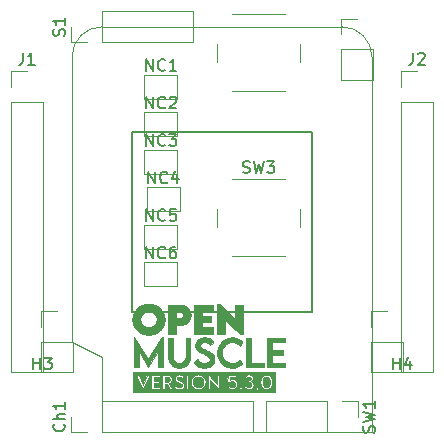
<source format=gbr>
%TF.GenerationSoftware,KiCad,Pcbnew,(6.0.7)*%
%TF.CreationDate,2022-09-26T10:55:09-05:00*%
%TF.ProjectId,OpenMuscle5,4f70656e-4d75-4736-936c-65352e6b6963,rev?*%
%TF.SameCoordinates,Original*%
%TF.FileFunction,Legend,Top*%
%TF.FilePolarity,Positive*%
%FSLAX46Y46*%
G04 Gerber Fmt 4.6, Leading zero omitted, Abs format (unit mm)*
G04 Created by KiCad (PCBNEW (6.0.7)) date 2022-09-26 10:55:09*
%MOMM*%
%LPD*%
G01*
G04 APERTURE LIST*
%ADD10C,0.100000*%
%ADD11C,0.150000*%
%ADD12C,0.120000*%
G04 APERTURE END LIST*
D10*
G36*
X169411474Y-101606604D02*
G01*
X168453714Y-101606604D01*
X168453714Y-101953029D01*
X169242146Y-101953029D01*
X169242146Y-102502652D01*
X168453714Y-102502652D01*
X168453714Y-102858249D01*
X169411474Y-102858249D01*
X169411474Y-103475957D01*
X167802155Y-103475957D01*
X167802155Y-100993835D01*
X169411474Y-100993835D01*
X169411474Y-101606604D01*
G37*
X169411474Y-101606604D02*
X168453714Y-101606604D01*
X168453714Y-101953029D01*
X169242146Y-101953029D01*
X169242146Y-102502652D01*
X168453714Y-102502652D01*
X168453714Y-102858249D01*
X169411474Y-102858249D01*
X169411474Y-103475957D01*
X167802155Y-103475957D01*
X167802155Y-100993835D01*
X169411474Y-100993835D01*
X169411474Y-101606604D01*
G36*
X166583702Y-100993835D02*
G01*
X166631364Y-100994954D01*
X166678468Y-100998275D01*
X166724951Y-101003748D01*
X166770750Y-101011320D01*
X166815802Y-101020938D01*
X166860046Y-101032551D01*
X166903417Y-101046106D01*
X166945855Y-101061551D01*
X166987295Y-101078834D01*
X167027677Y-101097904D01*
X167066936Y-101118707D01*
X167105011Y-101141192D01*
X167141838Y-101165306D01*
X167177356Y-101190998D01*
X167211502Y-101218216D01*
X167244212Y-101246906D01*
X167275425Y-101277018D01*
X167305078Y-101308499D01*
X167333108Y-101341296D01*
X167359453Y-101375358D01*
X167384050Y-101410633D01*
X167406836Y-101447068D01*
X167427749Y-101484612D01*
X167446727Y-101523212D01*
X167463707Y-101562815D01*
X167478625Y-101603371D01*
X167491420Y-101644827D01*
X167502029Y-101687130D01*
X167510390Y-101730229D01*
X167516439Y-101774071D01*
X167520115Y-101818604D01*
X167521354Y-101863777D01*
X167520141Y-101908453D01*
X167516540Y-101952618D01*
X167510609Y-101996210D01*
X167502406Y-102039172D01*
X167491987Y-102081443D01*
X167479411Y-102122965D01*
X167464735Y-102163677D01*
X167448017Y-102203521D01*
X167429314Y-102242437D01*
X167408683Y-102280365D01*
X167386183Y-102317246D01*
X167361871Y-102353020D01*
X167335804Y-102387629D01*
X167308040Y-102421013D01*
X167278637Y-102453112D01*
X167247651Y-102483867D01*
X167215142Y-102513218D01*
X167181165Y-102541106D01*
X167145779Y-102567472D01*
X167109041Y-102592257D01*
X167071009Y-102615400D01*
X167031741Y-102636842D01*
X166991293Y-102656524D01*
X166949724Y-102674387D01*
X166907091Y-102690371D01*
X166863451Y-102704416D01*
X166818863Y-102716464D01*
X166773383Y-102726454D01*
X166727069Y-102734328D01*
X166679980Y-102740026D01*
X166632171Y-102743488D01*
X166583702Y-102744655D01*
X166305017Y-102744655D01*
X166305017Y-103476310D01*
X165646050Y-103476310D01*
X165646050Y-102136472D01*
X166304664Y-102136472D01*
X166583349Y-102137883D01*
X166599796Y-102137662D01*
X166615923Y-102136747D01*
X166631719Y-102135153D01*
X166647168Y-102132897D01*
X166662258Y-102129995D01*
X166676976Y-102126463D01*
X166691308Y-102122318D01*
X166705241Y-102117576D01*
X166718761Y-102112253D01*
X166731856Y-102106366D01*
X166744512Y-102099930D01*
X166756715Y-102092962D01*
X166768453Y-102085478D01*
X166779712Y-102077495D01*
X166790479Y-102069029D01*
X166800741Y-102060096D01*
X166810483Y-102050712D01*
X166819694Y-102040894D01*
X166828359Y-102030658D01*
X166836465Y-102020020D01*
X166843999Y-102008997D01*
X166850948Y-101997604D01*
X166857299Y-101985859D01*
X166863037Y-101973776D01*
X166868150Y-101961374D01*
X166872624Y-101948667D01*
X166876447Y-101935673D01*
X166879605Y-101922406D01*
X166882083Y-101908885D01*
X166883871Y-101895125D01*
X166884953Y-101881142D01*
X166885316Y-101866952D01*
X166884949Y-101852908D01*
X166883855Y-101839095D01*
X166882050Y-101825527D01*
X166879547Y-101812218D01*
X166876360Y-101799183D01*
X166872504Y-101786435D01*
X166867992Y-101773989D01*
X166862839Y-101761858D01*
X166857058Y-101750057D01*
X166850664Y-101738600D01*
X166843671Y-101727501D01*
X166836093Y-101716773D01*
X166827944Y-101706432D01*
X166819238Y-101696491D01*
X166809989Y-101686963D01*
X166800212Y-101677865D01*
X166789919Y-101669208D01*
X166779127Y-101661008D01*
X166767847Y-101653279D01*
X166756095Y-101646034D01*
X166743885Y-101639287D01*
X166731231Y-101633054D01*
X166718146Y-101627347D01*
X166704645Y-101622181D01*
X166690742Y-101617571D01*
X166676452Y-101613529D01*
X166661787Y-101610070D01*
X166646763Y-101607209D01*
X166631393Y-101604959D01*
X166615691Y-101603335D01*
X166599672Y-101602350D01*
X166583349Y-101602018D01*
X166304664Y-101602018D01*
X166304664Y-102136472D01*
X165646050Y-102136472D01*
X165646050Y-100993835D01*
X166583702Y-100993835D01*
G37*
X166583702Y-100993835D02*
X166631364Y-100994954D01*
X166678468Y-100998275D01*
X166724951Y-101003748D01*
X166770750Y-101011320D01*
X166815802Y-101020938D01*
X166860046Y-101032551D01*
X166903417Y-101046106D01*
X166945855Y-101061551D01*
X166987295Y-101078834D01*
X167027677Y-101097904D01*
X167066936Y-101118707D01*
X167105011Y-101141192D01*
X167141838Y-101165306D01*
X167177356Y-101190998D01*
X167211502Y-101218216D01*
X167244212Y-101246906D01*
X167275425Y-101277018D01*
X167305078Y-101308499D01*
X167333108Y-101341296D01*
X167359453Y-101375358D01*
X167384050Y-101410633D01*
X167406836Y-101447068D01*
X167427749Y-101484612D01*
X167446727Y-101523212D01*
X167463707Y-101562815D01*
X167478625Y-101603371D01*
X167491420Y-101644827D01*
X167502029Y-101687130D01*
X167510390Y-101730229D01*
X167516439Y-101774071D01*
X167520115Y-101818604D01*
X167521354Y-101863777D01*
X167520141Y-101908453D01*
X167516540Y-101952618D01*
X167510609Y-101996210D01*
X167502406Y-102039172D01*
X167491987Y-102081443D01*
X167479411Y-102122965D01*
X167464735Y-102163677D01*
X167448017Y-102203521D01*
X167429314Y-102242437D01*
X167408683Y-102280365D01*
X167386183Y-102317246D01*
X167361871Y-102353020D01*
X167335804Y-102387629D01*
X167308040Y-102421013D01*
X167278637Y-102453112D01*
X167247651Y-102483867D01*
X167215142Y-102513218D01*
X167181165Y-102541106D01*
X167145779Y-102567472D01*
X167109041Y-102592257D01*
X167071009Y-102615400D01*
X167031741Y-102636842D01*
X166991293Y-102656524D01*
X166949724Y-102674387D01*
X166907091Y-102690371D01*
X166863451Y-102704416D01*
X166818863Y-102716464D01*
X166773383Y-102726454D01*
X166727069Y-102734328D01*
X166679980Y-102740026D01*
X166632171Y-102743488D01*
X166583702Y-102744655D01*
X166305017Y-102744655D01*
X166305017Y-103476310D01*
X165646050Y-103476310D01*
X165646050Y-102136472D01*
X166304664Y-102136472D01*
X166583349Y-102137883D01*
X166599796Y-102137662D01*
X166615923Y-102136747D01*
X166631719Y-102135153D01*
X166647168Y-102132897D01*
X166662258Y-102129995D01*
X166676976Y-102126463D01*
X166691308Y-102122318D01*
X166705241Y-102117576D01*
X166718761Y-102112253D01*
X166731856Y-102106366D01*
X166744512Y-102099930D01*
X166756715Y-102092962D01*
X166768453Y-102085478D01*
X166779712Y-102077495D01*
X166790479Y-102069029D01*
X166800741Y-102060096D01*
X166810483Y-102050712D01*
X166819694Y-102040894D01*
X166828359Y-102030658D01*
X166836465Y-102020020D01*
X166843999Y-102008997D01*
X166850948Y-101997604D01*
X166857299Y-101985859D01*
X166863037Y-101973776D01*
X166868150Y-101961374D01*
X166872624Y-101948667D01*
X166876447Y-101935673D01*
X166879605Y-101922406D01*
X166882083Y-101908885D01*
X166883871Y-101895125D01*
X166884953Y-101881142D01*
X166885316Y-101866952D01*
X166884949Y-101852908D01*
X166883855Y-101839095D01*
X166882050Y-101825527D01*
X166879547Y-101812218D01*
X166876360Y-101799183D01*
X166872504Y-101786435D01*
X166867992Y-101773989D01*
X166862839Y-101761858D01*
X166857058Y-101750057D01*
X166850664Y-101738600D01*
X166843671Y-101727501D01*
X166836093Y-101716773D01*
X166827944Y-101706432D01*
X166819238Y-101696491D01*
X166809989Y-101686963D01*
X166800212Y-101677865D01*
X166789919Y-101669208D01*
X166779127Y-101661008D01*
X166767847Y-101653279D01*
X166756095Y-101646034D01*
X166743885Y-101639287D01*
X166731231Y-101633054D01*
X166718146Y-101627347D01*
X166704645Y-101622181D01*
X166690742Y-101617571D01*
X166676452Y-101613529D01*
X166661787Y-101610070D01*
X166646763Y-101607209D01*
X166631393Y-101604959D01*
X166615691Y-101603335D01*
X166599672Y-101602350D01*
X166583349Y-101602018D01*
X166304664Y-101602018D01*
X166304664Y-102136472D01*
X165646050Y-102136472D01*
X165646050Y-100993835D01*
X166583702Y-100993835D01*
G36*
X171263142Y-102201030D02*
G01*
X171263142Y-100990660D01*
X171923873Y-100990660D01*
X171923873Y-103501004D01*
X171714330Y-103501004D01*
X170437670Y-102264529D01*
X170437670Y-103478074D01*
X169778703Y-103478074D01*
X169778703Y-100969140D01*
X169991068Y-100969140D01*
X171263142Y-102201030D01*
G37*
X171263142Y-102201030D02*
X171263142Y-100990660D01*
X171923873Y-100990660D01*
X171923873Y-103501004D01*
X171714330Y-103501004D01*
X170437670Y-102264529D01*
X170437670Y-103478074D01*
X169778703Y-103478074D01*
X169778703Y-100969140D01*
X169991068Y-100969140D01*
X171263142Y-102201030D01*
G36*
X162602511Y-102100512D02*
G01*
X162610934Y-102033494D01*
X162622594Y-101967743D01*
X162637419Y-101903330D01*
X162655331Y-101840326D01*
X162676256Y-101778801D01*
X162700118Y-101718825D01*
X162726843Y-101660470D01*
X162756355Y-101603805D01*
X162788578Y-101548901D01*
X162823438Y-101495828D01*
X162860859Y-101444658D01*
X162900767Y-101395459D01*
X162943085Y-101348304D01*
X162987738Y-101303262D01*
X163034652Y-101260404D01*
X163083751Y-101219800D01*
X163134959Y-101181521D01*
X163188202Y-101145637D01*
X163243405Y-101112219D01*
X163300491Y-101081337D01*
X163359386Y-101053062D01*
X163420014Y-101027464D01*
X163482301Y-101004614D01*
X163546171Y-100984581D01*
X163611548Y-100967437D01*
X163678358Y-100953252D01*
X163746525Y-100942097D01*
X163815974Y-100934042D01*
X163886630Y-100929157D01*
X163958418Y-100927513D01*
X164030205Y-100929157D01*
X164100861Y-100934042D01*
X164170310Y-100942097D01*
X164238477Y-100953252D01*
X164305287Y-100967437D01*
X164370665Y-100984581D01*
X164434534Y-101004614D01*
X164496821Y-101027464D01*
X164557450Y-101053062D01*
X164616345Y-101081337D01*
X164673431Y-101112219D01*
X164728633Y-101145637D01*
X164781876Y-101181521D01*
X164833085Y-101219800D01*
X164882183Y-101260404D01*
X164929097Y-101303262D01*
X164973751Y-101348304D01*
X165016069Y-101395459D01*
X165055976Y-101444658D01*
X165093397Y-101495828D01*
X165128257Y-101548901D01*
X165160481Y-101603805D01*
X165189992Y-101660470D01*
X165216717Y-101718825D01*
X165240580Y-101778801D01*
X165261505Y-101840326D01*
X165279417Y-101903330D01*
X165294241Y-101967743D01*
X165305902Y-102033494D01*
X165314324Y-102100512D01*
X165319433Y-102168728D01*
X165321152Y-102238071D01*
X165319433Y-102306828D01*
X165314324Y-102374480D01*
X165305900Y-102440954D01*
X165294237Y-102506182D01*
X165279410Y-102570091D01*
X165261493Y-102632611D01*
X165240561Y-102693673D01*
X165216690Y-102753204D01*
X165189953Y-102811136D01*
X165160427Y-102867396D01*
X165128186Y-102921914D01*
X165093304Y-102974621D01*
X165055858Y-103025444D01*
X165015921Y-103074315D01*
X164973569Y-103121161D01*
X164928877Y-103165912D01*
X164881919Y-103208498D01*
X164832771Y-103248849D01*
X164781507Y-103286893D01*
X164728202Y-103322560D01*
X164672932Y-103355779D01*
X164615771Y-103386481D01*
X164556795Y-103414593D01*
X164496077Y-103440046D01*
X164433693Y-103462769D01*
X164369719Y-103482691D01*
X164304228Y-103499742D01*
X164237296Y-103513851D01*
X164168997Y-103524947D01*
X164099408Y-103532961D01*
X164028601Y-103537821D01*
X163956654Y-103539456D01*
X163884716Y-103537821D01*
X163813940Y-103532961D01*
X163744398Y-103524947D01*
X163676164Y-103513851D01*
X163609311Y-103499742D01*
X163543915Y-103482691D01*
X163480047Y-103462769D01*
X163417782Y-103440046D01*
X163357193Y-103414593D01*
X163298354Y-103386481D01*
X163241339Y-103355779D01*
X163186221Y-103322560D01*
X163133074Y-103286893D01*
X163081972Y-103248849D01*
X163032987Y-103208498D01*
X162986195Y-103165912D01*
X162941668Y-103121161D01*
X162899480Y-103074315D01*
X162859704Y-103025444D01*
X162822415Y-102974621D01*
X162787686Y-102921914D01*
X162755590Y-102867396D01*
X162726202Y-102811136D01*
X162699595Y-102753204D01*
X162675842Y-102693673D01*
X162655017Y-102632611D01*
X162637194Y-102570091D01*
X162622446Y-102506182D01*
X162610848Y-102440954D01*
X162602472Y-102374480D01*
X162597393Y-102306828D01*
X162595683Y-102238071D01*
X162595797Y-102233485D01*
X163262763Y-102233485D01*
X163263642Y-102269162D01*
X163266251Y-102304269D01*
X163270552Y-102338769D01*
X163276508Y-102372625D01*
X163284079Y-102405800D01*
X163293228Y-102438257D01*
X163303915Y-102469960D01*
X163316103Y-102500871D01*
X163329752Y-102530954D01*
X163344825Y-102560172D01*
X163361283Y-102588488D01*
X163379087Y-102615864D01*
X163398200Y-102642265D01*
X163418582Y-102667653D01*
X163440196Y-102691991D01*
X163463002Y-102715243D01*
X163486963Y-102737371D01*
X163512040Y-102758339D01*
X163538194Y-102778109D01*
X163565388Y-102796646D01*
X163593582Y-102813912D01*
X163622738Y-102829869D01*
X163652818Y-102844482D01*
X163683784Y-102857714D01*
X163715596Y-102869527D01*
X163748217Y-102879884D01*
X163781609Y-102888750D01*
X163815731Y-102896086D01*
X163850547Y-102901856D01*
X163886018Y-102906023D01*
X163922105Y-102908550D01*
X163958770Y-102909401D01*
X163995435Y-102908545D01*
X164031523Y-102906004D01*
X164066993Y-102901814D01*
X164101809Y-102896013D01*
X164135932Y-102888641D01*
X164169323Y-102879733D01*
X164201944Y-102869329D01*
X164233757Y-102857466D01*
X164264723Y-102844182D01*
X164294803Y-102829514D01*
X164323959Y-102813501D01*
X164352153Y-102796181D01*
X164379347Y-102777591D01*
X164405501Y-102757769D01*
X164430578Y-102736753D01*
X164454539Y-102714581D01*
X164477345Y-102691291D01*
X164498959Y-102666920D01*
X164519341Y-102641507D01*
X164538454Y-102615089D01*
X164556258Y-102587704D01*
X164572716Y-102559391D01*
X164587789Y-102530186D01*
X164601438Y-102500127D01*
X164613626Y-102469254D01*
X164624313Y-102437602D01*
X164633462Y-102405211D01*
X164641033Y-102372118D01*
X164646989Y-102338361D01*
X164651290Y-102303978D01*
X164653899Y-102269007D01*
X164654778Y-102233485D01*
X164653899Y-102197798D01*
X164651290Y-102162665D01*
X164646989Y-102128122D01*
X164641033Y-102094208D01*
X164633462Y-102060961D01*
X164624313Y-102028419D01*
X164613626Y-101996620D01*
X164601438Y-101965602D01*
X164587789Y-101935403D01*
X164572716Y-101906061D01*
X164556258Y-101877614D01*
X164538454Y-101850101D01*
X164519341Y-101823558D01*
X164498959Y-101798025D01*
X164477345Y-101773540D01*
X164454539Y-101750139D01*
X164430578Y-101727862D01*
X164405501Y-101706747D01*
X164379347Y-101686831D01*
X164352153Y-101668153D01*
X164323959Y-101650750D01*
X164294803Y-101634661D01*
X164264723Y-101619924D01*
X164233757Y-101606577D01*
X164201944Y-101594657D01*
X164169323Y-101584203D01*
X164135932Y-101575253D01*
X164101809Y-101567845D01*
X164066993Y-101562017D01*
X164031523Y-101557807D01*
X163995435Y-101555253D01*
X163958770Y-101554394D01*
X163922105Y-101555253D01*
X163886018Y-101557807D01*
X163850547Y-101562017D01*
X163815731Y-101567845D01*
X163781609Y-101575253D01*
X163748217Y-101584203D01*
X163715596Y-101594657D01*
X163683784Y-101606577D01*
X163652818Y-101619924D01*
X163622738Y-101634661D01*
X163593582Y-101650750D01*
X163565388Y-101668153D01*
X163538194Y-101686831D01*
X163512040Y-101706747D01*
X163486963Y-101727863D01*
X163463002Y-101750139D01*
X163440196Y-101773540D01*
X163418582Y-101798025D01*
X163398200Y-101823558D01*
X163379087Y-101850101D01*
X163361283Y-101877614D01*
X163344825Y-101906061D01*
X163329752Y-101935403D01*
X163316103Y-101965602D01*
X163303915Y-101996620D01*
X163293228Y-102028419D01*
X163284079Y-102060961D01*
X163276508Y-102094208D01*
X163270552Y-102128122D01*
X163266251Y-102162665D01*
X163263642Y-102197798D01*
X163262763Y-102233485D01*
X162595797Y-102233485D01*
X162597403Y-102168728D01*
X162602511Y-102100512D01*
G37*
X162602511Y-102100512D02*
X162610934Y-102033494D01*
X162622594Y-101967743D01*
X162637419Y-101903330D01*
X162655331Y-101840326D01*
X162676256Y-101778801D01*
X162700118Y-101718825D01*
X162726843Y-101660470D01*
X162756355Y-101603805D01*
X162788578Y-101548901D01*
X162823438Y-101495828D01*
X162860859Y-101444658D01*
X162900767Y-101395459D01*
X162943085Y-101348304D01*
X162987738Y-101303262D01*
X163034652Y-101260404D01*
X163083751Y-101219800D01*
X163134959Y-101181521D01*
X163188202Y-101145637D01*
X163243405Y-101112219D01*
X163300491Y-101081337D01*
X163359386Y-101053062D01*
X163420014Y-101027464D01*
X163482301Y-101004614D01*
X163546171Y-100984581D01*
X163611548Y-100967437D01*
X163678358Y-100953252D01*
X163746525Y-100942097D01*
X163815974Y-100934042D01*
X163886630Y-100929157D01*
X163958418Y-100927513D01*
X164030205Y-100929157D01*
X164100861Y-100934042D01*
X164170310Y-100942097D01*
X164238477Y-100953252D01*
X164305287Y-100967437D01*
X164370665Y-100984581D01*
X164434534Y-101004614D01*
X164496821Y-101027464D01*
X164557450Y-101053062D01*
X164616345Y-101081337D01*
X164673431Y-101112219D01*
X164728633Y-101145637D01*
X164781876Y-101181521D01*
X164833085Y-101219800D01*
X164882183Y-101260404D01*
X164929097Y-101303262D01*
X164973751Y-101348304D01*
X165016069Y-101395459D01*
X165055976Y-101444658D01*
X165093397Y-101495828D01*
X165128257Y-101548901D01*
X165160481Y-101603805D01*
X165189992Y-101660470D01*
X165216717Y-101718825D01*
X165240580Y-101778801D01*
X165261505Y-101840326D01*
X165279417Y-101903330D01*
X165294241Y-101967743D01*
X165305902Y-102033494D01*
X165314324Y-102100512D01*
X165319433Y-102168728D01*
X165321152Y-102238071D01*
X165319433Y-102306828D01*
X165314324Y-102374480D01*
X165305900Y-102440954D01*
X165294237Y-102506182D01*
X165279410Y-102570091D01*
X165261493Y-102632611D01*
X165240561Y-102693673D01*
X165216690Y-102753204D01*
X165189953Y-102811136D01*
X165160427Y-102867396D01*
X165128186Y-102921914D01*
X165093304Y-102974621D01*
X165055858Y-103025444D01*
X165015921Y-103074315D01*
X164973569Y-103121161D01*
X164928877Y-103165912D01*
X164881919Y-103208498D01*
X164832771Y-103248849D01*
X164781507Y-103286893D01*
X164728202Y-103322560D01*
X164672932Y-103355779D01*
X164615771Y-103386481D01*
X164556795Y-103414593D01*
X164496077Y-103440046D01*
X164433693Y-103462769D01*
X164369719Y-103482691D01*
X164304228Y-103499742D01*
X164237296Y-103513851D01*
X164168997Y-103524947D01*
X164099408Y-103532961D01*
X164028601Y-103537821D01*
X163956654Y-103539456D01*
X163884716Y-103537821D01*
X163813940Y-103532961D01*
X163744398Y-103524947D01*
X163676164Y-103513851D01*
X163609311Y-103499742D01*
X163543915Y-103482691D01*
X163480047Y-103462769D01*
X163417782Y-103440046D01*
X163357193Y-103414593D01*
X163298354Y-103386481D01*
X163241339Y-103355779D01*
X163186221Y-103322560D01*
X163133074Y-103286893D01*
X163081972Y-103248849D01*
X163032987Y-103208498D01*
X162986195Y-103165912D01*
X162941668Y-103121161D01*
X162899480Y-103074315D01*
X162859704Y-103025444D01*
X162822415Y-102974621D01*
X162787686Y-102921914D01*
X162755590Y-102867396D01*
X162726202Y-102811136D01*
X162699595Y-102753204D01*
X162675842Y-102693673D01*
X162655017Y-102632611D01*
X162637194Y-102570091D01*
X162622446Y-102506182D01*
X162610848Y-102440954D01*
X162602472Y-102374480D01*
X162597393Y-102306828D01*
X162595683Y-102238071D01*
X162595797Y-102233485D01*
X163262763Y-102233485D01*
X163263642Y-102269162D01*
X163266251Y-102304269D01*
X163270552Y-102338769D01*
X163276508Y-102372625D01*
X163284079Y-102405800D01*
X163293228Y-102438257D01*
X163303915Y-102469960D01*
X163316103Y-102500871D01*
X163329752Y-102530954D01*
X163344825Y-102560172D01*
X163361283Y-102588488D01*
X163379087Y-102615864D01*
X163398200Y-102642265D01*
X163418582Y-102667653D01*
X163440196Y-102691991D01*
X163463002Y-102715243D01*
X163486963Y-102737371D01*
X163512040Y-102758339D01*
X163538194Y-102778109D01*
X163565388Y-102796646D01*
X163593582Y-102813912D01*
X163622738Y-102829869D01*
X163652818Y-102844482D01*
X163683784Y-102857714D01*
X163715596Y-102869527D01*
X163748217Y-102879884D01*
X163781609Y-102888750D01*
X163815731Y-102896086D01*
X163850547Y-102901856D01*
X163886018Y-102906023D01*
X163922105Y-102908550D01*
X163958770Y-102909401D01*
X163995435Y-102908545D01*
X164031523Y-102906004D01*
X164066993Y-102901814D01*
X164101809Y-102896013D01*
X164135932Y-102888641D01*
X164169323Y-102879733D01*
X164201944Y-102869329D01*
X164233757Y-102857466D01*
X164264723Y-102844182D01*
X164294803Y-102829514D01*
X164323959Y-102813501D01*
X164352153Y-102796181D01*
X164379347Y-102777591D01*
X164405501Y-102757769D01*
X164430578Y-102736753D01*
X164454539Y-102714581D01*
X164477345Y-102691291D01*
X164498959Y-102666920D01*
X164519341Y-102641507D01*
X164538454Y-102615089D01*
X164556258Y-102587704D01*
X164572716Y-102559391D01*
X164587789Y-102530186D01*
X164601438Y-102500127D01*
X164613626Y-102469254D01*
X164624313Y-102437602D01*
X164633462Y-102405211D01*
X164641033Y-102372118D01*
X164646989Y-102338361D01*
X164651290Y-102303978D01*
X164653899Y-102269007D01*
X164654778Y-102233485D01*
X164653899Y-102197798D01*
X164651290Y-102162665D01*
X164646989Y-102128122D01*
X164641033Y-102094208D01*
X164633462Y-102060961D01*
X164624313Y-102028419D01*
X164613626Y-101996620D01*
X164601438Y-101965602D01*
X164587789Y-101935403D01*
X164572716Y-101906061D01*
X164556258Y-101877614D01*
X164538454Y-101850101D01*
X164519341Y-101823558D01*
X164498959Y-101798025D01*
X164477345Y-101773540D01*
X164454539Y-101750139D01*
X164430578Y-101727862D01*
X164405501Y-101706747D01*
X164379347Y-101686831D01*
X164352153Y-101668153D01*
X164323959Y-101650750D01*
X164294803Y-101634661D01*
X164264723Y-101619924D01*
X164233757Y-101606577D01*
X164201944Y-101594657D01*
X164169323Y-101584203D01*
X164135932Y-101575253D01*
X164101809Y-101567845D01*
X164066993Y-101562017D01*
X164031523Y-101557807D01*
X163995435Y-101555253D01*
X163958770Y-101554394D01*
X163922105Y-101555253D01*
X163886018Y-101557807D01*
X163850547Y-101562017D01*
X163815731Y-101567845D01*
X163781609Y-101575253D01*
X163748217Y-101584203D01*
X163715596Y-101594657D01*
X163683784Y-101606577D01*
X163652818Y-101619924D01*
X163622738Y-101634661D01*
X163593582Y-101650750D01*
X163565388Y-101668153D01*
X163538194Y-101686831D01*
X163512040Y-101706747D01*
X163486963Y-101727863D01*
X163463002Y-101750139D01*
X163440196Y-101773540D01*
X163418582Y-101798025D01*
X163398200Y-101823558D01*
X163379087Y-101850101D01*
X163361283Y-101877614D01*
X163344825Y-101906061D01*
X163329752Y-101935403D01*
X163316103Y-101965602D01*
X163303915Y-101996620D01*
X163293228Y-102028419D01*
X163284079Y-102060961D01*
X163276508Y-102094208D01*
X163270552Y-102128122D01*
X163266251Y-102162665D01*
X163263642Y-102197798D01*
X163262763Y-102233485D01*
X162595797Y-102233485D01*
X162597403Y-102168728D01*
X162602511Y-102100512D01*
G36*
X172605063Y-105906927D02*
G01*
X173712396Y-105906927D01*
X173712396Y-106294979D01*
X172215609Y-106294979D01*
X172215609Y-103812504D01*
X172605063Y-103812504D01*
X172605063Y-105906927D01*
G37*
X172605063Y-105906927D02*
X173712396Y-105906927D01*
X173712396Y-106294979D01*
X172215609Y-106294979D01*
X172215609Y-103812504D01*
X172605063Y-103812504D01*
X172605063Y-105906927D01*
G36*
X163943249Y-105563325D02*
G01*
X165128895Y-103758530D01*
X165158175Y-103758530D01*
X165158175Y-106294979D01*
X164768721Y-106294979D01*
X164768721Y-104918100D01*
X163944660Y-106253352D01*
X163941485Y-106253352D01*
X163116013Y-104916689D01*
X163116013Y-106294979D01*
X162726559Y-106294979D01*
X162726559Y-103758530D01*
X162755839Y-103758530D01*
X163943249Y-105563325D01*
G37*
X163943249Y-105563325D02*
X165128895Y-103758530D01*
X165158175Y-103758530D01*
X165158175Y-106294979D01*
X164768721Y-106294979D01*
X164768721Y-104918100D01*
X163944660Y-106253352D01*
X163941485Y-106253352D01*
X163116013Y-104916689D01*
X163116013Y-106294979D01*
X162726559Y-106294979D01*
X162726559Y-103758530D01*
X162755839Y-103758530D01*
X163943249Y-105563325D01*
G36*
X175502329Y-104195971D02*
G01*
X174413694Y-104195971D01*
X174413694Y-104832023D01*
X175353110Y-104832023D01*
X175353110Y-105220075D01*
X174413694Y-105220075D01*
X174413694Y-105906928D01*
X175502329Y-105906928D01*
X175502329Y-106294980D01*
X174023887Y-106294980D01*
X174023887Y-103812505D01*
X175502329Y-103812505D01*
X175502329Y-104195971D01*
G37*
X175502329Y-104195971D02*
X174413694Y-104195971D01*
X174413694Y-104832023D01*
X175353110Y-104832023D01*
X175353110Y-105220075D01*
X174413694Y-105220075D01*
X174413694Y-105906928D01*
X175502329Y-105906928D01*
X175502329Y-106294980D01*
X174023887Y-106294980D01*
X174023887Y-103812505D01*
X175502329Y-103812505D01*
X175502329Y-104195971D01*
G36*
X171103046Y-103771872D02*
G01*
X171162463Y-103777339D01*
X171221222Y-103785819D01*
X171279280Y-103797263D01*
X171336595Y-103811624D01*
X171393122Y-103828854D01*
X171448818Y-103848904D01*
X171503639Y-103871726D01*
X171557543Y-103897273D01*
X171610486Y-103925496D01*
X171662424Y-103956347D01*
X171713314Y-103989779D01*
X171763113Y-104025742D01*
X171811778Y-104064190D01*
X171859264Y-104105074D01*
X171905528Y-104148346D01*
X171679052Y-104454907D01*
X171645836Y-104422993D01*
X171611440Y-104392528D01*
X171575917Y-104363596D01*
X171539318Y-104336281D01*
X171501696Y-104310667D01*
X171463103Y-104286838D01*
X171423592Y-104264879D01*
X171383214Y-104244874D01*
X171342021Y-104226906D01*
X171300066Y-104211062D01*
X171257402Y-104197423D01*
X171214079Y-104186076D01*
X171170151Y-104177104D01*
X171125669Y-104170590D01*
X171080686Y-104166621D01*
X171035254Y-104165279D01*
X170993159Y-104166425D01*
X170951257Y-104169830D01*
X170909622Y-104175438D01*
X170868331Y-104183197D01*
X170827457Y-104193054D01*
X170787075Y-104204955D01*
X170747262Y-104218847D01*
X170708091Y-104234676D01*
X170669639Y-104252390D01*
X170631979Y-104271934D01*
X170595186Y-104293255D01*
X170559337Y-104316301D01*
X170524505Y-104341017D01*
X170490766Y-104367351D01*
X170458194Y-104395248D01*
X170426865Y-104424656D01*
X170396854Y-104455522D01*
X170368236Y-104487791D01*
X170341085Y-104521411D01*
X170315477Y-104556328D01*
X170291487Y-104592489D01*
X170269190Y-104629841D01*
X170248660Y-104668329D01*
X170229972Y-104707901D01*
X170213203Y-104748504D01*
X170198426Y-104790084D01*
X170185716Y-104832587D01*
X170175150Y-104875961D01*
X170166801Y-104920152D01*
X170160744Y-104965107D01*
X170157055Y-105010771D01*
X170155809Y-105057093D01*
X170157072Y-105103680D01*
X170160810Y-105149547D01*
X170166945Y-105194645D01*
X170175398Y-105238924D01*
X170186092Y-105282334D01*
X170198949Y-105324826D01*
X170213890Y-105366348D01*
X170230838Y-105406853D01*
X170249714Y-105446289D01*
X170270441Y-105484607D01*
X170292940Y-105521758D01*
X170317133Y-105557691D01*
X170342943Y-105592356D01*
X170370291Y-105625705D01*
X170399100Y-105657686D01*
X170429291Y-105688251D01*
X170460786Y-105717349D01*
X170493507Y-105744931D01*
X170527377Y-105770947D01*
X170562316Y-105795346D01*
X170598248Y-105818080D01*
X170635094Y-105839099D01*
X170672776Y-105858352D01*
X170711217Y-105875789D01*
X170750337Y-105891362D01*
X170790059Y-105905020D01*
X170830305Y-105916714D01*
X170870997Y-105926393D01*
X170912057Y-105934007D01*
X170953407Y-105939508D01*
X170994969Y-105942845D01*
X171036665Y-105943969D01*
X171083872Y-105942509D01*
X171130234Y-105938211D01*
X171175733Y-105931197D01*
X171220351Y-105921590D01*
X171264070Y-105909509D01*
X171306872Y-105895079D01*
X171348738Y-105878420D01*
X171389651Y-105859656D01*
X171429593Y-105838906D01*
X171468545Y-105816295D01*
X171506489Y-105791942D01*
X171543408Y-105765972D01*
X171579283Y-105738505D01*
X171614095Y-105709663D01*
X171647828Y-105679569D01*
X171680463Y-105648343D01*
X171905175Y-105962313D01*
X171864334Y-106001262D01*
X171822072Y-106038888D01*
X171778330Y-106075029D01*
X171733053Y-106109519D01*
X171686181Y-106142194D01*
X171637659Y-106172890D01*
X171587428Y-106201443D01*
X171535432Y-106227688D01*
X171481613Y-106251460D01*
X171425913Y-106272596D01*
X171368275Y-106290931D01*
X171308642Y-106306301D01*
X171246957Y-106318542D01*
X171183162Y-106327489D01*
X171117199Y-106332977D01*
X171049012Y-106334843D01*
X170983400Y-106333161D01*
X170918578Y-106328171D01*
X170854631Y-106319956D01*
X170791642Y-106308600D01*
X170729698Y-106294187D01*
X170668883Y-106276801D01*
X170609281Y-106256524D01*
X170550978Y-106233442D01*
X170494058Y-106207638D01*
X170438606Y-106179195D01*
X170384708Y-106148197D01*
X170332447Y-106114728D01*
X170281909Y-106078872D01*
X170233178Y-106040712D01*
X170186339Y-106000332D01*
X170141477Y-105957815D01*
X170098677Y-105913246D01*
X170058024Y-105866708D01*
X170019602Y-105818285D01*
X169983497Y-105768061D01*
X169949792Y-105716119D01*
X169918573Y-105662543D01*
X169889925Y-105607416D01*
X169863933Y-105550823D01*
X169840681Y-105492848D01*
X169820254Y-105433573D01*
X169802737Y-105373082D01*
X169788214Y-105311460D01*
X169776772Y-105248790D01*
X169768493Y-105185156D01*
X169763464Y-105120641D01*
X169761769Y-105055329D01*
X169761770Y-105055329D01*
X169763466Y-104990123D01*
X169768497Y-104925664D01*
X169776776Y-104862037D01*
X169788218Y-104799331D01*
X169802737Y-104737630D01*
X169820246Y-104677024D01*
X169840659Y-104617597D01*
X169863890Y-104559438D01*
X169889853Y-104502633D01*
X169918462Y-104447268D01*
X169949631Y-104393431D01*
X169983274Y-104341209D01*
X170019305Y-104290687D01*
X170057637Y-104241953D01*
X170098184Y-104195095D01*
X170140861Y-104150198D01*
X170185581Y-104107349D01*
X170232258Y-104066635D01*
X170280806Y-104028144D01*
X170331139Y-103991962D01*
X170383170Y-103958175D01*
X170436815Y-103926871D01*
X170491986Y-103898136D01*
X170548597Y-103872057D01*
X170606563Y-103848721D01*
X170665798Y-103828215D01*
X170726214Y-103810625D01*
X170787727Y-103796039D01*
X170850249Y-103784544D01*
X170913695Y-103776225D01*
X170977980Y-103771170D01*
X171043015Y-103769466D01*
X171103046Y-103771872D01*
G37*
X171103046Y-103771872D02*
X171162463Y-103777339D01*
X171221222Y-103785819D01*
X171279280Y-103797263D01*
X171336595Y-103811624D01*
X171393122Y-103828854D01*
X171448818Y-103848904D01*
X171503639Y-103871726D01*
X171557543Y-103897273D01*
X171610486Y-103925496D01*
X171662424Y-103956347D01*
X171713314Y-103989779D01*
X171763113Y-104025742D01*
X171811778Y-104064190D01*
X171859264Y-104105074D01*
X171905528Y-104148346D01*
X171679052Y-104454907D01*
X171645836Y-104422993D01*
X171611440Y-104392528D01*
X171575917Y-104363596D01*
X171539318Y-104336281D01*
X171501696Y-104310667D01*
X171463103Y-104286838D01*
X171423592Y-104264879D01*
X171383214Y-104244874D01*
X171342021Y-104226906D01*
X171300066Y-104211062D01*
X171257402Y-104197423D01*
X171214079Y-104186076D01*
X171170151Y-104177104D01*
X171125669Y-104170590D01*
X171080686Y-104166621D01*
X171035254Y-104165279D01*
X170993159Y-104166425D01*
X170951257Y-104169830D01*
X170909622Y-104175438D01*
X170868331Y-104183197D01*
X170827457Y-104193054D01*
X170787075Y-104204955D01*
X170747262Y-104218847D01*
X170708091Y-104234676D01*
X170669639Y-104252390D01*
X170631979Y-104271934D01*
X170595186Y-104293255D01*
X170559337Y-104316301D01*
X170524505Y-104341017D01*
X170490766Y-104367351D01*
X170458194Y-104395248D01*
X170426865Y-104424656D01*
X170396854Y-104455522D01*
X170368236Y-104487791D01*
X170341085Y-104521411D01*
X170315477Y-104556328D01*
X170291487Y-104592489D01*
X170269190Y-104629841D01*
X170248660Y-104668329D01*
X170229972Y-104707901D01*
X170213203Y-104748504D01*
X170198426Y-104790084D01*
X170185716Y-104832587D01*
X170175150Y-104875961D01*
X170166801Y-104920152D01*
X170160744Y-104965107D01*
X170157055Y-105010771D01*
X170155809Y-105057093D01*
X170157072Y-105103680D01*
X170160810Y-105149547D01*
X170166945Y-105194645D01*
X170175398Y-105238924D01*
X170186092Y-105282334D01*
X170198949Y-105324826D01*
X170213890Y-105366348D01*
X170230838Y-105406853D01*
X170249714Y-105446289D01*
X170270441Y-105484607D01*
X170292940Y-105521758D01*
X170317133Y-105557691D01*
X170342943Y-105592356D01*
X170370291Y-105625705D01*
X170399100Y-105657686D01*
X170429291Y-105688251D01*
X170460786Y-105717349D01*
X170493507Y-105744931D01*
X170527377Y-105770947D01*
X170562316Y-105795346D01*
X170598248Y-105818080D01*
X170635094Y-105839099D01*
X170672776Y-105858352D01*
X170711217Y-105875789D01*
X170750337Y-105891362D01*
X170790059Y-105905020D01*
X170830305Y-105916714D01*
X170870997Y-105926393D01*
X170912057Y-105934007D01*
X170953407Y-105939508D01*
X170994969Y-105942845D01*
X171036665Y-105943969D01*
X171083872Y-105942509D01*
X171130234Y-105938211D01*
X171175733Y-105931197D01*
X171220351Y-105921590D01*
X171264070Y-105909509D01*
X171306872Y-105895079D01*
X171348738Y-105878420D01*
X171389651Y-105859656D01*
X171429593Y-105838906D01*
X171468545Y-105816295D01*
X171506489Y-105791942D01*
X171543408Y-105765972D01*
X171579283Y-105738505D01*
X171614095Y-105709663D01*
X171647828Y-105679569D01*
X171680463Y-105648343D01*
X171905175Y-105962313D01*
X171864334Y-106001262D01*
X171822072Y-106038888D01*
X171778330Y-106075029D01*
X171733053Y-106109519D01*
X171686181Y-106142194D01*
X171637659Y-106172890D01*
X171587428Y-106201443D01*
X171535432Y-106227688D01*
X171481613Y-106251460D01*
X171425913Y-106272596D01*
X171368275Y-106290931D01*
X171308642Y-106306301D01*
X171246957Y-106318542D01*
X171183162Y-106327489D01*
X171117199Y-106332977D01*
X171049012Y-106334843D01*
X170983400Y-106333161D01*
X170918578Y-106328171D01*
X170854631Y-106319956D01*
X170791642Y-106308600D01*
X170729698Y-106294187D01*
X170668883Y-106276801D01*
X170609281Y-106256524D01*
X170550978Y-106233442D01*
X170494058Y-106207638D01*
X170438606Y-106179195D01*
X170384708Y-106148197D01*
X170332447Y-106114728D01*
X170281909Y-106078872D01*
X170233178Y-106040712D01*
X170186339Y-106000332D01*
X170141477Y-105957815D01*
X170098677Y-105913246D01*
X170058024Y-105866708D01*
X170019602Y-105818285D01*
X169983497Y-105768061D01*
X169949792Y-105716119D01*
X169918573Y-105662543D01*
X169889925Y-105607416D01*
X169863933Y-105550823D01*
X169840681Y-105492848D01*
X169820254Y-105433573D01*
X169802737Y-105373082D01*
X169788214Y-105311460D01*
X169776772Y-105248790D01*
X169768493Y-105185156D01*
X169763464Y-105120641D01*
X169761769Y-105055329D01*
X169761770Y-105055329D01*
X169763466Y-104990123D01*
X169768497Y-104925664D01*
X169776776Y-104862037D01*
X169788218Y-104799331D01*
X169802737Y-104737630D01*
X169820246Y-104677024D01*
X169840659Y-104617597D01*
X169863890Y-104559438D01*
X169889853Y-104502633D01*
X169918462Y-104447268D01*
X169949631Y-104393431D01*
X169983274Y-104341209D01*
X170019305Y-104290687D01*
X170057637Y-104241953D01*
X170098184Y-104195095D01*
X170140861Y-104150198D01*
X170185581Y-104107349D01*
X170232258Y-104066635D01*
X170280806Y-104028144D01*
X170331139Y-103991962D01*
X170383170Y-103958175D01*
X170436815Y-103926871D01*
X170491986Y-103898136D01*
X170548597Y-103872057D01*
X170606563Y-103848721D01*
X170665798Y-103828215D01*
X170726214Y-103810625D01*
X170787727Y-103796039D01*
X170850249Y-103784544D01*
X170913695Y-103776225D01*
X170977980Y-103771170D01*
X171043015Y-103769466D01*
X171103046Y-103771872D01*
G36*
X168788572Y-103769337D02*
G01*
X168851715Y-103775233D01*
X168912551Y-103784934D01*
X168970968Y-103798338D01*
X169026860Y-103815343D01*
X169080118Y-103835846D01*
X169130632Y-103859746D01*
X169178295Y-103886939D01*
X169222998Y-103917324D01*
X169264633Y-103950799D01*
X169303091Y-103987260D01*
X169338263Y-104026605D01*
X169370042Y-104068733D01*
X169398318Y-104113541D01*
X169422982Y-104160926D01*
X169443928Y-104210787D01*
X169154307Y-104411163D01*
X169146824Y-104395638D01*
X169138805Y-104380551D01*
X169130265Y-104365905D01*
X169121220Y-104351704D01*
X169111685Y-104337951D01*
X169101676Y-104324651D01*
X169091209Y-104311806D01*
X169080298Y-104299421D01*
X169068961Y-104287499D01*
X169057211Y-104276044D01*
X169045065Y-104265059D01*
X169032539Y-104254547D01*
X169019648Y-104244513D01*
X169006407Y-104234961D01*
X168992832Y-104225893D01*
X168978939Y-104217313D01*
X168964743Y-104209225D01*
X168950259Y-104201633D01*
X168935504Y-104194540D01*
X168920493Y-104187950D01*
X168905242Y-104181866D01*
X168889765Y-104176293D01*
X168874079Y-104171233D01*
X168858199Y-104166690D01*
X168842141Y-104162668D01*
X168825920Y-104159171D01*
X168809552Y-104156201D01*
X168793052Y-104153764D01*
X168776437Y-104151862D01*
X168759721Y-104150499D01*
X168742920Y-104149678D01*
X168726049Y-104149404D01*
X168704824Y-104149816D01*
X168683895Y-104151039D01*
X168643023Y-104155840D01*
X168603630Y-104163647D01*
X168565916Y-104174302D01*
X168530078Y-104187646D01*
X168496316Y-104203521D01*
X168464828Y-104221768D01*
X168435811Y-104242228D01*
X168422292Y-104253238D01*
X168409465Y-104264743D01*
X168397356Y-104276721D01*
X168385989Y-104289153D01*
X168375388Y-104302020D01*
X168365579Y-104315301D01*
X168356587Y-104328977D01*
X168348436Y-104343028D01*
X168341150Y-104357434D01*
X168334756Y-104372175D01*
X168329278Y-104387231D01*
X168324740Y-104402583D01*
X168321167Y-104418210D01*
X168318584Y-104434094D01*
X168317016Y-104450213D01*
X168316488Y-104466549D01*
X168317155Y-104484378D01*
X168319137Y-104501510D01*
X168322405Y-104517978D01*
X168326931Y-104533816D01*
X168332685Y-104549058D01*
X168339639Y-104563738D01*
X168347765Y-104577889D01*
X168357034Y-104591547D01*
X168367417Y-104604743D01*
X168378885Y-104617513D01*
X168391410Y-104629891D01*
X168404963Y-104641910D01*
X168419516Y-104653604D01*
X168435039Y-104665007D01*
X168451504Y-104676154D01*
X168468883Y-104687077D01*
X168487146Y-104697811D01*
X168506266Y-104708390D01*
X168546957Y-104729218D01*
X168590729Y-104749831D01*
X168637351Y-104770502D01*
X168847754Y-104859187D01*
X168920289Y-104891775D01*
X168990448Y-104925031D01*
X169057913Y-104959226D01*
X169122366Y-104994630D01*
X169183488Y-105031514D01*
X169240963Y-105070149D01*
X169294472Y-105110805D01*
X169343699Y-105153753D01*
X169388323Y-105199265D01*
X169408811Y-105223067D01*
X169428029Y-105247611D01*
X169445939Y-105272931D01*
X169462499Y-105299061D01*
X169477670Y-105326035D01*
X169491414Y-105353887D01*
X169503689Y-105382650D01*
X169514456Y-105412359D01*
X169523676Y-105443047D01*
X169531308Y-105474748D01*
X169537314Y-105507496D01*
X169541653Y-105541325D01*
X169544285Y-105576268D01*
X169545172Y-105612360D01*
X169544060Y-105653203D01*
X169540758Y-105693101D01*
X169535313Y-105732031D01*
X169527772Y-105769970D01*
X169518184Y-105806895D01*
X169506596Y-105842782D01*
X169493056Y-105877610D01*
X169477611Y-105911353D01*
X169460310Y-105943991D01*
X169441200Y-105975499D01*
X169420329Y-106005855D01*
X169397744Y-106035035D01*
X169373493Y-106063016D01*
X169347625Y-106089776D01*
X169320186Y-106115291D01*
X169291224Y-106139538D01*
X169260788Y-106162494D01*
X169228925Y-106184137D01*
X169195682Y-106204442D01*
X169161108Y-106223387D01*
X169125250Y-106240950D01*
X169088156Y-106257106D01*
X169049874Y-106271833D01*
X169010450Y-106285107D01*
X168969934Y-106296906D01*
X168928373Y-106307207D01*
X168885814Y-106315987D01*
X168842306Y-106323221D01*
X168797895Y-106328889D01*
X168752631Y-106332965D01*
X168706559Y-106335428D01*
X168659729Y-106336254D01*
X168584376Y-106334041D01*
X168511437Y-106327494D01*
X168441016Y-106316753D01*
X168373212Y-106301958D01*
X168308126Y-106283247D01*
X168245858Y-106260762D01*
X168186511Y-106234640D01*
X168130184Y-106205022D01*
X168076978Y-106172047D01*
X168026993Y-106135855D01*
X167980332Y-106096584D01*
X167937094Y-106054376D01*
X167897380Y-106009369D01*
X167861291Y-105961702D01*
X167828928Y-105911516D01*
X167800392Y-105858950D01*
X167800744Y-105858950D01*
X168108709Y-105638819D01*
X168119371Y-105656764D01*
X168130583Y-105674216D01*
X168142331Y-105691171D01*
X168154605Y-105707622D01*
X168167393Y-105723566D01*
X168180683Y-105738996D01*
X168194464Y-105753909D01*
X168208724Y-105768298D01*
X168223451Y-105782159D01*
X168238635Y-105795487D01*
X168254263Y-105808277D01*
X168270325Y-105820524D01*
X168286807Y-105832222D01*
X168303700Y-105843367D01*
X168320991Y-105853954D01*
X168338668Y-105863977D01*
X168356721Y-105873432D01*
X168375137Y-105882313D01*
X168393906Y-105890616D01*
X168413014Y-105898336D01*
X168432452Y-105905466D01*
X168452207Y-105912003D01*
X168472268Y-105917942D01*
X168492623Y-105923277D01*
X168513261Y-105928003D01*
X168534170Y-105932115D01*
X168555338Y-105935608D01*
X168576754Y-105938478D01*
X168598407Y-105940718D01*
X168620285Y-105942325D01*
X168642375Y-105943293D01*
X168664668Y-105943616D01*
X168716093Y-105942065D01*
X168765720Y-105937486D01*
X168813341Y-105929996D01*
X168858745Y-105919710D01*
X168901722Y-105906743D01*
X168942062Y-105891211D01*
X168979556Y-105873227D01*
X169013995Y-105852909D01*
X169045167Y-105830371D01*
X169072864Y-105805727D01*
X169085343Y-105792653D01*
X169096875Y-105779095D01*
X169107433Y-105765068D01*
X169116991Y-105750588D01*
X169125523Y-105735667D01*
X169133002Y-105720322D01*
X169139403Y-105704565D01*
X169144699Y-105688412D01*
X169148863Y-105671877D01*
X169151870Y-105654974D01*
X169153694Y-105637717D01*
X169154307Y-105620122D01*
X169153361Y-105598888D01*
X169150568Y-105578171D01*
X169145994Y-105557957D01*
X169139706Y-105538233D01*
X169131771Y-105518983D01*
X169122254Y-105500194D01*
X169111224Y-105481852D01*
X169098747Y-105463942D01*
X169084888Y-105446451D01*
X169069716Y-105429364D01*
X169053296Y-105412668D01*
X169035695Y-105396348D01*
X169016980Y-105380391D01*
X168997218Y-105364781D01*
X168976475Y-105349506D01*
X168954818Y-105334551D01*
X168909028Y-105305544D01*
X168860381Y-105277648D01*
X168809411Y-105250750D01*
X168756652Y-105224738D01*
X168702635Y-105199500D01*
X168647895Y-105174921D01*
X168538378Y-105127295D01*
X168428415Y-105077327D01*
X168373596Y-105050800D01*
X168319580Y-105022819D01*
X168266890Y-104993065D01*
X168216046Y-104961217D01*
X168167569Y-104926958D01*
X168121982Y-104889966D01*
X168079805Y-104849924D01*
X168060159Y-104828659D01*
X168041560Y-104806512D01*
X168024075Y-104783442D01*
X168007769Y-104759410D01*
X167992706Y-104734375D01*
X167978952Y-104708298D01*
X167966572Y-104681140D01*
X167955631Y-104652859D01*
X167946195Y-104623416D01*
X167938328Y-104592772D01*
X167932096Y-104560885D01*
X167927564Y-104527717D01*
X167924797Y-104493228D01*
X167923860Y-104457376D01*
X167924886Y-104419641D01*
X167927931Y-104382655D01*
X167932948Y-104346447D01*
X167939890Y-104311046D01*
X167948710Y-104276483D01*
X167959359Y-104242787D01*
X167971791Y-104209986D01*
X167985958Y-104178111D01*
X168001812Y-104147191D01*
X168019307Y-104117255D01*
X168038395Y-104088334D01*
X168059028Y-104060455D01*
X168081160Y-104033649D01*
X168104742Y-104007946D01*
X168129727Y-103983374D01*
X168156068Y-103959964D01*
X168183717Y-103937744D01*
X168212628Y-103916744D01*
X168242752Y-103896994D01*
X168274042Y-103878523D01*
X168306451Y-103861360D01*
X168339931Y-103845535D01*
X168374435Y-103831077D01*
X168409916Y-103818016D01*
X168446326Y-103806382D01*
X168483617Y-103796203D01*
X168521743Y-103787509D01*
X168560656Y-103780330D01*
X168600308Y-103774695D01*
X168640652Y-103770633D01*
X168681641Y-103768175D01*
X168723227Y-103767349D01*
X168788572Y-103769337D01*
G37*
X168788572Y-103769337D02*
X168851715Y-103775233D01*
X168912551Y-103784934D01*
X168970968Y-103798338D01*
X169026860Y-103815343D01*
X169080118Y-103835846D01*
X169130632Y-103859746D01*
X169178295Y-103886939D01*
X169222998Y-103917324D01*
X169264633Y-103950799D01*
X169303091Y-103987260D01*
X169338263Y-104026605D01*
X169370042Y-104068733D01*
X169398318Y-104113541D01*
X169422982Y-104160926D01*
X169443928Y-104210787D01*
X169154307Y-104411163D01*
X169146824Y-104395638D01*
X169138805Y-104380551D01*
X169130265Y-104365905D01*
X169121220Y-104351704D01*
X169111685Y-104337951D01*
X169101676Y-104324651D01*
X169091209Y-104311806D01*
X169080298Y-104299421D01*
X169068961Y-104287499D01*
X169057211Y-104276044D01*
X169045065Y-104265059D01*
X169032539Y-104254547D01*
X169019648Y-104244513D01*
X169006407Y-104234961D01*
X168992832Y-104225893D01*
X168978939Y-104217313D01*
X168964743Y-104209225D01*
X168950259Y-104201633D01*
X168935504Y-104194540D01*
X168920493Y-104187950D01*
X168905242Y-104181866D01*
X168889765Y-104176293D01*
X168874079Y-104171233D01*
X168858199Y-104166690D01*
X168842141Y-104162668D01*
X168825920Y-104159171D01*
X168809552Y-104156201D01*
X168793052Y-104153764D01*
X168776437Y-104151862D01*
X168759721Y-104150499D01*
X168742920Y-104149678D01*
X168726049Y-104149404D01*
X168704824Y-104149816D01*
X168683895Y-104151039D01*
X168643023Y-104155840D01*
X168603630Y-104163647D01*
X168565916Y-104174302D01*
X168530078Y-104187646D01*
X168496316Y-104203521D01*
X168464828Y-104221768D01*
X168435811Y-104242228D01*
X168422292Y-104253238D01*
X168409465Y-104264743D01*
X168397356Y-104276721D01*
X168385989Y-104289153D01*
X168375388Y-104302020D01*
X168365579Y-104315301D01*
X168356587Y-104328977D01*
X168348436Y-104343028D01*
X168341150Y-104357434D01*
X168334756Y-104372175D01*
X168329278Y-104387231D01*
X168324740Y-104402583D01*
X168321167Y-104418210D01*
X168318584Y-104434094D01*
X168317016Y-104450213D01*
X168316488Y-104466549D01*
X168317155Y-104484378D01*
X168319137Y-104501510D01*
X168322405Y-104517978D01*
X168326931Y-104533816D01*
X168332685Y-104549058D01*
X168339639Y-104563738D01*
X168347765Y-104577889D01*
X168357034Y-104591547D01*
X168367417Y-104604743D01*
X168378885Y-104617513D01*
X168391410Y-104629891D01*
X168404963Y-104641910D01*
X168419516Y-104653604D01*
X168435039Y-104665007D01*
X168451504Y-104676154D01*
X168468883Y-104687077D01*
X168487146Y-104697811D01*
X168506266Y-104708390D01*
X168546957Y-104729218D01*
X168590729Y-104749831D01*
X168637351Y-104770502D01*
X168847754Y-104859187D01*
X168920289Y-104891775D01*
X168990448Y-104925031D01*
X169057913Y-104959226D01*
X169122366Y-104994630D01*
X169183488Y-105031514D01*
X169240963Y-105070149D01*
X169294472Y-105110805D01*
X169343699Y-105153753D01*
X169388323Y-105199265D01*
X169408811Y-105223067D01*
X169428029Y-105247611D01*
X169445939Y-105272931D01*
X169462499Y-105299061D01*
X169477670Y-105326035D01*
X169491414Y-105353887D01*
X169503689Y-105382650D01*
X169514456Y-105412359D01*
X169523676Y-105443047D01*
X169531308Y-105474748D01*
X169537314Y-105507496D01*
X169541653Y-105541325D01*
X169544285Y-105576268D01*
X169545172Y-105612360D01*
X169544060Y-105653203D01*
X169540758Y-105693101D01*
X169535313Y-105732031D01*
X169527772Y-105769970D01*
X169518184Y-105806895D01*
X169506596Y-105842782D01*
X169493056Y-105877610D01*
X169477611Y-105911353D01*
X169460310Y-105943991D01*
X169441200Y-105975499D01*
X169420329Y-106005855D01*
X169397744Y-106035035D01*
X169373493Y-106063016D01*
X169347625Y-106089776D01*
X169320186Y-106115291D01*
X169291224Y-106139538D01*
X169260788Y-106162494D01*
X169228925Y-106184137D01*
X169195682Y-106204442D01*
X169161108Y-106223387D01*
X169125250Y-106240950D01*
X169088156Y-106257106D01*
X169049874Y-106271833D01*
X169010450Y-106285107D01*
X168969934Y-106296906D01*
X168928373Y-106307207D01*
X168885814Y-106315987D01*
X168842306Y-106323221D01*
X168797895Y-106328889D01*
X168752631Y-106332965D01*
X168706559Y-106335428D01*
X168659729Y-106336254D01*
X168584376Y-106334041D01*
X168511437Y-106327494D01*
X168441016Y-106316753D01*
X168373212Y-106301958D01*
X168308126Y-106283247D01*
X168245858Y-106260762D01*
X168186511Y-106234640D01*
X168130184Y-106205022D01*
X168076978Y-106172047D01*
X168026993Y-106135855D01*
X167980332Y-106096584D01*
X167937094Y-106054376D01*
X167897380Y-106009369D01*
X167861291Y-105961702D01*
X167828928Y-105911516D01*
X167800392Y-105858950D01*
X167800744Y-105858950D01*
X168108709Y-105638819D01*
X168119371Y-105656764D01*
X168130583Y-105674216D01*
X168142331Y-105691171D01*
X168154605Y-105707622D01*
X168167393Y-105723566D01*
X168180683Y-105738996D01*
X168194464Y-105753909D01*
X168208724Y-105768298D01*
X168223451Y-105782159D01*
X168238635Y-105795487D01*
X168254263Y-105808277D01*
X168270325Y-105820524D01*
X168286807Y-105832222D01*
X168303700Y-105843367D01*
X168320991Y-105853954D01*
X168338668Y-105863977D01*
X168356721Y-105873432D01*
X168375137Y-105882313D01*
X168393906Y-105890616D01*
X168413014Y-105898336D01*
X168432452Y-105905466D01*
X168452207Y-105912003D01*
X168472268Y-105917942D01*
X168492623Y-105923277D01*
X168513261Y-105928003D01*
X168534170Y-105932115D01*
X168555338Y-105935608D01*
X168576754Y-105938478D01*
X168598407Y-105940718D01*
X168620285Y-105942325D01*
X168642375Y-105943293D01*
X168664668Y-105943616D01*
X168716093Y-105942065D01*
X168765720Y-105937486D01*
X168813341Y-105929996D01*
X168858745Y-105919710D01*
X168901722Y-105906743D01*
X168942062Y-105891211D01*
X168979556Y-105873227D01*
X169013995Y-105852909D01*
X169045167Y-105830371D01*
X169072864Y-105805727D01*
X169085343Y-105792653D01*
X169096875Y-105779095D01*
X169107433Y-105765068D01*
X169116991Y-105750588D01*
X169125523Y-105735667D01*
X169133002Y-105720322D01*
X169139403Y-105704565D01*
X169144699Y-105688412D01*
X169148863Y-105671877D01*
X169151870Y-105654974D01*
X169153694Y-105637717D01*
X169154307Y-105620122D01*
X169153361Y-105598888D01*
X169150568Y-105578171D01*
X169145994Y-105557957D01*
X169139706Y-105538233D01*
X169131771Y-105518983D01*
X169122254Y-105500194D01*
X169111224Y-105481852D01*
X169098747Y-105463942D01*
X169084888Y-105446451D01*
X169069716Y-105429364D01*
X169053296Y-105412668D01*
X169035695Y-105396348D01*
X169016980Y-105380391D01*
X168997218Y-105364781D01*
X168976475Y-105349506D01*
X168954818Y-105334551D01*
X168909028Y-105305544D01*
X168860381Y-105277648D01*
X168809411Y-105250750D01*
X168756652Y-105224738D01*
X168702635Y-105199500D01*
X168647895Y-105174921D01*
X168538378Y-105127295D01*
X168428415Y-105077327D01*
X168373596Y-105050800D01*
X168319580Y-105022819D01*
X168266890Y-104993065D01*
X168216046Y-104961217D01*
X168167569Y-104926958D01*
X168121982Y-104889966D01*
X168079805Y-104849924D01*
X168060159Y-104828659D01*
X168041560Y-104806512D01*
X168024075Y-104783442D01*
X168007769Y-104759410D01*
X167992706Y-104734375D01*
X167978952Y-104708298D01*
X167966572Y-104681140D01*
X167955631Y-104652859D01*
X167946195Y-104623416D01*
X167938328Y-104592772D01*
X167932096Y-104560885D01*
X167927564Y-104527717D01*
X167924797Y-104493228D01*
X167923860Y-104457376D01*
X167924886Y-104419641D01*
X167927931Y-104382655D01*
X167932948Y-104346447D01*
X167939890Y-104311046D01*
X167948710Y-104276483D01*
X167959359Y-104242787D01*
X167971791Y-104209986D01*
X167985958Y-104178111D01*
X168001812Y-104147191D01*
X168019307Y-104117255D01*
X168038395Y-104088334D01*
X168059028Y-104060455D01*
X168081160Y-104033649D01*
X168104742Y-104007946D01*
X168129727Y-103983374D01*
X168156068Y-103959964D01*
X168183717Y-103937744D01*
X168212628Y-103916744D01*
X168242752Y-103896994D01*
X168274042Y-103878523D01*
X168306451Y-103861360D01*
X168339931Y-103845535D01*
X168374435Y-103831077D01*
X168409916Y-103818016D01*
X168446326Y-103806382D01*
X168483617Y-103796203D01*
X168521743Y-103787509D01*
X168560656Y-103780330D01*
X168600308Y-103774695D01*
X168640652Y-103770633D01*
X168681641Y-103768175D01*
X168723227Y-103767349D01*
X168788572Y-103769337D01*
G36*
X166004460Y-105352013D02*
G01*
X166005162Y-105383918D01*
X166007248Y-105415254D01*
X166010683Y-105445993D01*
X166015436Y-105476104D01*
X166021472Y-105505560D01*
X166028760Y-105534331D01*
X166037266Y-105562387D01*
X166046957Y-105589700D01*
X166057801Y-105616240D01*
X166069764Y-105641979D01*
X166082813Y-105666887D01*
X166096916Y-105690935D01*
X166112040Y-105714093D01*
X166128151Y-105736334D01*
X166145217Y-105757627D01*
X166163205Y-105777944D01*
X166182081Y-105797255D01*
X166201814Y-105815531D01*
X166222369Y-105832744D01*
X166243714Y-105848863D01*
X166265816Y-105863861D01*
X166288643Y-105877707D01*
X166312160Y-105890372D01*
X166336336Y-105901828D01*
X166361137Y-105912046D01*
X166386530Y-105920995D01*
X166412483Y-105928648D01*
X166438962Y-105934975D01*
X166465934Y-105939946D01*
X166493367Y-105943533D01*
X166521228Y-105945707D01*
X166549483Y-105946438D01*
X166577748Y-105945707D01*
X166605635Y-105943533D01*
X166633111Y-105939946D01*
X166660142Y-105934975D01*
X166686693Y-105928648D01*
X166712730Y-105920995D01*
X166738220Y-105912046D01*
X166763127Y-105901828D01*
X166787419Y-105890372D01*
X166811061Y-105877707D01*
X166834018Y-105863861D01*
X166856258Y-105848863D01*
X166877744Y-105832744D01*
X166898445Y-105815531D01*
X166918325Y-105797255D01*
X166937350Y-105777944D01*
X166955486Y-105757627D01*
X166972699Y-105736334D01*
X166988956Y-105714093D01*
X167004221Y-105690935D01*
X167018461Y-105666887D01*
X167031642Y-105641979D01*
X167043729Y-105616240D01*
X167054689Y-105589700D01*
X167064487Y-105562387D01*
X167073089Y-105534331D01*
X167080461Y-105505560D01*
X167086570Y-105476104D01*
X167091380Y-105445993D01*
X167094858Y-105415254D01*
X167096970Y-105383918D01*
X167097682Y-105352013D01*
X167097682Y-103812151D01*
X167490310Y-103812151D01*
X167490310Y-105353776D01*
X167489114Y-105406734D01*
X167485562Y-105458750D01*
X167479707Y-105509777D01*
X167471605Y-105559764D01*
X167461307Y-105608665D01*
X167448870Y-105656430D01*
X167434346Y-105703012D01*
X167417789Y-105748360D01*
X167399254Y-105792428D01*
X167378794Y-105835166D01*
X167356463Y-105876526D01*
X167332316Y-105916460D01*
X167306405Y-105954918D01*
X167278786Y-105991853D01*
X167249512Y-106027215D01*
X167218636Y-106060957D01*
X167186214Y-106093030D01*
X167152298Y-106123386D01*
X167116943Y-106151975D01*
X167080203Y-106178749D01*
X167042131Y-106203660D01*
X167002782Y-106226660D01*
X166962209Y-106247699D01*
X166920466Y-106266730D01*
X166877608Y-106283703D01*
X166833689Y-106298571D01*
X166788761Y-106311285D01*
X166742880Y-106321795D01*
X166696098Y-106330055D01*
X166648471Y-106336014D01*
X166600052Y-106339626D01*
X166550894Y-106340840D01*
X166501741Y-106339626D01*
X166453334Y-106336014D01*
X166405725Y-106330055D01*
X166358970Y-106321795D01*
X166313120Y-106311285D01*
X166268230Y-106298571D01*
X166224354Y-106283703D01*
X166181543Y-106266730D01*
X166139852Y-106247699D01*
X166099335Y-106226660D01*
X166060044Y-106203660D01*
X166022033Y-106178749D01*
X165985355Y-106151975D01*
X165950065Y-106123386D01*
X165916215Y-106093031D01*
X165883858Y-106060958D01*
X165853049Y-106027216D01*
X165823840Y-105991853D01*
X165796285Y-105954918D01*
X165770438Y-105916460D01*
X165746351Y-105876526D01*
X165724079Y-105835166D01*
X165703674Y-105792428D01*
X165685190Y-105748361D01*
X165668681Y-105703012D01*
X165654200Y-105656431D01*
X165641800Y-105608665D01*
X165631535Y-105559765D01*
X165623458Y-105509777D01*
X165617622Y-105458750D01*
X165614082Y-105406734D01*
X165612890Y-105353776D01*
X165613243Y-105353776D01*
X165613243Y-103812151D01*
X166004460Y-103812151D01*
X166004460Y-105352013D01*
G37*
X166004460Y-105352013D02*
X166005162Y-105383918D01*
X166007248Y-105415254D01*
X166010683Y-105445993D01*
X166015436Y-105476104D01*
X166021472Y-105505560D01*
X166028760Y-105534331D01*
X166037266Y-105562387D01*
X166046957Y-105589700D01*
X166057801Y-105616240D01*
X166069764Y-105641979D01*
X166082813Y-105666887D01*
X166096916Y-105690935D01*
X166112040Y-105714093D01*
X166128151Y-105736334D01*
X166145217Y-105757627D01*
X166163205Y-105777944D01*
X166182081Y-105797255D01*
X166201814Y-105815531D01*
X166222369Y-105832744D01*
X166243714Y-105848863D01*
X166265816Y-105863861D01*
X166288643Y-105877707D01*
X166312160Y-105890372D01*
X166336336Y-105901828D01*
X166361137Y-105912046D01*
X166386530Y-105920995D01*
X166412483Y-105928648D01*
X166438962Y-105934975D01*
X166465934Y-105939946D01*
X166493367Y-105943533D01*
X166521228Y-105945707D01*
X166549483Y-105946438D01*
X166577748Y-105945707D01*
X166605635Y-105943533D01*
X166633111Y-105939946D01*
X166660142Y-105934975D01*
X166686693Y-105928648D01*
X166712730Y-105920995D01*
X166738220Y-105912046D01*
X166763127Y-105901828D01*
X166787419Y-105890372D01*
X166811061Y-105877707D01*
X166834018Y-105863861D01*
X166856258Y-105848863D01*
X166877744Y-105832744D01*
X166898445Y-105815531D01*
X166918325Y-105797255D01*
X166937350Y-105777944D01*
X166955486Y-105757627D01*
X166972699Y-105736334D01*
X166988956Y-105714093D01*
X167004221Y-105690935D01*
X167018461Y-105666887D01*
X167031642Y-105641979D01*
X167043729Y-105616240D01*
X167054689Y-105589700D01*
X167064487Y-105562387D01*
X167073089Y-105534331D01*
X167080461Y-105505560D01*
X167086570Y-105476104D01*
X167091380Y-105445993D01*
X167094858Y-105415254D01*
X167096970Y-105383918D01*
X167097682Y-105352013D01*
X167097682Y-103812151D01*
X167490310Y-103812151D01*
X167490310Y-105353776D01*
X167489114Y-105406734D01*
X167485562Y-105458750D01*
X167479707Y-105509777D01*
X167471605Y-105559764D01*
X167461307Y-105608665D01*
X167448870Y-105656430D01*
X167434346Y-105703012D01*
X167417789Y-105748360D01*
X167399254Y-105792428D01*
X167378794Y-105835166D01*
X167356463Y-105876526D01*
X167332316Y-105916460D01*
X167306405Y-105954918D01*
X167278786Y-105991853D01*
X167249512Y-106027215D01*
X167218636Y-106060957D01*
X167186214Y-106093030D01*
X167152298Y-106123386D01*
X167116943Y-106151975D01*
X167080203Y-106178749D01*
X167042131Y-106203660D01*
X167002782Y-106226660D01*
X166962209Y-106247699D01*
X166920466Y-106266730D01*
X166877608Y-106283703D01*
X166833689Y-106298571D01*
X166788761Y-106311285D01*
X166742880Y-106321795D01*
X166696098Y-106330055D01*
X166648471Y-106336014D01*
X166600052Y-106339626D01*
X166550894Y-106340840D01*
X166501741Y-106339626D01*
X166453334Y-106336014D01*
X166405725Y-106330055D01*
X166358970Y-106321795D01*
X166313120Y-106311285D01*
X166268230Y-106298571D01*
X166224354Y-106283703D01*
X166181543Y-106266730D01*
X166139852Y-106247699D01*
X166099335Y-106226660D01*
X166060044Y-106203660D01*
X166022033Y-106178749D01*
X165985355Y-106151975D01*
X165950065Y-106123386D01*
X165916215Y-106093031D01*
X165883858Y-106060958D01*
X165853049Y-106027216D01*
X165823840Y-105991853D01*
X165796285Y-105954918D01*
X165770438Y-105916460D01*
X165746351Y-105876526D01*
X165724079Y-105835166D01*
X165703674Y-105792428D01*
X165685190Y-105748361D01*
X165668681Y-105703012D01*
X165654200Y-105656431D01*
X165641800Y-105608665D01*
X165631535Y-105559765D01*
X165623458Y-105509777D01*
X165617622Y-105458750D01*
X165614082Y-105406734D01*
X165612890Y-105353776D01*
X165613243Y-105353776D01*
X165613243Y-103812151D01*
X166004460Y-103812151D01*
X166004460Y-105352013D01*
G36*
X165538925Y-107117897D02*
G01*
X165549516Y-107118633D01*
X165559984Y-107119846D01*
X165570313Y-107121527D01*
X165580489Y-107123666D01*
X165590495Y-107126252D01*
X165600318Y-107129275D01*
X165609941Y-107132726D01*
X165619350Y-107136593D01*
X165628529Y-107140867D01*
X165637463Y-107145539D01*
X165646137Y-107150596D01*
X165654536Y-107156031D01*
X165662645Y-107161831D01*
X165670448Y-107167988D01*
X165677931Y-107174491D01*
X165685078Y-107181329D01*
X165691873Y-107188494D01*
X165698303Y-107195974D01*
X165704351Y-107203759D01*
X165710002Y-107211840D01*
X165715241Y-107220206D01*
X165720054Y-107228847D01*
X165724424Y-107237753D01*
X165728338Y-107246914D01*
X165731778Y-107256319D01*
X165734731Y-107265959D01*
X165737181Y-107275823D01*
X165739113Y-107285902D01*
X165740512Y-107296184D01*
X165741362Y-107306661D01*
X165741649Y-107317321D01*
X165741366Y-107327621D01*
X165740528Y-107337811D01*
X165739147Y-107347874D01*
X165737239Y-107357798D01*
X165734818Y-107367568D01*
X165731899Y-107377168D01*
X165728496Y-107386586D01*
X165724623Y-107395807D01*
X165720295Y-107404817D01*
X165715526Y-107413601D01*
X165710330Y-107422145D01*
X165704723Y-107430435D01*
X165698717Y-107438457D01*
X165692329Y-107446195D01*
X165685572Y-107453637D01*
X165678460Y-107460768D01*
X165671009Y-107467573D01*
X165663231Y-107474038D01*
X165655143Y-107480149D01*
X165646757Y-107485891D01*
X165638090Y-107491251D01*
X165629154Y-107496214D01*
X165619965Y-107500766D01*
X165610536Y-107504892D01*
X165600883Y-107508579D01*
X165591019Y-107511811D01*
X165580960Y-107514575D01*
X165570718Y-107516857D01*
X165560310Y-107518641D01*
X165549749Y-107519915D01*
X165539049Y-107520663D01*
X165528226Y-107520872D01*
X165333852Y-107520872D01*
X165333852Y-107118003D01*
X165528226Y-107118003D01*
X165528226Y-107117650D01*
X165538925Y-107117897D01*
G37*
X165538925Y-107117897D02*
X165549516Y-107118633D01*
X165559984Y-107119846D01*
X165570313Y-107121527D01*
X165580489Y-107123666D01*
X165590495Y-107126252D01*
X165600318Y-107129275D01*
X165609941Y-107132726D01*
X165619350Y-107136593D01*
X165628529Y-107140867D01*
X165637463Y-107145539D01*
X165646137Y-107150596D01*
X165654536Y-107156031D01*
X165662645Y-107161831D01*
X165670448Y-107167988D01*
X165677931Y-107174491D01*
X165685078Y-107181329D01*
X165691873Y-107188494D01*
X165698303Y-107195974D01*
X165704351Y-107203759D01*
X165710002Y-107211840D01*
X165715241Y-107220206D01*
X165720054Y-107228847D01*
X165724424Y-107237753D01*
X165728338Y-107246914D01*
X165731778Y-107256319D01*
X165734731Y-107265959D01*
X165737181Y-107275823D01*
X165739113Y-107285902D01*
X165740512Y-107296184D01*
X165741362Y-107306661D01*
X165741649Y-107317321D01*
X165741366Y-107327621D01*
X165740528Y-107337811D01*
X165739147Y-107347874D01*
X165737239Y-107357798D01*
X165734818Y-107367568D01*
X165731899Y-107377168D01*
X165728496Y-107386586D01*
X165724623Y-107395807D01*
X165720295Y-107404817D01*
X165715526Y-107413601D01*
X165710330Y-107422145D01*
X165704723Y-107430435D01*
X165698717Y-107438457D01*
X165692329Y-107446195D01*
X165685572Y-107453637D01*
X165678460Y-107460768D01*
X165671009Y-107467573D01*
X165663231Y-107474038D01*
X165655143Y-107480149D01*
X165646757Y-107485891D01*
X165638090Y-107491251D01*
X165629154Y-107496214D01*
X165619965Y-107500766D01*
X165610536Y-107504892D01*
X165600883Y-107508579D01*
X165591019Y-107511811D01*
X165580960Y-107514575D01*
X165570718Y-107516857D01*
X165560310Y-107518641D01*
X165549749Y-107519915D01*
X165539049Y-107520663D01*
X165528226Y-107520872D01*
X165333852Y-107520872D01*
X165333852Y-107118003D01*
X165528226Y-107118003D01*
X165528226Y-107117650D01*
X165538925Y-107117897D01*
G36*
X173939537Y-107102662D02*
G01*
X173956406Y-107104251D01*
X173972890Y-107106874D01*
X173988976Y-107110512D01*
X174004653Y-107115144D01*
X174019909Y-107120750D01*
X174034734Y-107127310D01*
X174049116Y-107134804D01*
X174063044Y-107143211D01*
X174076506Y-107152512D01*
X174089491Y-107162686D01*
X174101989Y-107173714D01*
X174113986Y-107185574D01*
X174125474Y-107198247D01*
X174136439Y-107211713D01*
X174146870Y-107225952D01*
X174166089Y-107256666D01*
X174183038Y-107290228D01*
X174197628Y-107326478D01*
X174209767Y-107365254D01*
X174219367Y-107406394D01*
X174226336Y-107449737D01*
X174230583Y-107495123D01*
X174232019Y-107542390D01*
X174231660Y-107566245D01*
X174230591Y-107589641D01*
X174228822Y-107612560D01*
X174226365Y-107634982D01*
X174223230Y-107656888D01*
X174219428Y-107678257D01*
X174214970Y-107699069D01*
X174209867Y-107719307D01*
X174204130Y-107738948D01*
X174197770Y-107757975D01*
X174190798Y-107776368D01*
X174183224Y-107794106D01*
X174175060Y-107811170D01*
X174166317Y-107827541D01*
X174157005Y-107843198D01*
X174147135Y-107858123D01*
X174136719Y-107872296D01*
X174125767Y-107885696D01*
X174114290Y-107898305D01*
X174102299Y-107910102D01*
X174089805Y-107921069D01*
X174076819Y-107931185D01*
X174063352Y-107940431D01*
X174049414Y-107948786D01*
X174035017Y-107956233D01*
X174020171Y-107962750D01*
X174004888Y-107968318D01*
X173989179Y-107972918D01*
X173973053Y-107976530D01*
X173956523Y-107979135D01*
X173939599Y-107980712D01*
X173922292Y-107981242D01*
X173904985Y-107980714D01*
X173888060Y-107979142D01*
X173871530Y-107976547D01*
X173855405Y-107972947D01*
X173839695Y-107968362D01*
X173824412Y-107962810D01*
X173809566Y-107956312D01*
X173795169Y-107948886D01*
X173781231Y-107940551D01*
X173767764Y-107931327D01*
X173754778Y-107921233D01*
X173742284Y-107910288D01*
X173730293Y-107898512D01*
X173718816Y-107885924D01*
X173707864Y-107872543D01*
X173697447Y-107858388D01*
X173678266Y-107827834D01*
X173661358Y-107794416D01*
X173646813Y-107758288D01*
X173634716Y-107719604D01*
X173625155Y-107678519D01*
X173618218Y-107635185D01*
X173613991Y-107589758D01*
X173612563Y-107542390D01*
X173612922Y-107518470D01*
X173613991Y-107495007D01*
X173615760Y-107472022D01*
X173618218Y-107449535D01*
X173621353Y-107427565D01*
X173625155Y-107406132D01*
X173629613Y-107385255D01*
X173634716Y-107364956D01*
X173640453Y-107345252D01*
X173646813Y-107326165D01*
X173653785Y-107307714D01*
X173661358Y-107289918D01*
X173669522Y-107272798D01*
X173678266Y-107256373D01*
X173687578Y-107240663D01*
X173697447Y-107225687D01*
X173707864Y-107211466D01*
X173718816Y-107198019D01*
X173730293Y-107185366D01*
X173742284Y-107173527D01*
X173754778Y-107162522D01*
X173767764Y-107152370D01*
X173781231Y-107143091D01*
X173795169Y-107134704D01*
X173809566Y-107127231D01*
X173824412Y-107120689D01*
X173839695Y-107115100D01*
X173855405Y-107110483D01*
X173871530Y-107106857D01*
X173888060Y-107104243D01*
X173904985Y-107102660D01*
X173922292Y-107102128D01*
X173939537Y-107102662D01*
G37*
X173939537Y-107102662D02*
X173956406Y-107104251D01*
X173972890Y-107106874D01*
X173988976Y-107110512D01*
X174004653Y-107115144D01*
X174019909Y-107120750D01*
X174034734Y-107127310D01*
X174049116Y-107134804D01*
X174063044Y-107143211D01*
X174076506Y-107152512D01*
X174089491Y-107162686D01*
X174101989Y-107173714D01*
X174113986Y-107185574D01*
X174125474Y-107198247D01*
X174136439Y-107211713D01*
X174146870Y-107225952D01*
X174166089Y-107256666D01*
X174183038Y-107290228D01*
X174197628Y-107326478D01*
X174209767Y-107365254D01*
X174219367Y-107406394D01*
X174226336Y-107449737D01*
X174230583Y-107495123D01*
X174232019Y-107542390D01*
X174231660Y-107566245D01*
X174230591Y-107589641D01*
X174228822Y-107612560D01*
X174226365Y-107634982D01*
X174223230Y-107656888D01*
X174219428Y-107678257D01*
X174214970Y-107699069D01*
X174209867Y-107719307D01*
X174204130Y-107738948D01*
X174197770Y-107757975D01*
X174190798Y-107776368D01*
X174183224Y-107794106D01*
X174175060Y-107811170D01*
X174166317Y-107827541D01*
X174157005Y-107843198D01*
X174147135Y-107858123D01*
X174136719Y-107872296D01*
X174125767Y-107885696D01*
X174114290Y-107898305D01*
X174102299Y-107910102D01*
X174089805Y-107921069D01*
X174076819Y-107931185D01*
X174063352Y-107940431D01*
X174049414Y-107948786D01*
X174035017Y-107956233D01*
X174020171Y-107962750D01*
X174004888Y-107968318D01*
X173989179Y-107972918D01*
X173973053Y-107976530D01*
X173956523Y-107979135D01*
X173939599Y-107980712D01*
X173922292Y-107981242D01*
X173904985Y-107980714D01*
X173888060Y-107979142D01*
X173871530Y-107976547D01*
X173855405Y-107972947D01*
X173839695Y-107968362D01*
X173824412Y-107962810D01*
X173809566Y-107956312D01*
X173795169Y-107948886D01*
X173781231Y-107940551D01*
X173767764Y-107931327D01*
X173754778Y-107921233D01*
X173742284Y-107910288D01*
X173730293Y-107898512D01*
X173718816Y-107885924D01*
X173707864Y-107872543D01*
X173697447Y-107858388D01*
X173678266Y-107827834D01*
X173661358Y-107794416D01*
X173646813Y-107758288D01*
X173634716Y-107719604D01*
X173625155Y-107678519D01*
X173618218Y-107635185D01*
X173613991Y-107589758D01*
X173612563Y-107542390D01*
X173612922Y-107518470D01*
X173613991Y-107495007D01*
X173615760Y-107472022D01*
X173618218Y-107449535D01*
X173621353Y-107427565D01*
X173625155Y-107406132D01*
X173629613Y-107385255D01*
X173634716Y-107364956D01*
X173640453Y-107345252D01*
X173646813Y-107326165D01*
X173653785Y-107307714D01*
X173661358Y-107289918D01*
X173669522Y-107272798D01*
X173678266Y-107256373D01*
X173687578Y-107240663D01*
X173697447Y-107225687D01*
X173707864Y-107211466D01*
X173718816Y-107198019D01*
X173730293Y-107185366D01*
X173742284Y-107173527D01*
X173754778Y-107162522D01*
X173767764Y-107152370D01*
X173781231Y-107143091D01*
X173795169Y-107134704D01*
X173809566Y-107127231D01*
X173824412Y-107120689D01*
X173839695Y-107115100D01*
X173855405Y-107110483D01*
X173871530Y-107106857D01*
X173888060Y-107104243D01*
X173904985Y-107102660D01*
X173922292Y-107102128D01*
X173939537Y-107102662D01*
G36*
X168177576Y-107100237D02*
G01*
X168199947Y-107101952D01*
X168222008Y-107104777D01*
X168243728Y-107108684D01*
X168265079Y-107113643D01*
X168286033Y-107119627D01*
X168306562Y-107126607D01*
X168326635Y-107134555D01*
X168346226Y-107143444D01*
X168365305Y-107153244D01*
X168383843Y-107163928D01*
X168401812Y-107175467D01*
X168419184Y-107187833D01*
X168435930Y-107200998D01*
X168452020Y-107214934D01*
X168467428Y-107229612D01*
X168482123Y-107245004D01*
X168496077Y-107261082D01*
X168509262Y-107277818D01*
X168521650Y-107295183D01*
X168533210Y-107313149D01*
X168543916Y-107331689D01*
X168553737Y-107350773D01*
X168562647Y-107370374D01*
X168570615Y-107390463D01*
X168577614Y-107411013D01*
X168583615Y-107431994D01*
X168588588Y-107453379D01*
X168592506Y-107475139D01*
X168595341Y-107497247D01*
X168597062Y-107519673D01*
X168597642Y-107542390D01*
X168597063Y-107564976D01*
X168595345Y-107587274D01*
X168592515Y-107609254D01*
X168588603Y-107630890D01*
X168583636Y-107652154D01*
X168577644Y-107673016D01*
X168570655Y-107693449D01*
X168562697Y-107713425D01*
X168553798Y-107732916D01*
X168543987Y-107751893D01*
X168533292Y-107770329D01*
X168521743Y-107788196D01*
X168509366Y-107805465D01*
X168496191Y-107822108D01*
X168482246Y-107838097D01*
X168467560Y-107853405D01*
X168452161Y-107868002D01*
X168436076Y-107881861D01*
X168419336Y-107894954D01*
X168401968Y-107907253D01*
X168384000Y-107918730D01*
X168365461Y-107929355D01*
X168346380Y-107939102D01*
X168326784Y-107947943D01*
X168306703Y-107955848D01*
X168286165Y-107962791D01*
X168265197Y-107968743D01*
X168243829Y-107973675D01*
X168222089Y-107977561D01*
X168200006Y-107980371D01*
X168177607Y-107982077D01*
X168154921Y-107982653D01*
X168132239Y-107982077D01*
X168109852Y-107980371D01*
X168087788Y-107977561D01*
X168066073Y-107973675D01*
X168044738Y-107968743D01*
X168023808Y-107962791D01*
X168003312Y-107955849D01*
X167983278Y-107947943D01*
X167963734Y-107939102D01*
X167944708Y-107929355D01*
X167926228Y-107918730D01*
X167908321Y-107907253D01*
X167891016Y-107894955D01*
X167874340Y-107881862D01*
X167858321Y-107868002D01*
X167842987Y-107853405D01*
X167828367Y-107838098D01*
X167814488Y-107822108D01*
X167801377Y-107805465D01*
X167789064Y-107788196D01*
X167777575Y-107770330D01*
X167766939Y-107751894D01*
X167757183Y-107732916D01*
X167748336Y-107713425D01*
X167740425Y-107693449D01*
X167733478Y-107673016D01*
X167727524Y-107652154D01*
X167722590Y-107630891D01*
X167718703Y-107609254D01*
X167715893Y-107587274D01*
X167714186Y-107564976D01*
X167713611Y-107542390D01*
X167714187Y-107519673D01*
X167715896Y-107497247D01*
X167718712Y-107475139D01*
X167722604Y-107453379D01*
X167727546Y-107431994D01*
X167733509Y-107411013D01*
X167740465Y-107390463D01*
X167748386Y-107370374D01*
X167757243Y-107350773D01*
X167767010Y-107331689D01*
X167777657Y-107313149D01*
X167789157Y-107295183D01*
X167801481Y-107277818D01*
X167814602Y-107261082D01*
X167828491Y-107245004D01*
X167843120Y-107229612D01*
X167858461Y-107214934D01*
X167874486Y-107200998D01*
X167891167Y-107187833D01*
X167908476Y-107175467D01*
X167926384Y-107163928D01*
X167944865Y-107153244D01*
X167963888Y-107143444D01*
X167983427Y-107134555D01*
X168003453Y-107126607D01*
X168023939Y-107119627D01*
X168044855Y-107113643D01*
X168066175Y-107108684D01*
X168087869Y-107104777D01*
X168109910Y-107101952D01*
X168132270Y-107100237D01*
X168154921Y-107099658D01*
X168177576Y-107100237D01*
G37*
X168177576Y-107100237D02*
X168199947Y-107101952D01*
X168222008Y-107104777D01*
X168243728Y-107108684D01*
X168265079Y-107113643D01*
X168286033Y-107119627D01*
X168306562Y-107126607D01*
X168326635Y-107134555D01*
X168346226Y-107143444D01*
X168365305Y-107153244D01*
X168383843Y-107163928D01*
X168401812Y-107175467D01*
X168419184Y-107187833D01*
X168435930Y-107200998D01*
X168452020Y-107214934D01*
X168467428Y-107229612D01*
X168482123Y-107245004D01*
X168496077Y-107261082D01*
X168509262Y-107277818D01*
X168521650Y-107295183D01*
X168533210Y-107313149D01*
X168543916Y-107331689D01*
X168553737Y-107350773D01*
X168562647Y-107370374D01*
X168570615Y-107390463D01*
X168577614Y-107411013D01*
X168583615Y-107431994D01*
X168588588Y-107453379D01*
X168592506Y-107475139D01*
X168595341Y-107497247D01*
X168597062Y-107519673D01*
X168597642Y-107542390D01*
X168597063Y-107564976D01*
X168595345Y-107587274D01*
X168592515Y-107609254D01*
X168588603Y-107630890D01*
X168583636Y-107652154D01*
X168577644Y-107673016D01*
X168570655Y-107693449D01*
X168562697Y-107713425D01*
X168553798Y-107732916D01*
X168543987Y-107751893D01*
X168533292Y-107770329D01*
X168521743Y-107788196D01*
X168509366Y-107805465D01*
X168496191Y-107822108D01*
X168482246Y-107838097D01*
X168467560Y-107853405D01*
X168452161Y-107868002D01*
X168436076Y-107881861D01*
X168419336Y-107894954D01*
X168401968Y-107907253D01*
X168384000Y-107918730D01*
X168365461Y-107929355D01*
X168346380Y-107939102D01*
X168326784Y-107947943D01*
X168306703Y-107955848D01*
X168286165Y-107962791D01*
X168265197Y-107968743D01*
X168243829Y-107973675D01*
X168222089Y-107977561D01*
X168200006Y-107980371D01*
X168177607Y-107982077D01*
X168154921Y-107982653D01*
X168132239Y-107982077D01*
X168109852Y-107980371D01*
X168087788Y-107977561D01*
X168066073Y-107973675D01*
X168044738Y-107968743D01*
X168023808Y-107962791D01*
X168003312Y-107955849D01*
X167983278Y-107947943D01*
X167963734Y-107939102D01*
X167944708Y-107929355D01*
X167926228Y-107918730D01*
X167908321Y-107907253D01*
X167891016Y-107894955D01*
X167874340Y-107881862D01*
X167858321Y-107868002D01*
X167842987Y-107853405D01*
X167828367Y-107838098D01*
X167814488Y-107822108D01*
X167801377Y-107805465D01*
X167789064Y-107788196D01*
X167777575Y-107770330D01*
X167766939Y-107751894D01*
X167757183Y-107732916D01*
X167748336Y-107713425D01*
X167740425Y-107693449D01*
X167733478Y-107673016D01*
X167727524Y-107652154D01*
X167722590Y-107630891D01*
X167718703Y-107609254D01*
X167715893Y-107587274D01*
X167714186Y-107564976D01*
X167713611Y-107542390D01*
X167714187Y-107519673D01*
X167715896Y-107497247D01*
X167718712Y-107475139D01*
X167722604Y-107453379D01*
X167727546Y-107431994D01*
X167733509Y-107411013D01*
X167740465Y-107390463D01*
X167748386Y-107370374D01*
X167757243Y-107350773D01*
X167767010Y-107331689D01*
X167777657Y-107313149D01*
X167789157Y-107295183D01*
X167801481Y-107277818D01*
X167814602Y-107261082D01*
X167828491Y-107245004D01*
X167843120Y-107229612D01*
X167858461Y-107214934D01*
X167874486Y-107200998D01*
X167891167Y-107187833D01*
X167908476Y-107175467D01*
X167926384Y-107163928D01*
X167944865Y-107153244D01*
X167963888Y-107143444D01*
X167983427Y-107134555D01*
X168003453Y-107126607D01*
X168023939Y-107119627D01*
X168044855Y-107113643D01*
X168066175Y-107108684D01*
X168087869Y-107104777D01*
X168109910Y-107101952D01*
X168132270Y-107100237D01*
X168154921Y-107099658D01*
X168177576Y-107100237D01*
G36*
X174691674Y-106681267D02*
G01*
X174691674Y-108403866D01*
X162654948Y-108403866D01*
X162654948Y-106926446D01*
X162920580Y-106926446D01*
X163487122Y-108184088D01*
X163499822Y-108184088D01*
X163501898Y-108179500D01*
X166541017Y-108179500D01*
X166541370Y-108179501D01*
X166541207Y-108179497D01*
X166541017Y-108179500D01*
X163501898Y-108179500D01*
X163511314Y-108158687D01*
X164205706Y-108158687D01*
X164939812Y-108158687D01*
X164939812Y-107966073D01*
X164399375Y-107966073D01*
X164399375Y-107624939D01*
X164865731Y-107624939D01*
X164865731Y-107432324D01*
X164399375Y-107432324D01*
X164399375Y-107116591D01*
X164939812Y-107116591D01*
X164939812Y-106926093D01*
X165140889Y-106926093D01*
X165141595Y-108158687D01*
X165334910Y-108158687D01*
X165334910Y-107681736D01*
X165486247Y-107681736D01*
X165818199Y-108158687D01*
X166056317Y-108158687D01*
X165899005Y-107942436D01*
X166114876Y-107942436D01*
X166129009Y-107968527D01*
X166145052Y-107993441D01*
X166162951Y-108017106D01*
X166182656Y-108039455D01*
X166204116Y-108060417D01*
X166227280Y-108079922D01*
X166252097Y-108097900D01*
X166278515Y-108114282D01*
X166306483Y-108128998D01*
X166335950Y-108141978D01*
X166366865Y-108153153D01*
X166399177Y-108162452D01*
X166432835Y-108169807D01*
X166467787Y-108175146D01*
X166503982Y-108178401D01*
X166541207Y-108179497D01*
X166564253Y-108179090D01*
X166587113Y-108177866D01*
X166609574Y-108175840D01*
X166631612Y-108173025D01*
X166653204Y-108169430D01*
X166674326Y-108165068D01*
X166694953Y-108159951D01*
X166699288Y-108158687D01*
X167147069Y-108158687D01*
X167340384Y-108158687D01*
X167340384Y-107543801D01*
X167518531Y-107543801D01*
X167519362Y-107576287D01*
X167521826Y-107608366D01*
X167525883Y-107639998D01*
X167531493Y-107671140D01*
X167538616Y-107701753D01*
X167547210Y-107731796D01*
X167557235Y-107761227D01*
X167568652Y-107790005D01*
X167581418Y-107818090D01*
X167595494Y-107845440D01*
X167610840Y-107872015D01*
X167627414Y-107897773D01*
X167645176Y-107922675D01*
X167664087Y-107946678D01*
X167684104Y-107969741D01*
X167705188Y-107991825D01*
X167727299Y-108012887D01*
X167750395Y-108032888D01*
X167774437Y-108051785D01*
X167799383Y-108069539D01*
X167825194Y-108086107D01*
X167851828Y-108101450D01*
X167879246Y-108115526D01*
X167907406Y-108128294D01*
X167936269Y-108139713D01*
X167965793Y-108149742D01*
X167995939Y-108158341D01*
X168026665Y-108165469D01*
X168057932Y-108171083D01*
X168089698Y-108175145D01*
X168121924Y-108177611D01*
X168154568Y-108178443D01*
X168154569Y-108178443D01*
X168187282Y-108177611D01*
X168219583Y-108175145D01*
X168251429Y-108171083D01*
X168282780Y-108165469D01*
X168305999Y-108160098D01*
X168970516Y-108160098D01*
X169163832Y-108160098D01*
X169163832Y-107356478D01*
X169952263Y-108179854D01*
X169961435Y-108179854D01*
X169961435Y-107909275D01*
X170598178Y-107909275D01*
X170612156Y-107938182D01*
X170628462Y-107965721D01*
X170646955Y-107991825D01*
X170667490Y-108016425D01*
X170689925Y-108039452D01*
X170714117Y-108060837D01*
X170739921Y-108080511D01*
X170767196Y-108098407D01*
X170795798Y-108114454D01*
X170825584Y-108128585D01*
X170856410Y-108140730D01*
X170888134Y-108150821D01*
X170920613Y-108158790D01*
X170953703Y-108164566D01*
X170987261Y-108168083D01*
X171021144Y-108169270D01*
X171020792Y-108169623D01*
X171044032Y-108169095D01*
X171066968Y-108167522D01*
X171089572Y-108164925D01*
X171111816Y-108161319D01*
X171133671Y-108156726D01*
X171155109Y-108151161D01*
X171176101Y-108144645D01*
X171196618Y-108137195D01*
X171216633Y-108128830D01*
X171236117Y-108119568D01*
X171255040Y-108109428D01*
X171273376Y-108098428D01*
X171291095Y-108086586D01*
X171308168Y-108073921D01*
X171319643Y-108064496D01*
X171620846Y-108064496D01*
X171621016Y-108071105D01*
X171621521Y-108077632D01*
X171622352Y-108084067D01*
X171623501Y-108090402D01*
X171624960Y-108096630D01*
X171626720Y-108102742D01*
X171628772Y-108108730D01*
X171631109Y-108114585D01*
X171633722Y-108120298D01*
X171636602Y-108125863D01*
X171639742Y-108131269D01*
X171643132Y-108136510D01*
X171646765Y-108141576D01*
X171650631Y-108146459D01*
X171654723Y-108151151D01*
X171659033Y-108155644D01*
X171663551Y-108159930D01*
X171668269Y-108163999D01*
X171673180Y-108167843D01*
X171678274Y-108171455D01*
X171683543Y-108174826D01*
X171688979Y-108177948D01*
X171694573Y-108180811D01*
X171700317Y-108183409D01*
X171706203Y-108185732D01*
X171712222Y-108187773D01*
X171718366Y-108189522D01*
X171724627Y-108190972D01*
X171730995Y-108192115D01*
X171737463Y-108192941D01*
X171744022Y-108193443D01*
X171750664Y-108193612D01*
X171757275Y-108193444D01*
X171763807Y-108192945D01*
X171770251Y-108192123D01*
X171776600Y-108190987D01*
X171782844Y-108189544D01*
X171788974Y-108187803D01*
X171794983Y-108185772D01*
X171800861Y-108183459D01*
X171806601Y-108180872D01*
X171812193Y-108178019D01*
X171817628Y-108174908D01*
X171822899Y-108171548D01*
X171827996Y-108167947D01*
X171832912Y-108164113D01*
X171837637Y-108160053D01*
X171842163Y-108155777D01*
X171846481Y-108151292D01*
X171850582Y-108146606D01*
X171854459Y-108141728D01*
X171858102Y-108136665D01*
X171861504Y-108131426D01*
X171864654Y-108126019D01*
X171867545Y-108120452D01*
X171870169Y-108114734D01*
X171872516Y-108108871D01*
X171874578Y-108102874D01*
X171876346Y-108096748D01*
X171877812Y-108090504D01*
X171878967Y-108084148D01*
X171879803Y-108077690D01*
X171880310Y-108071136D01*
X171880482Y-108064496D01*
X171880308Y-108057947D01*
X171879795Y-108051470D01*
X171878950Y-108045072D01*
X171877783Y-108038763D01*
X171876302Y-108032551D01*
X171874517Y-108026447D01*
X171872437Y-108020459D01*
X171870070Y-108014595D01*
X171867425Y-108008866D01*
X171864512Y-108003279D01*
X171861340Y-107997844D01*
X171857916Y-107992570D01*
X171854252Y-107987465D01*
X171850354Y-107982540D01*
X171846234Y-107977802D01*
X171841898Y-107973260D01*
X171837357Y-107968925D01*
X171832619Y-107964804D01*
X171827693Y-107960906D01*
X171822589Y-107957241D01*
X171817315Y-107953818D01*
X171811880Y-107950646D01*
X171806293Y-107947733D01*
X171800564Y-107945088D01*
X171794700Y-107942721D01*
X171788712Y-107940640D01*
X171782608Y-107938855D01*
X171776397Y-107937374D01*
X171770088Y-107936207D01*
X171763690Y-107935362D01*
X171757212Y-107934849D01*
X171750664Y-107934676D01*
X171744053Y-107934847D01*
X171737521Y-107935355D01*
X171731076Y-107936190D01*
X171724728Y-107937346D01*
X171718484Y-107938812D01*
X171712353Y-107940580D01*
X171706345Y-107942642D01*
X171700466Y-107944989D01*
X171694727Y-107947612D01*
X171689135Y-107950504D01*
X171683700Y-107953654D01*
X171678429Y-107957055D01*
X171673331Y-107960699D01*
X171668416Y-107964576D01*
X171663691Y-107968678D01*
X171659165Y-107972996D01*
X171654847Y-107977522D01*
X171650745Y-107982247D01*
X171646868Y-107987162D01*
X171643225Y-107992260D01*
X171639824Y-107997531D01*
X171636673Y-108002967D01*
X171633782Y-108008558D01*
X171631159Y-108014298D01*
X171628812Y-108020176D01*
X171626750Y-108026185D01*
X171624982Y-108032316D01*
X171623516Y-108038560D01*
X171622360Y-108044909D01*
X171621525Y-108051353D01*
X171621017Y-108057885D01*
X171620846Y-108064496D01*
X171319643Y-108064496D01*
X171324568Y-108060452D01*
X171340266Y-108046196D01*
X171355232Y-108031172D01*
X171369440Y-108015399D01*
X171382860Y-107998894D01*
X171395464Y-107981677D01*
X171407224Y-107963766D01*
X171418110Y-107945179D01*
X171428095Y-107925934D01*
X171437149Y-107906051D01*
X171445245Y-107885546D01*
X171452224Y-107864826D01*
X172028996Y-107864826D01*
X172033325Y-107880631D01*
X172038427Y-107896216D01*
X172044281Y-107911564D01*
X172050867Y-107926656D01*
X172066150Y-107955997D01*
X172084110Y-107984091D01*
X172104582Y-108010790D01*
X172127399Y-108035946D01*
X172152396Y-108059409D01*
X172179407Y-108081033D01*
X172208265Y-108100668D01*
X172238806Y-108118166D01*
X172270862Y-108133379D01*
X172304269Y-108146158D01*
X172338861Y-108156356D01*
X172374470Y-108163824D01*
X172392605Y-108166488D01*
X172410933Y-108168413D01*
X172429432Y-108169582D01*
X172448082Y-108169976D01*
X172448081Y-108169272D01*
X172469788Y-108168759D01*
X172491170Y-108167238D01*
X172512206Y-108164736D01*
X172532869Y-108161282D01*
X172553137Y-108156903D01*
X172572986Y-108151626D01*
X172592391Y-108145480D01*
X172611329Y-108138492D01*
X172629775Y-108130690D01*
X172647706Y-108122100D01*
X172665097Y-108112752D01*
X172681925Y-108102672D01*
X172698166Y-108091888D01*
X172713796Y-108080428D01*
X172728790Y-108068319D01*
X172733095Y-108064496D01*
X173011802Y-108064496D01*
X173011972Y-108071105D01*
X173012477Y-108077632D01*
X173013308Y-108084067D01*
X173014457Y-108090402D01*
X173015916Y-108096630D01*
X173017676Y-108102742D01*
X173019728Y-108108730D01*
X173022065Y-108114585D01*
X173024678Y-108120298D01*
X173027558Y-108125863D01*
X173030698Y-108131269D01*
X173034088Y-108136510D01*
X173037721Y-108141576D01*
X173041587Y-108146459D01*
X173045679Y-108151151D01*
X173049989Y-108155644D01*
X173054507Y-108159930D01*
X173059225Y-108163999D01*
X173064136Y-108167843D01*
X173069230Y-108171455D01*
X173074499Y-108174826D01*
X173079935Y-108177948D01*
X173085529Y-108180811D01*
X173091273Y-108183409D01*
X173097159Y-108185732D01*
X173103178Y-108187773D01*
X173109322Y-108189522D01*
X173115582Y-108190972D01*
X173121951Y-108192115D01*
X173128419Y-108192941D01*
X173134978Y-108193443D01*
X173141620Y-108193612D01*
X173148230Y-108193444D01*
X173154762Y-108192945D01*
X173161207Y-108192123D01*
X173167555Y-108190987D01*
X173173799Y-108189544D01*
X173179930Y-108187803D01*
X173185939Y-108185772D01*
X173191817Y-108183459D01*
X173197556Y-108180872D01*
X173203148Y-108178019D01*
X173208584Y-108174908D01*
X173213855Y-108171548D01*
X173218952Y-108167947D01*
X173223867Y-108164113D01*
X173228592Y-108160053D01*
X173233118Y-108155777D01*
X173237436Y-108151292D01*
X173241538Y-108146606D01*
X173245415Y-108141728D01*
X173249058Y-108136665D01*
X173252459Y-108131426D01*
X173255610Y-108126019D01*
X173258501Y-108120452D01*
X173261125Y-108114734D01*
X173263472Y-108108871D01*
X173265533Y-108102874D01*
X173267302Y-108096748D01*
X173268768Y-108090504D01*
X173269923Y-108084148D01*
X173270759Y-108077690D01*
X173271266Y-108071136D01*
X173271438Y-108064496D01*
X173271264Y-108057947D01*
X173270751Y-108051470D01*
X173269906Y-108045072D01*
X173268739Y-108038763D01*
X173267258Y-108032551D01*
X173265473Y-108026447D01*
X173263392Y-108020459D01*
X173261025Y-108014595D01*
X173258381Y-108008866D01*
X173255468Y-108003279D01*
X173252295Y-107997844D01*
X173248872Y-107992570D01*
X173245207Y-107987465D01*
X173241310Y-107982540D01*
X173237189Y-107977802D01*
X173232854Y-107973260D01*
X173228312Y-107968925D01*
X173223574Y-107964804D01*
X173218649Y-107960906D01*
X173213544Y-107957241D01*
X173208270Y-107953818D01*
X173202835Y-107950646D01*
X173197249Y-107947733D01*
X173191519Y-107945088D01*
X173185656Y-107942721D01*
X173179668Y-107940640D01*
X173173564Y-107938855D01*
X173167353Y-107937374D01*
X173161044Y-107936207D01*
X173154646Y-107935362D01*
X173148168Y-107934849D01*
X173141620Y-107934676D01*
X173135009Y-107934847D01*
X173128477Y-107935355D01*
X173122032Y-107936190D01*
X173115684Y-107937346D01*
X173109440Y-107938812D01*
X173103309Y-107940580D01*
X173097301Y-107942642D01*
X173091422Y-107944989D01*
X173085683Y-107947612D01*
X173080091Y-107950504D01*
X173074655Y-107953654D01*
X173069385Y-107957055D01*
X173064287Y-107960699D01*
X173059372Y-107964576D01*
X173054647Y-107968678D01*
X173050121Y-107972996D01*
X173045803Y-107977522D01*
X173041701Y-107982247D01*
X173037824Y-107987162D01*
X173034181Y-107992260D01*
X173030780Y-107997531D01*
X173027629Y-108002967D01*
X173024738Y-108008558D01*
X173022115Y-108014298D01*
X173019768Y-108020176D01*
X173017706Y-108026185D01*
X173015937Y-108032316D01*
X173014471Y-108038560D01*
X173013316Y-108044909D01*
X173012481Y-108051353D01*
X173011973Y-108057885D01*
X173011802Y-108064496D01*
X172733095Y-108064496D01*
X172743125Y-108055590D01*
X172756777Y-108042267D01*
X172769722Y-108028379D01*
X172781936Y-108013953D01*
X172793395Y-107999016D01*
X172804075Y-107983597D01*
X172813952Y-107967723D01*
X172823002Y-107951422D01*
X172831201Y-107934720D01*
X172838525Y-107917647D01*
X172844950Y-107900229D01*
X172850453Y-107882495D01*
X172855009Y-107864471D01*
X172858594Y-107846186D01*
X172861185Y-107827667D01*
X172862757Y-107808942D01*
X172863286Y-107790038D01*
X172863004Y-107774385D01*
X172862165Y-107759106D01*
X172860783Y-107744202D01*
X172858868Y-107729671D01*
X172856434Y-107715512D01*
X172853491Y-107701725D01*
X172850054Y-107688308D01*
X172846133Y-107675260D01*
X172841740Y-107662581D01*
X172836889Y-107650269D01*
X172831590Y-107638324D01*
X172825857Y-107626745D01*
X172819701Y-107615530D01*
X172813134Y-107604678D01*
X172806169Y-107594189D01*
X172798818Y-107584062D01*
X172791093Y-107574296D01*
X172783005Y-107564889D01*
X172774568Y-107555841D01*
X172765793Y-107547151D01*
X172760208Y-107542037D01*
X173419951Y-107542037D01*
X173420543Y-107576476D01*
X173422306Y-107610257D01*
X173425221Y-107643350D01*
X173429268Y-107675727D01*
X173434427Y-107707360D01*
X173440680Y-107738220D01*
X173448005Y-107768278D01*
X173456385Y-107797507D01*
X173465800Y-107825877D01*
X173476229Y-107853360D01*
X173487654Y-107879929D01*
X173500055Y-107905553D01*
X173513413Y-107930205D01*
X173527707Y-107953856D01*
X173542919Y-107976478D01*
X173559029Y-107998043D01*
X173576018Y-108018521D01*
X173593865Y-108037884D01*
X173612552Y-108056104D01*
X173632059Y-108073153D01*
X173652366Y-108089001D01*
X173673454Y-108103620D01*
X173695303Y-108116983D01*
X173717895Y-108129060D01*
X173741209Y-108139822D01*
X173765226Y-108149243D01*
X173789926Y-108157292D01*
X173815290Y-108163941D01*
X173841299Y-108169162D01*
X173867932Y-108172927D01*
X173895171Y-108175207D01*
X173922995Y-108175973D01*
X173950789Y-108175209D01*
X173978001Y-108172935D01*
X174004611Y-108169179D01*
X174030599Y-108163970D01*
X174055947Y-108157335D01*
X174080634Y-108149303D01*
X174104640Y-108139902D01*
X174127947Y-108129159D01*
X174150533Y-108117103D01*
X174172380Y-108103763D01*
X174193468Y-108089165D01*
X174213777Y-108073339D01*
X174233287Y-108056311D01*
X174251979Y-108038112D01*
X174269833Y-108018768D01*
X174286829Y-107998307D01*
X174302948Y-107976758D01*
X174318169Y-107954149D01*
X174332474Y-107930508D01*
X174345842Y-107905863D01*
X174358254Y-107880242D01*
X174369690Y-107853673D01*
X174389556Y-107797804D01*
X174405281Y-107738481D01*
X174416709Y-107675929D01*
X174423681Y-107610373D01*
X174426040Y-107542037D01*
X174425447Y-107507533D01*
X174423681Y-107473693D01*
X174420761Y-107440544D01*
X174416709Y-107408114D01*
X174411542Y-107376433D01*
X174405281Y-107345528D01*
X174397946Y-107315427D01*
X174389556Y-107286160D01*
X174380131Y-107257754D01*
X174369691Y-107230238D01*
X174358255Y-107203640D01*
X174345843Y-107177988D01*
X174332475Y-107153312D01*
X174318170Y-107129638D01*
X174302949Y-107106996D01*
X174286830Y-107085415D01*
X174269834Y-107064921D01*
X174251980Y-107045544D01*
X174233288Y-107027312D01*
X174213778Y-107010254D01*
X174193469Y-106994397D01*
X174172381Y-106979770D01*
X174150534Y-106966402D01*
X174127947Y-106954320D01*
X174104641Y-106943554D01*
X174080634Y-106934131D01*
X174055947Y-106926080D01*
X174030600Y-106919429D01*
X174004611Y-106914207D01*
X173978001Y-106910442D01*
X173950789Y-106908162D01*
X173922995Y-106907396D01*
X173895202Y-106908164D01*
X173867990Y-106910450D01*
X173841380Y-106914224D01*
X173815391Y-106919458D01*
X173790044Y-106926124D01*
X173765357Y-106934191D01*
X173741350Y-106943633D01*
X173718044Y-106954419D01*
X173695457Y-106966522D01*
X173673610Y-106979912D01*
X173652522Y-106994561D01*
X173632214Y-107010440D01*
X173612703Y-107027519D01*
X173594011Y-107045772D01*
X173576158Y-107065168D01*
X173559161Y-107085679D01*
X173543043Y-107107276D01*
X173527821Y-107129931D01*
X173513516Y-107153615D01*
X173500148Y-107178298D01*
X173487736Y-107203953D01*
X173476300Y-107230550D01*
X173456435Y-107286457D01*
X173440710Y-107345789D01*
X173429282Y-107408317D01*
X173422310Y-107473809D01*
X173419951Y-107542037D01*
X172760208Y-107542037D01*
X172756693Y-107538818D01*
X172747279Y-107530840D01*
X172737564Y-107523218D01*
X172727559Y-107515949D01*
X172706732Y-107502470D01*
X172684894Y-107490394D01*
X172662143Y-107479715D01*
X172638574Y-107470425D01*
X172654977Y-107463054D01*
X172670924Y-107454454D01*
X172686332Y-107444652D01*
X172701119Y-107433676D01*
X172715201Y-107421552D01*
X172728495Y-107408308D01*
X172740918Y-107393972D01*
X172752386Y-107378571D01*
X172762816Y-107362133D01*
X172772126Y-107344684D01*
X172780232Y-107326252D01*
X172787050Y-107306864D01*
X172792498Y-107286549D01*
X172796493Y-107265333D01*
X172798951Y-107243243D01*
X172799788Y-107220308D01*
X172799311Y-107202631D01*
X172797895Y-107185264D01*
X172795566Y-107168224D01*
X172792347Y-107151527D01*
X172788265Y-107135189D01*
X172783343Y-107119227D01*
X172777608Y-107103657D01*
X172771082Y-107088497D01*
X172763792Y-107073761D01*
X172755762Y-107059467D01*
X172747016Y-107045632D01*
X172737580Y-107032271D01*
X172727479Y-107019401D01*
X172716737Y-107007039D01*
X172705379Y-106995202D01*
X172693430Y-106983904D01*
X172680914Y-106973164D01*
X172667857Y-106962997D01*
X172654283Y-106953421D01*
X172640217Y-106944451D01*
X172625684Y-106936104D01*
X172610709Y-106928396D01*
X172595316Y-106921344D01*
X172579530Y-106914964D01*
X172563377Y-106909274D01*
X172546880Y-106904288D01*
X172530065Y-106900025D01*
X172512957Y-106896500D01*
X172495580Y-106893729D01*
X172477959Y-106891730D01*
X172460119Y-106890518D01*
X172442084Y-106890110D01*
X172425018Y-106890488D01*
X172408221Y-106891608D01*
X172391706Y-106893449D01*
X172375482Y-106895990D01*
X172359563Y-106899211D01*
X172343958Y-106903091D01*
X172328679Y-106907608D01*
X172313738Y-106912743D01*
X172299146Y-106918474D01*
X172284913Y-106924781D01*
X172271052Y-106931642D01*
X172257574Y-106939037D01*
X172244490Y-106946946D01*
X172231811Y-106955346D01*
X172219549Y-106964218D01*
X172207715Y-106973541D01*
X172196320Y-106983294D01*
X172185376Y-106993457D01*
X172174893Y-107004007D01*
X172164884Y-107014925D01*
X172155359Y-107026190D01*
X172146329Y-107037780D01*
X172137807Y-107049676D01*
X172129803Y-107061856D01*
X172122329Y-107074300D01*
X172115396Y-107086987D01*
X172109015Y-107099895D01*
X172103198Y-107113005D01*
X172097955Y-107126294D01*
X172093299Y-107139744D01*
X172089240Y-107153332D01*
X172085791Y-107167038D01*
X172283692Y-107208313D01*
X172285197Y-107201365D01*
X172286994Y-107194546D01*
X172289076Y-107187864D01*
X172291435Y-107181323D01*
X172294065Y-107174930D01*
X172296958Y-107168691D01*
X172300106Y-107162612D01*
X172303502Y-107156698D01*
X172307140Y-107150956D01*
X172311010Y-107145391D01*
X172315107Y-107140009D01*
X172319422Y-107134817D01*
X172323949Y-107129821D01*
X172328680Y-107125026D01*
X172333607Y-107120437D01*
X172338724Y-107116062D01*
X172344022Y-107111907D01*
X172349496Y-107107976D01*
X172355136Y-107104276D01*
X172360936Y-107100813D01*
X172366888Y-107097593D01*
X172372986Y-107094622D01*
X172379221Y-107091906D01*
X172385587Y-107089450D01*
X172392075Y-107087261D01*
X172398680Y-107085344D01*
X172405392Y-107083707D01*
X172412206Y-107082353D01*
X172419113Y-107081290D01*
X172426106Y-107080523D01*
X172433178Y-107080059D01*
X172440321Y-107079903D01*
X172448802Y-107080090D01*
X172457174Y-107080646D01*
X172465425Y-107081565D01*
X172473546Y-107082840D01*
X172481525Y-107084463D01*
X172489354Y-107086428D01*
X172497020Y-107088729D01*
X172504513Y-107091357D01*
X172511824Y-107094307D01*
X172518941Y-107097572D01*
X172525855Y-107101144D01*
X172532554Y-107105018D01*
X172539028Y-107109185D01*
X172545268Y-107113640D01*
X172551261Y-107118374D01*
X172556998Y-107123383D01*
X172562469Y-107128658D01*
X172567662Y-107134193D01*
X172572568Y-107139980D01*
X172577176Y-107146014D01*
X172581476Y-107152287D01*
X172585456Y-107158793D01*
X172589107Y-107165524D01*
X172592418Y-107172474D01*
X172595379Y-107179635D01*
X172597979Y-107187002D01*
X172600207Y-107194567D01*
X172602054Y-107202323D01*
X172603509Y-107210264D01*
X172604561Y-107218382D01*
X172605200Y-107226671D01*
X172605415Y-107235124D01*
X172605045Y-107245898D01*
X172603946Y-107256389D01*
X172602141Y-107266593D01*
X172599649Y-107276506D01*
X172596491Y-107286125D01*
X172592689Y-107295445D01*
X172588261Y-107304463D01*
X172583230Y-107313175D01*
X172577615Y-107321577D01*
X172571437Y-107329665D01*
X172564717Y-107337435D01*
X172557476Y-107344884D01*
X172549733Y-107352007D01*
X172541510Y-107358800D01*
X172523706Y-107371383D01*
X172504227Y-107382602D01*
X172483239Y-107392426D01*
X172460906Y-107400823D01*
X172437394Y-107407763D01*
X172412867Y-107413215D01*
X172387489Y-107417148D01*
X172361427Y-107419530D01*
X172334844Y-107420331D01*
X172304153Y-107533571D01*
X172323913Y-107533688D01*
X172343297Y-107534363D01*
X172362287Y-107535589D01*
X172380869Y-107537359D01*
X172399026Y-107539665D01*
X172416740Y-107542499D01*
X172433996Y-107545854D01*
X172450777Y-107549721D01*
X172467066Y-107554094D01*
X172482848Y-107558965D01*
X172498105Y-107564326D01*
X172512821Y-107570170D01*
X172526980Y-107576488D01*
X172540566Y-107583274D01*
X172553561Y-107590519D01*
X172565949Y-107598217D01*
X172577714Y-107606359D01*
X172588840Y-107614937D01*
X172599309Y-107623945D01*
X172609106Y-107633374D01*
X172618213Y-107643218D01*
X172626615Y-107653467D01*
X172634295Y-107664116D01*
X172641237Y-107675155D01*
X172647424Y-107686578D01*
X172652839Y-107698376D01*
X172657466Y-107710543D01*
X172661289Y-107723070D01*
X172664291Y-107735950D01*
X172666456Y-107749176D01*
X172667766Y-107762739D01*
X172668207Y-107776633D01*
X172667934Y-107786430D01*
X172667121Y-107796165D01*
X172665780Y-107805822D01*
X172663919Y-107815385D01*
X172661551Y-107824837D01*
X172658685Y-107834161D01*
X172655331Y-107843342D01*
X172651500Y-107852363D01*
X172647203Y-107861208D01*
X172642450Y-107869861D01*
X172637250Y-107878304D01*
X172631615Y-107886523D01*
X172625556Y-107894499D01*
X172619081Y-107902218D01*
X172612203Y-107909663D01*
X172604930Y-107916816D01*
X172597274Y-107923663D01*
X172589245Y-107930187D01*
X172580854Y-107936371D01*
X172572110Y-107942199D01*
X172563024Y-107947655D01*
X172553607Y-107952722D01*
X172543869Y-107957384D01*
X172533820Y-107961624D01*
X172523471Y-107965427D01*
X172512833Y-107968776D01*
X172501914Y-107971655D01*
X172490727Y-107974046D01*
X172479281Y-107975935D01*
X172467587Y-107977305D01*
X172455655Y-107978138D01*
X172443496Y-107978420D01*
X172433574Y-107978219D01*
X172423726Y-107977624D01*
X172413962Y-107976642D01*
X172404295Y-107975282D01*
X172394735Y-107973551D01*
X172385294Y-107971457D01*
X172375983Y-107969010D01*
X172366813Y-107966216D01*
X172357797Y-107963084D01*
X172348945Y-107959623D01*
X172340269Y-107955839D01*
X172331780Y-107951742D01*
X172323489Y-107947340D01*
X172315408Y-107942641D01*
X172307548Y-107937652D01*
X172299920Y-107932383D01*
X172292537Y-107926840D01*
X172285409Y-107921033D01*
X172278547Y-107914969D01*
X172271964Y-107908657D01*
X172265670Y-107902105D01*
X172259676Y-107895320D01*
X172253995Y-107888312D01*
X172248637Y-107881087D01*
X172243614Y-107873655D01*
X172238937Y-107866023D01*
X172234618Y-107858200D01*
X172230668Y-107850193D01*
X172227098Y-107842011D01*
X172223920Y-107833662D01*
X172221145Y-107825155D01*
X172218784Y-107816496D01*
X172028996Y-107864826D01*
X171452224Y-107864826D01*
X171452354Y-107864440D01*
X171458448Y-107842750D01*
X171463497Y-107820494D01*
X171467474Y-107797691D01*
X171470350Y-107774360D01*
X171472096Y-107750518D01*
X171472685Y-107726185D01*
X171472196Y-107703452D01*
X171470739Y-107681108D01*
X171468328Y-107659172D01*
X171464976Y-107637668D01*
X171460696Y-107616618D01*
X171455503Y-107596043D01*
X171449409Y-107575966D01*
X171442430Y-107556407D01*
X171434577Y-107537390D01*
X171425865Y-107518935D01*
X171416308Y-107501065D01*
X171405919Y-107483802D01*
X171394712Y-107467168D01*
X171382700Y-107451184D01*
X171369897Y-107435873D01*
X171356316Y-107421256D01*
X171341972Y-107407355D01*
X171326878Y-107394192D01*
X171311047Y-107381790D01*
X171294493Y-107370169D01*
X171277230Y-107359352D01*
X171259272Y-107349361D01*
X171240631Y-107340217D01*
X171221323Y-107331943D01*
X171201359Y-107324560D01*
X171180754Y-107318091D01*
X171159522Y-107312557D01*
X171137676Y-107307980D01*
X171115230Y-107304382D01*
X171092197Y-107301785D01*
X171068592Y-107300210D01*
X171044427Y-107299681D01*
X171029653Y-107299915D01*
X171015099Y-107300633D01*
X171000770Y-107301853D01*
X170986672Y-107303594D01*
X170972810Y-107305877D01*
X170959188Y-107308722D01*
X170945813Y-107312147D01*
X170932688Y-107316173D01*
X170919820Y-107320819D01*
X170907214Y-107326104D01*
X170894873Y-107332049D01*
X170882805Y-107338673D01*
X170871014Y-107345996D01*
X170859505Y-107354037D01*
X170848283Y-107362816D01*
X170837354Y-107372352D01*
X170876511Y-107118355D01*
X171365797Y-107118355D01*
X171365797Y-106925740D01*
X170730465Y-106925740D01*
X170639452Y-107566378D01*
X170748104Y-107631289D01*
X170757599Y-107615014D01*
X170768555Y-107599550D01*
X170780868Y-107584930D01*
X170794437Y-107571185D01*
X170809160Y-107558350D01*
X170824934Y-107546458D01*
X170841656Y-107535541D01*
X170859225Y-107525633D01*
X170877538Y-107516767D01*
X170896493Y-107508976D01*
X170915987Y-107502292D01*
X170935918Y-107496750D01*
X170956184Y-107492382D01*
X170976683Y-107489220D01*
X170997312Y-107487299D01*
X171017969Y-107486652D01*
X171031950Y-107486927D01*
X171045645Y-107487749D01*
X171059041Y-107489108D01*
X171072130Y-107490997D01*
X171084901Y-107493407D01*
X171097344Y-107496330D01*
X171109448Y-107499759D01*
X171121203Y-107503684D01*
X171132598Y-107508098D01*
X171143625Y-107512994D01*
X171154272Y-107518361D01*
X171164529Y-107524193D01*
X171174385Y-107530482D01*
X171183831Y-107537218D01*
X171192857Y-107544395D01*
X171201451Y-107552003D01*
X171209604Y-107560035D01*
X171217306Y-107568483D01*
X171224545Y-107577338D01*
X171231313Y-107586593D01*
X171237598Y-107596239D01*
X171243391Y-107606267D01*
X171248680Y-107616671D01*
X171253457Y-107627442D01*
X171257709Y-107638571D01*
X171261429Y-107650050D01*
X171264604Y-107661872D01*
X171267225Y-107674028D01*
X171269281Y-107686511D01*
X171270763Y-107699311D01*
X171271659Y-107712421D01*
X171271960Y-107725832D01*
X171271568Y-107741016D01*
X171270409Y-107755740D01*
X171268510Y-107770005D01*
X171265898Y-107783809D01*
X171262600Y-107797149D01*
X171258643Y-107810025D01*
X171254054Y-107822435D01*
X171248860Y-107834377D01*
X171243087Y-107845850D01*
X171236763Y-107856852D01*
X171229915Y-107867381D01*
X171222570Y-107877437D01*
X171214753Y-107887018D01*
X171206494Y-107896121D01*
X171197818Y-107904746D01*
X171188752Y-107912891D01*
X171179323Y-107920555D01*
X171169558Y-107927735D01*
X171159485Y-107934430D01*
X171149130Y-107940639D01*
X171138519Y-107946360D01*
X171127681Y-107951592D01*
X171116641Y-107956333D01*
X171105427Y-107960582D01*
X171082585Y-107967596D01*
X171059368Y-107972620D01*
X171035994Y-107975645D01*
X171012677Y-107976655D01*
X171004736Y-107976506D01*
X170996729Y-107976062D01*
X170988669Y-107975328D01*
X170980569Y-107974308D01*
X170964299Y-107971430D01*
X170948022Y-107967467D01*
X170931840Y-107962455D01*
X170915856Y-107956434D01*
X170900171Y-107949439D01*
X170884888Y-107941510D01*
X170870110Y-107932684D01*
X170855938Y-107922999D01*
X170842475Y-107912491D01*
X170836042Y-107906941D01*
X170829824Y-107901200D01*
X170823834Y-107895273D01*
X170818086Y-107889163D01*
X170812591Y-107882876D01*
X170807364Y-107876417D01*
X170802416Y-107869791D01*
X170797760Y-107863001D01*
X170793410Y-107856053D01*
X170789377Y-107848951D01*
X170598178Y-107909275D01*
X169961435Y-107909275D01*
X169961435Y-106922918D01*
X169767061Y-106922918D01*
X169767061Y-107726539D01*
X168980393Y-106904573D01*
X168970516Y-106904573D01*
X168970516Y-108160098D01*
X168305999Y-108160098D01*
X168313595Y-108158341D01*
X168343833Y-108149743D01*
X168373453Y-108139713D01*
X168402414Y-108128294D01*
X168430675Y-108115526D01*
X168458194Y-108101450D01*
X168484931Y-108086107D01*
X168510845Y-108069539D01*
X168535894Y-108051785D01*
X168560039Y-108032888D01*
X168583237Y-108012888D01*
X168605447Y-107991825D01*
X168626630Y-107969742D01*
X168646743Y-107946678D01*
X168665746Y-107922675D01*
X168683597Y-107897774D01*
X168700256Y-107872015D01*
X168715681Y-107845440D01*
X168729832Y-107818090D01*
X168742668Y-107790005D01*
X168754147Y-107761227D01*
X168764229Y-107731796D01*
X168772872Y-107701754D01*
X168780036Y-107671141D01*
X168785679Y-107639998D01*
X168789760Y-107608366D01*
X168792240Y-107576287D01*
X168793075Y-107543801D01*
X168792241Y-107511023D01*
X168789765Y-107478661D01*
X168785688Y-107446758D01*
X168780052Y-107415353D01*
X168772897Y-107384489D01*
X168764264Y-107354204D01*
X168754194Y-107324542D01*
X168742729Y-107295542D01*
X168729908Y-107267245D01*
X168715774Y-107239692D01*
X168700367Y-107212924D01*
X168683727Y-107186983D01*
X168665897Y-107161908D01*
X168646916Y-107137741D01*
X168626826Y-107114523D01*
X168605668Y-107092294D01*
X168583483Y-107071095D01*
X168560311Y-107050968D01*
X168536194Y-107031953D01*
X168511172Y-107014091D01*
X168485287Y-106997424D01*
X168458580Y-106981990D01*
X168431090Y-106967833D01*
X168402861Y-106954993D01*
X168373931Y-106943510D01*
X168344343Y-106933425D01*
X168314137Y-106924779D01*
X168283354Y-106917614D01*
X168252036Y-106911970D01*
X168220222Y-106907888D01*
X168187954Y-106905409D01*
X168155274Y-106904573D01*
X168122596Y-106905409D01*
X168090338Y-106907888D01*
X168058538Y-106911970D01*
X168027239Y-106917614D01*
X167996480Y-106924779D01*
X167966303Y-106933425D01*
X167936746Y-106943510D01*
X167907853Y-106954993D01*
X167879661Y-106967833D01*
X167852214Y-106981990D01*
X167825550Y-106997424D01*
X167799711Y-107014091D01*
X167774736Y-107031953D01*
X167750667Y-107050968D01*
X167727545Y-107071095D01*
X167705409Y-107092294D01*
X167684300Y-107114523D01*
X167664260Y-107137741D01*
X167645327Y-107161908D01*
X167627544Y-107186983D01*
X167610950Y-107212924D01*
X167595587Y-107239692D01*
X167581494Y-107267245D01*
X167568712Y-107295542D01*
X167557282Y-107324542D01*
X167547245Y-107354204D01*
X167538640Y-107384489D01*
X167531509Y-107415353D01*
X167525892Y-107446758D01*
X167521830Y-107478661D01*
X167519363Y-107511023D01*
X167518531Y-107543801D01*
X167340384Y-107543801D01*
X167340384Y-106926093D01*
X167147069Y-106926093D01*
X167147069Y-108158687D01*
X166699288Y-108158687D01*
X166715063Y-108154089D01*
X166734632Y-108147495D01*
X166753635Y-108140179D01*
X166772049Y-108132153D01*
X166789850Y-108123430D01*
X166807014Y-108114019D01*
X166823518Y-108103933D01*
X166839338Y-108093184D01*
X166854450Y-108081782D01*
X166868830Y-108069739D01*
X166882455Y-108057067D01*
X166895301Y-108043777D01*
X166907343Y-108029881D01*
X166918559Y-108015390D01*
X166928924Y-108000316D01*
X166938414Y-107984670D01*
X166947007Y-107968464D01*
X166954678Y-107951709D01*
X166961403Y-107934417D01*
X166967159Y-107916598D01*
X166971921Y-107898266D01*
X166975667Y-107879431D01*
X166978372Y-107860104D01*
X166980012Y-107840298D01*
X166980564Y-107820023D01*
X166980124Y-107802092D01*
X166978817Y-107784733D01*
X166976662Y-107767929D01*
X166973680Y-107751663D01*
X166969890Y-107735919D01*
X166965312Y-107720680D01*
X166959965Y-107705928D01*
X166953870Y-107691646D01*
X166947045Y-107677819D01*
X166939511Y-107664428D01*
X166931287Y-107651457D01*
X166922393Y-107638889D01*
X166912848Y-107626707D01*
X166902674Y-107614894D01*
X166880511Y-107592307D01*
X166856062Y-107570994D01*
X166829484Y-107550819D01*
X166800936Y-107531646D01*
X166770574Y-107513341D01*
X166738557Y-107495767D01*
X166705042Y-107478789D01*
X166670186Y-107462273D01*
X166634148Y-107446082D01*
X166529668Y-107402057D01*
X166506513Y-107391783D01*
X166484773Y-107381535D01*
X166464560Y-107371178D01*
X166455063Y-107365917D01*
X166445991Y-107360578D01*
X166437358Y-107355146D01*
X166429179Y-107349603D01*
X166421467Y-107343932D01*
X166414237Y-107338117D01*
X166407504Y-107332141D01*
X166401281Y-107325988D01*
X166395583Y-107319640D01*
X166390425Y-107313080D01*
X166385820Y-107306293D01*
X166381782Y-107299262D01*
X166378327Y-107291969D01*
X166375467Y-107284397D01*
X166373219Y-107276531D01*
X166371595Y-107268354D01*
X166370610Y-107259848D01*
X166370278Y-107250997D01*
X166370541Y-107242880D01*
X166371320Y-107234871D01*
X166372604Y-107226981D01*
X166374380Y-107219220D01*
X166376636Y-107211596D01*
X166379359Y-107204121D01*
X166382537Y-107196804D01*
X166386158Y-107189653D01*
X166390210Y-107182681D01*
X166394680Y-107175895D01*
X166399555Y-107169306D01*
X166404824Y-107162923D01*
X166410474Y-107156757D01*
X166416493Y-107150817D01*
X166422868Y-107145112D01*
X166429587Y-107139653D01*
X166444009Y-107129511D01*
X166459658Y-107120468D01*
X166476438Y-107112602D01*
X166494248Y-107105991D01*
X166512991Y-107100713D01*
X166532567Y-107096847D01*
X166552877Y-107094470D01*
X166573824Y-107093660D01*
X166582210Y-107093796D01*
X166590561Y-107094204D01*
X166598869Y-107094880D01*
X166607128Y-107095824D01*
X166615328Y-107097033D01*
X166623463Y-107098506D01*
X166631525Y-107100242D01*
X166639505Y-107102237D01*
X166647396Y-107104491D01*
X166655191Y-107107001D01*
X166662882Y-107109766D01*
X166670460Y-107112785D01*
X166677919Y-107116054D01*
X166685249Y-107119572D01*
X166692445Y-107123338D01*
X166699497Y-107127350D01*
X166706399Y-107131606D01*
X166713141Y-107136104D01*
X166719718Y-107140842D01*
X166726120Y-107145819D01*
X166732340Y-107151032D01*
X166738371Y-107156480D01*
X166744204Y-107162161D01*
X166749833Y-107168074D01*
X166755248Y-107174216D01*
X166760442Y-107180585D01*
X166765409Y-107187181D01*
X166770139Y-107194000D01*
X166774625Y-107201042D01*
X166778859Y-107208304D01*
X166782834Y-107215784D01*
X166786542Y-107223482D01*
X166930118Y-107123999D01*
X166919721Y-107099261D01*
X166907484Y-107075748D01*
X166893459Y-107053512D01*
X166877699Y-107032603D01*
X166860256Y-107013073D01*
X166841183Y-106994972D01*
X166820534Y-106978353D01*
X166798360Y-106963266D01*
X166774714Y-106949762D01*
X166749649Y-106937893D01*
X166723218Y-106927710D01*
X166695473Y-106919263D01*
X166666468Y-106912604D01*
X166636254Y-106907785D01*
X166604885Y-106904855D01*
X166572413Y-106903868D01*
X166551752Y-106904278D01*
X166531390Y-106905498D01*
X166511349Y-106907513D01*
X166491654Y-106910310D01*
X166472327Y-106913873D01*
X166453393Y-106918188D01*
X166434874Y-106923239D01*
X166416794Y-106929014D01*
X166399176Y-106935496D01*
X166382045Y-106942672D01*
X166365423Y-106950526D01*
X166349333Y-106959045D01*
X166333801Y-106968213D01*
X166318847Y-106978017D01*
X166304497Y-106988440D01*
X166290774Y-106999470D01*
X166277700Y-107011090D01*
X166265300Y-107023287D01*
X166253597Y-107036046D01*
X166242615Y-107049353D01*
X166232376Y-107063192D01*
X166222905Y-107077549D01*
X166214224Y-107092410D01*
X166206358Y-107107760D01*
X166199329Y-107123585D01*
X166193162Y-107139869D01*
X166187878Y-107156598D01*
X166183503Y-107173758D01*
X166180060Y-107191334D01*
X166177571Y-107209312D01*
X166176060Y-107227676D01*
X166175552Y-107246412D01*
X166176016Y-107264224D01*
X166177389Y-107281359D01*
X166179638Y-107297837D01*
X166182731Y-107313679D01*
X166186635Y-107328902D01*
X166191317Y-107343529D01*
X166196747Y-107357578D01*
X166202891Y-107371069D01*
X166209717Y-107384022D01*
X166217193Y-107396457D01*
X166225286Y-107408393D01*
X166233965Y-107419852D01*
X166243196Y-107430851D01*
X166252948Y-107441412D01*
X166273885Y-107461296D01*
X166296517Y-107479664D01*
X166320585Y-107496672D01*
X166345832Y-107512481D01*
X166371998Y-107527249D01*
X166398826Y-107541134D01*
X166426057Y-107554295D01*
X166480694Y-107579079D01*
X166535159Y-107602751D01*
X166562365Y-107614964D01*
X166589202Y-107627503D01*
X166615407Y-107640424D01*
X166640716Y-107653784D01*
X166664865Y-107667639D01*
X166687591Y-107682045D01*
X166698338Y-107689473D01*
X166708630Y-107697059D01*
X166718435Y-107704812D01*
X166727719Y-107712737D01*
X166736450Y-107720843D01*
X166744595Y-107729136D01*
X166752120Y-107737623D01*
X166758993Y-107746311D01*
X166765181Y-107755207D01*
X166770650Y-107764319D01*
X166775369Y-107773653D01*
X166779303Y-107783216D01*
X166782421Y-107793016D01*
X166784688Y-107803059D01*
X166786073Y-107813353D01*
X166786542Y-107823904D01*
X166786237Y-107832621D01*
X166785331Y-107841171D01*
X166783838Y-107849548D01*
X166781770Y-107857743D01*
X166779140Y-107865751D01*
X166775961Y-107873563D01*
X166772247Y-107881173D01*
X166768011Y-107888573D01*
X166763264Y-107895755D01*
X166758022Y-107902714D01*
X166752296Y-107909441D01*
X166746099Y-107915929D01*
X166732347Y-107928161D01*
X166716871Y-107939350D01*
X166699773Y-107949440D01*
X166681160Y-107958372D01*
X166661135Y-107966089D01*
X166639802Y-107972533D01*
X166617267Y-107977645D01*
X166593633Y-107981369D01*
X166569004Y-107983645D01*
X166543486Y-107984417D01*
X166532422Y-107984256D01*
X166521460Y-107983775D01*
X166510603Y-107982977D01*
X166499859Y-107981864D01*
X166489232Y-107980439D01*
X166478729Y-107978703D01*
X166468356Y-107976661D01*
X166458117Y-107974313D01*
X166448018Y-107971663D01*
X166438066Y-107968714D01*
X166428266Y-107965467D01*
X166418624Y-107961925D01*
X166409144Y-107958092D01*
X166399834Y-107953968D01*
X166390698Y-107949557D01*
X166381743Y-107944862D01*
X166372974Y-107939884D01*
X166364396Y-107934627D01*
X166356016Y-107929093D01*
X166347839Y-107923284D01*
X166339871Y-107917203D01*
X166332117Y-107910853D01*
X166324583Y-107904235D01*
X166317275Y-107897353D01*
X166310199Y-107890209D01*
X166303360Y-107882806D01*
X166296763Y-107875145D01*
X166290415Y-107867230D01*
X166284322Y-107859063D01*
X166278488Y-107850647D01*
X166272920Y-107841984D01*
X166267623Y-107833076D01*
X166114876Y-107942436D01*
X165899005Y-107942436D01*
X165697554Y-107665508D01*
X165723603Y-107655844D01*
X165748642Y-107644118D01*
X165772578Y-107630436D01*
X165795319Y-107614902D01*
X165816773Y-107597621D01*
X165836846Y-107578699D01*
X165855446Y-107558240D01*
X165872481Y-107536349D01*
X165887859Y-107513131D01*
X165901486Y-107488691D01*
X165913270Y-107463133D01*
X165923120Y-107436563D01*
X165930941Y-107409086D01*
X165936643Y-107380806D01*
X165940131Y-107351829D01*
X165941315Y-107322259D01*
X165940768Y-107301817D01*
X165939147Y-107281649D01*
X165936478Y-107261781D01*
X165932788Y-107242237D01*
X165928103Y-107223041D01*
X165922451Y-107204218D01*
X165915859Y-107185792D01*
X165908353Y-107167788D01*
X165899960Y-107150230D01*
X165890708Y-107133144D01*
X165880622Y-107116553D01*
X165869731Y-107100482D01*
X165858060Y-107084956D01*
X165845637Y-107069999D01*
X165832488Y-107055636D01*
X165818640Y-107041891D01*
X165804121Y-107028789D01*
X165788957Y-107016355D01*
X165773175Y-107004612D01*
X165756802Y-106993586D01*
X165739864Y-106983301D01*
X165722389Y-106973781D01*
X165704403Y-106965052D01*
X165685934Y-106957137D01*
X165667008Y-106950062D01*
X165647652Y-106943850D01*
X165627893Y-106938526D01*
X165607758Y-106934116D01*
X165587274Y-106930643D01*
X165566467Y-106928131D01*
X165545364Y-106926607D01*
X165523993Y-106926093D01*
X165140889Y-106926093D01*
X164939812Y-106926093D01*
X164205706Y-106926093D01*
X164205706Y-108158687D01*
X163511314Y-108158687D01*
X164068833Y-106926446D01*
X163861760Y-106926446D01*
X163493119Y-107760758D01*
X163126243Y-106926446D01*
X162920580Y-106926446D01*
X162654948Y-106926446D01*
X162654948Y-106681267D01*
X174691674Y-106681267D01*
G37*
X174691674Y-106681267D02*
X174691674Y-108403866D01*
X162654948Y-108403866D01*
X162654948Y-106926446D01*
X162920580Y-106926446D01*
X163487122Y-108184088D01*
X163499822Y-108184088D01*
X163501898Y-108179500D01*
X166541017Y-108179500D01*
X166541370Y-108179501D01*
X166541207Y-108179497D01*
X166541017Y-108179500D01*
X163501898Y-108179500D01*
X163511314Y-108158687D01*
X164205706Y-108158687D01*
X164939812Y-108158687D01*
X164939812Y-107966073D01*
X164399375Y-107966073D01*
X164399375Y-107624939D01*
X164865731Y-107624939D01*
X164865731Y-107432324D01*
X164399375Y-107432324D01*
X164399375Y-107116591D01*
X164939812Y-107116591D01*
X164939812Y-106926093D01*
X165140889Y-106926093D01*
X165141595Y-108158687D01*
X165334910Y-108158687D01*
X165334910Y-107681736D01*
X165486247Y-107681736D01*
X165818199Y-108158687D01*
X166056317Y-108158687D01*
X165899005Y-107942436D01*
X166114876Y-107942436D01*
X166129009Y-107968527D01*
X166145052Y-107993441D01*
X166162951Y-108017106D01*
X166182656Y-108039455D01*
X166204116Y-108060417D01*
X166227280Y-108079922D01*
X166252097Y-108097900D01*
X166278515Y-108114282D01*
X166306483Y-108128998D01*
X166335950Y-108141978D01*
X166366865Y-108153153D01*
X166399177Y-108162452D01*
X166432835Y-108169807D01*
X166467787Y-108175146D01*
X166503982Y-108178401D01*
X166541207Y-108179497D01*
X166564253Y-108179090D01*
X166587113Y-108177866D01*
X166609574Y-108175840D01*
X166631612Y-108173025D01*
X166653204Y-108169430D01*
X166674326Y-108165068D01*
X166694953Y-108159951D01*
X166699288Y-108158687D01*
X167147069Y-108158687D01*
X167340384Y-108158687D01*
X167340384Y-107543801D01*
X167518531Y-107543801D01*
X167519362Y-107576287D01*
X167521826Y-107608366D01*
X167525883Y-107639998D01*
X167531493Y-107671140D01*
X167538616Y-107701753D01*
X167547210Y-107731796D01*
X167557235Y-107761227D01*
X167568652Y-107790005D01*
X167581418Y-107818090D01*
X167595494Y-107845440D01*
X167610840Y-107872015D01*
X167627414Y-107897773D01*
X167645176Y-107922675D01*
X167664087Y-107946678D01*
X167684104Y-107969741D01*
X167705188Y-107991825D01*
X167727299Y-108012887D01*
X167750395Y-108032888D01*
X167774437Y-108051785D01*
X167799383Y-108069539D01*
X167825194Y-108086107D01*
X167851828Y-108101450D01*
X167879246Y-108115526D01*
X167907406Y-108128294D01*
X167936269Y-108139713D01*
X167965793Y-108149742D01*
X167995939Y-108158341D01*
X168026665Y-108165469D01*
X168057932Y-108171083D01*
X168089698Y-108175145D01*
X168121924Y-108177611D01*
X168154568Y-108178443D01*
X168154569Y-108178443D01*
X168187282Y-108177611D01*
X168219583Y-108175145D01*
X168251429Y-108171083D01*
X168282780Y-108165469D01*
X168305999Y-108160098D01*
X168970516Y-108160098D01*
X169163832Y-108160098D01*
X169163832Y-107356478D01*
X169952263Y-108179854D01*
X169961435Y-108179854D01*
X169961435Y-107909275D01*
X170598178Y-107909275D01*
X170612156Y-107938182D01*
X170628462Y-107965721D01*
X170646955Y-107991825D01*
X170667490Y-108016425D01*
X170689925Y-108039452D01*
X170714117Y-108060837D01*
X170739921Y-108080511D01*
X170767196Y-108098407D01*
X170795798Y-108114454D01*
X170825584Y-108128585D01*
X170856410Y-108140730D01*
X170888134Y-108150821D01*
X170920613Y-108158790D01*
X170953703Y-108164566D01*
X170987261Y-108168083D01*
X171021144Y-108169270D01*
X171020792Y-108169623D01*
X171044032Y-108169095D01*
X171066968Y-108167522D01*
X171089572Y-108164925D01*
X171111816Y-108161319D01*
X171133671Y-108156726D01*
X171155109Y-108151161D01*
X171176101Y-108144645D01*
X171196618Y-108137195D01*
X171216633Y-108128830D01*
X171236117Y-108119568D01*
X171255040Y-108109428D01*
X171273376Y-108098428D01*
X171291095Y-108086586D01*
X171308168Y-108073921D01*
X171319643Y-108064496D01*
X171620846Y-108064496D01*
X171621016Y-108071105D01*
X171621521Y-108077632D01*
X171622352Y-108084067D01*
X171623501Y-108090402D01*
X171624960Y-108096630D01*
X171626720Y-108102742D01*
X171628772Y-108108730D01*
X171631109Y-108114585D01*
X171633722Y-108120298D01*
X171636602Y-108125863D01*
X171639742Y-108131269D01*
X171643132Y-108136510D01*
X171646765Y-108141576D01*
X171650631Y-108146459D01*
X171654723Y-108151151D01*
X171659033Y-108155644D01*
X171663551Y-108159930D01*
X171668269Y-108163999D01*
X171673180Y-108167843D01*
X171678274Y-108171455D01*
X171683543Y-108174826D01*
X171688979Y-108177948D01*
X171694573Y-108180811D01*
X171700317Y-108183409D01*
X171706203Y-108185732D01*
X171712222Y-108187773D01*
X171718366Y-108189522D01*
X171724627Y-108190972D01*
X171730995Y-108192115D01*
X171737463Y-108192941D01*
X171744022Y-108193443D01*
X171750664Y-108193612D01*
X171757275Y-108193444D01*
X171763807Y-108192945D01*
X171770251Y-108192123D01*
X171776600Y-108190987D01*
X171782844Y-108189544D01*
X171788974Y-108187803D01*
X171794983Y-108185772D01*
X171800861Y-108183459D01*
X171806601Y-108180872D01*
X171812193Y-108178019D01*
X171817628Y-108174908D01*
X171822899Y-108171548D01*
X171827996Y-108167947D01*
X171832912Y-108164113D01*
X171837637Y-108160053D01*
X171842163Y-108155777D01*
X171846481Y-108151292D01*
X171850582Y-108146606D01*
X171854459Y-108141728D01*
X171858102Y-108136665D01*
X171861504Y-108131426D01*
X171864654Y-108126019D01*
X171867545Y-108120452D01*
X171870169Y-108114734D01*
X171872516Y-108108871D01*
X171874578Y-108102874D01*
X171876346Y-108096748D01*
X171877812Y-108090504D01*
X171878967Y-108084148D01*
X171879803Y-108077690D01*
X171880310Y-108071136D01*
X171880482Y-108064496D01*
X171880308Y-108057947D01*
X171879795Y-108051470D01*
X171878950Y-108045072D01*
X171877783Y-108038763D01*
X171876302Y-108032551D01*
X171874517Y-108026447D01*
X171872437Y-108020459D01*
X171870070Y-108014595D01*
X171867425Y-108008866D01*
X171864512Y-108003279D01*
X171861340Y-107997844D01*
X171857916Y-107992570D01*
X171854252Y-107987465D01*
X171850354Y-107982540D01*
X171846234Y-107977802D01*
X171841898Y-107973260D01*
X171837357Y-107968925D01*
X171832619Y-107964804D01*
X171827693Y-107960906D01*
X171822589Y-107957241D01*
X171817315Y-107953818D01*
X171811880Y-107950646D01*
X171806293Y-107947733D01*
X171800564Y-107945088D01*
X171794700Y-107942721D01*
X171788712Y-107940640D01*
X171782608Y-107938855D01*
X171776397Y-107937374D01*
X171770088Y-107936207D01*
X171763690Y-107935362D01*
X171757212Y-107934849D01*
X171750664Y-107934676D01*
X171744053Y-107934847D01*
X171737521Y-107935355D01*
X171731076Y-107936190D01*
X171724728Y-107937346D01*
X171718484Y-107938812D01*
X171712353Y-107940580D01*
X171706345Y-107942642D01*
X171700466Y-107944989D01*
X171694727Y-107947612D01*
X171689135Y-107950504D01*
X171683700Y-107953654D01*
X171678429Y-107957055D01*
X171673331Y-107960699D01*
X171668416Y-107964576D01*
X171663691Y-107968678D01*
X171659165Y-107972996D01*
X171654847Y-107977522D01*
X171650745Y-107982247D01*
X171646868Y-107987162D01*
X171643225Y-107992260D01*
X171639824Y-107997531D01*
X171636673Y-108002967D01*
X171633782Y-108008558D01*
X171631159Y-108014298D01*
X171628812Y-108020176D01*
X171626750Y-108026185D01*
X171624982Y-108032316D01*
X171623516Y-108038560D01*
X171622360Y-108044909D01*
X171621525Y-108051353D01*
X171621017Y-108057885D01*
X171620846Y-108064496D01*
X171319643Y-108064496D01*
X171324568Y-108060452D01*
X171340266Y-108046196D01*
X171355232Y-108031172D01*
X171369440Y-108015399D01*
X171382860Y-107998894D01*
X171395464Y-107981677D01*
X171407224Y-107963766D01*
X171418110Y-107945179D01*
X171428095Y-107925934D01*
X171437149Y-107906051D01*
X171445245Y-107885546D01*
X171452224Y-107864826D01*
X172028996Y-107864826D01*
X172033325Y-107880631D01*
X172038427Y-107896216D01*
X172044281Y-107911564D01*
X172050867Y-107926656D01*
X172066150Y-107955997D01*
X172084110Y-107984091D01*
X172104582Y-108010790D01*
X172127399Y-108035946D01*
X172152396Y-108059409D01*
X172179407Y-108081033D01*
X172208265Y-108100668D01*
X172238806Y-108118166D01*
X172270862Y-108133379D01*
X172304269Y-108146158D01*
X172338861Y-108156356D01*
X172374470Y-108163824D01*
X172392605Y-108166488D01*
X172410933Y-108168413D01*
X172429432Y-108169582D01*
X172448082Y-108169976D01*
X172448081Y-108169272D01*
X172469788Y-108168759D01*
X172491170Y-108167238D01*
X172512206Y-108164736D01*
X172532869Y-108161282D01*
X172553137Y-108156903D01*
X172572986Y-108151626D01*
X172592391Y-108145480D01*
X172611329Y-108138492D01*
X172629775Y-108130690D01*
X172647706Y-108122100D01*
X172665097Y-108112752D01*
X172681925Y-108102672D01*
X172698166Y-108091888D01*
X172713796Y-108080428D01*
X172728790Y-108068319D01*
X172733095Y-108064496D01*
X173011802Y-108064496D01*
X173011972Y-108071105D01*
X173012477Y-108077632D01*
X173013308Y-108084067D01*
X173014457Y-108090402D01*
X173015916Y-108096630D01*
X173017676Y-108102742D01*
X173019728Y-108108730D01*
X173022065Y-108114585D01*
X173024678Y-108120298D01*
X173027558Y-108125863D01*
X173030698Y-108131269D01*
X173034088Y-108136510D01*
X173037721Y-108141576D01*
X173041587Y-108146459D01*
X173045679Y-108151151D01*
X173049989Y-108155644D01*
X173054507Y-108159930D01*
X173059225Y-108163999D01*
X173064136Y-108167843D01*
X173069230Y-108171455D01*
X173074499Y-108174826D01*
X173079935Y-108177948D01*
X173085529Y-108180811D01*
X173091273Y-108183409D01*
X173097159Y-108185732D01*
X173103178Y-108187773D01*
X173109322Y-108189522D01*
X173115582Y-108190972D01*
X173121951Y-108192115D01*
X173128419Y-108192941D01*
X173134978Y-108193443D01*
X173141620Y-108193612D01*
X173148230Y-108193444D01*
X173154762Y-108192945D01*
X173161207Y-108192123D01*
X173167555Y-108190987D01*
X173173799Y-108189544D01*
X173179930Y-108187803D01*
X173185939Y-108185772D01*
X173191817Y-108183459D01*
X173197556Y-108180872D01*
X173203148Y-108178019D01*
X173208584Y-108174908D01*
X173213855Y-108171548D01*
X173218952Y-108167947D01*
X173223867Y-108164113D01*
X173228592Y-108160053D01*
X173233118Y-108155777D01*
X173237436Y-108151292D01*
X173241538Y-108146606D01*
X173245415Y-108141728D01*
X173249058Y-108136665D01*
X173252459Y-108131426D01*
X173255610Y-108126019D01*
X173258501Y-108120452D01*
X173261125Y-108114734D01*
X173263472Y-108108871D01*
X173265533Y-108102874D01*
X173267302Y-108096748D01*
X173268768Y-108090504D01*
X173269923Y-108084148D01*
X173270759Y-108077690D01*
X173271266Y-108071136D01*
X173271438Y-108064496D01*
X173271264Y-108057947D01*
X173270751Y-108051470D01*
X173269906Y-108045072D01*
X173268739Y-108038763D01*
X173267258Y-108032551D01*
X173265473Y-108026447D01*
X173263392Y-108020459D01*
X173261025Y-108014595D01*
X173258381Y-108008866D01*
X173255468Y-108003279D01*
X173252295Y-107997844D01*
X173248872Y-107992570D01*
X173245207Y-107987465D01*
X173241310Y-107982540D01*
X173237189Y-107977802D01*
X173232854Y-107973260D01*
X173228312Y-107968925D01*
X173223574Y-107964804D01*
X173218649Y-107960906D01*
X173213544Y-107957241D01*
X173208270Y-107953818D01*
X173202835Y-107950646D01*
X173197249Y-107947733D01*
X173191519Y-107945088D01*
X173185656Y-107942721D01*
X173179668Y-107940640D01*
X173173564Y-107938855D01*
X173167353Y-107937374D01*
X173161044Y-107936207D01*
X173154646Y-107935362D01*
X173148168Y-107934849D01*
X173141620Y-107934676D01*
X173135009Y-107934847D01*
X173128477Y-107935355D01*
X173122032Y-107936190D01*
X173115684Y-107937346D01*
X173109440Y-107938812D01*
X173103309Y-107940580D01*
X173097301Y-107942642D01*
X173091422Y-107944989D01*
X173085683Y-107947612D01*
X173080091Y-107950504D01*
X173074655Y-107953654D01*
X173069385Y-107957055D01*
X173064287Y-107960699D01*
X173059372Y-107964576D01*
X173054647Y-107968678D01*
X173050121Y-107972996D01*
X173045803Y-107977522D01*
X173041701Y-107982247D01*
X173037824Y-107987162D01*
X173034181Y-107992260D01*
X173030780Y-107997531D01*
X173027629Y-108002967D01*
X173024738Y-108008558D01*
X173022115Y-108014298D01*
X173019768Y-108020176D01*
X173017706Y-108026185D01*
X173015937Y-108032316D01*
X173014471Y-108038560D01*
X173013316Y-108044909D01*
X173012481Y-108051353D01*
X173011973Y-108057885D01*
X173011802Y-108064496D01*
X172733095Y-108064496D01*
X172743125Y-108055590D01*
X172756777Y-108042267D01*
X172769722Y-108028379D01*
X172781936Y-108013953D01*
X172793395Y-107999016D01*
X172804075Y-107983597D01*
X172813952Y-107967723D01*
X172823002Y-107951422D01*
X172831201Y-107934720D01*
X172838525Y-107917647D01*
X172844950Y-107900229D01*
X172850453Y-107882495D01*
X172855009Y-107864471D01*
X172858594Y-107846186D01*
X172861185Y-107827667D01*
X172862757Y-107808942D01*
X172863286Y-107790038D01*
X172863004Y-107774385D01*
X172862165Y-107759106D01*
X172860783Y-107744202D01*
X172858868Y-107729671D01*
X172856434Y-107715512D01*
X172853491Y-107701725D01*
X172850054Y-107688308D01*
X172846133Y-107675260D01*
X172841740Y-107662581D01*
X172836889Y-107650269D01*
X172831590Y-107638324D01*
X172825857Y-107626745D01*
X172819701Y-107615530D01*
X172813134Y-107604678D01*
X172806169Y-107594189D01*
X172798818Y-107584062D01*
X172791093Y-107574296D01*
X172783005Y-107564889D01*
X172774568Y-107555841D01*
X172765793Y-107547151D01*
X172760208Y-107542037D01*
X173419951Y-107542037D01*
X173420543Y-107576476D01*
X173422306Y-107610257D01*
X173425221Y-107643350D01*
X173429268Y-107675727D01*
X173434427Y-107707360D01*
X173440680Y-107738220D01*
X173448005Y-107768278D01*
X173456385Y-107797507D01*
X173465800Y-107825877D01*
X173476229Y-107853360D01*
X173487654Y-107879929D01*
X173500055Y-107905553D01*
X173513413Y-107930205D01*
X173527707Y-107953856D01*
X173542919Y-107976478D01*
X173559029Y-107998043D01*
X173576018Y-108018521D01*
X173593865Y-108037884D01*
X173612552Y-108056104D01*
X173632059Y-108073153D01*
X173652366Y-108089001D01*
X173673454Y-108103620D01*
X173695303Y-108116983D01*
X173717895Y-108129060D01*
X173741209Y-108139822D01*
X173765226Y-108149243D01*
X173789926Y-108157292D01*
X173815290Y-108163941D01*
X173841299Y-108169162D01*
X173867932Y-108172927D01*
X173895171Y-108175207D01*
X173922995Y-108175973D01*
X173950789Y-108175209D01*
X173978001Y-108172935D01*
X174004611Y-108169179D01*
X174030599Y-108163970D01*
X174055947Y-108157335D01*
X174080634Y-108149303D01*
X174104640Y-108139902D01*
X174127947Y-108129159D01*
X174150533Y-108117103D01*
X174172380Y-108103763D01*
X174193468Y-108089165D01*
X174213777Y-108073339D01*
X174233287Y-108056311D01*
X174251979Y-108038112D01*
X174269833Y-108018768D01*
X174286829Y-107998307D01*
X174302948Y-107976758D01*
X174318169Y-107954149D01*
X174332474Y-107930508D01*
X174345842Y-107905863D01*
X174358254Y-107880242D01*
X174369690Y-107853673D01*
X174389556Y-107797804D01*
X174405281Y-107738481D01*
X174416709Y-107675929D01*
X174423681Y-107610373D01*
X174426040Y-107542037D01*
X174425447Y-107507533D01*
X174423681Y-107473693D01*
X174420761Y-107440544D01*
X174416709Y-107408114D01*
X174411542Y-107376433D01*
X174405281Y-107345528D01*
X174397946Y-107315427D01*
X174389556Y-107286160D01*
X174380131Y-107257754D01*
X174369691Y-107230238D01*
X174358255Y-107203640D01*
X174345843Y-107177988D01*
X174332475Y-107153312D01*
X174318170Y-107129638D01*
X174302949Y-107106996D01*
X174286830Y-107085415D01*
X174269834Y-107064921D01*
X174251980Y-107045544D01*
X174233288Y-107027312D01*
X174213778Y-107010254D01*
X174193469Y-106994397D01*
X174172381Y-106979770D01*
X174150534Y-106966402D01*
X174127947Y-106954320D01*
X174104641Y-106943554D01*
X174080634Y-106934131D01*
X174055947Y-106926080D01*
X174030600Y-106919429D01*
X174004611Y-106914207D01*
X173978001Y-106910442D01*
X173950789Y-106908162D01*
X173922995Y-106907396D01*
X173895202Y-106908164D01*
X173867990Y-106910450D01*
X173841380Y-106914224D01*
X173815391Y-106919458D01*
X173790044Y-106926124D01*
X173765357Y-106934191D01*
X173741350Y-106943633D01*
X173718044Y-106954419D01*
X173695457Y-106966522D01*
X173673610Y-106979912D01*
X173652522Y-106994561D01*
X173632214Y-107010440D01*
X173612703Y-107027519D01*
X173594011Y-107045772D01*
X173576158Y-107065168D01*
X173559161Y-107085679D01*
X173543043Y-107107276D01*
X173527821Y-107129931D01*
X173513516Y-107153615D01*
X173500148Y-107178298D01*
X173487736Y-107203953D01*
X173476300Y-107230550D01*
X173456435Y-107286457D01*
X173440710Y-107345789D01*
X173429282Y-107408317D01*
X173422310Y-107473809D01*
X173419951Y-107542037D01*
X172760208Y-107542037D01*
X172756693Y-107538818D01*
X172747279Y-107530840D01*
X172737564Y-107523218D01*
X172727559Y-107515949D01*
X172706732Y-107502470D01*
X172684894Y-107490394D01*
X172662143Y-107479715D01*
X172638574Y-107470425D01*
X172654977Y-107463054D01*
X172670924Y-107454454D01*
X172686332Y-107444652D01*
X172701119Y-107433676D01*
X172715201Y-107421552D01*
X172728495Y-107408308D01*
X172740918Y-107393972D01*
X172752386Y-107378571D01*
X172762816Y-107362133D01*
X172772126Y-107344684D01*
X172780232Y-107326252D01*
X172787050Y-107306864D01*
X172792498Y-107286549D01*
X172796493Y-107265333D01*
X172798951Y-107243243D01*
X172799788Y-107220308D01*
X172799311Y-107202631D01*
X172797895Y-107185264D01*
X172795566Y-107168224D01*
X172792347Y-107151527D01*
X172788265Y-107135189D01*
X172783343Y-107119227D01*
X172777608Y-107103657D01*
X172771082Y-107088497D01*
X172763792Y-107073761D01*
X172755762Y-107059467D01*
X172747016Y-107045632D01*
X172737580Y-107032271D01*
X172727479Y-107019401D01*
X172716737Y-107007039D01*
X172705379Y-106995202D01*
X172693430Y-106983904D01*
X172680914Y-106973164D01*
X172667857Y-106962997D01*
X172654283Y-106953421D01*
X172640217Y-106944451D01*
X172625684Y-106936104D01*
X172610709Y-106928396D01*
X172595316Y-106921344D01*
X172579530Y-106914964D01*
X172563377Y-106909274D01*
X172546880Y-106904288D01*
X172530065Y-106900025D01*
X172512957Y-106896500D01*
X172495580Y-106893729D01*
X172477959Y-106891730D01*
X172460119Y-106890518D01*
X172442084Y-106890110D01*
X172425018Y-106890488D01*
X172408221Y-106891608D01*
X172391706Y-106893449D01*
X172375482Y-106895990D01*
X172359563Y-106899211D01*
X172343958Y-106903091D01*
X172328679Y-106907608D01*
X172313738Y-106912743D01*
X172299146Y-106918474D01*
X172284913Y-106924781D01*
X172271052Y-106931642D01*
X172257574Y-106939037D01*
X172244490Y-106946946D01*
X172231811Y-106955346D01*
X172219549Y-106964218D01*
X172207715Y-106973541D01*
X172196320Y-106983294D01*
X172185376Y-106993457D01*
X172174893Y-107004007D01*
X172164884Y-107014925D01*
X172155359Y-107026190D01*
X172146329Y-107037780D01*
X172137807Y-107049676D01*
X172129803Y-107061856D01*
X172122329Y-107074300D01*
X172115396Y-107086987D01*
X172109015Y-107099895D01*
X172103198Y-107113005D01*
X172097955Y-107126294D01*
X172093299Y-107139744D01*
X172089240Y-107153332D01*
X172085791Y-107167038D01*
X172283692Y-107208313D01*
X172285197Y-107201365D01*
X172286994Y-107194546D01*
X172289076Y-107187864D01*
X172291435Y-107181323D01*
X172294065Y-107174930D01*
X172296958Y-107168691D01*
X172300106Y-107162612D01*
X172303502Y-107156698D01*
X172307140Y-107150956D01*
X172311010Y-107145391D01*
X172315107Y-107140009D01*
X172319422Y-107134817D01*
X172323949Y-107129821D01*
X172328680Y-107125026D01*
X172333607Y-107120437D01*
X172338724Y-107116062D01*
X172344022Y-107111907D01*
X172349496Y-107107976D01*
X172355136Y-107104276D01*
X172360936Y-107100813D01*
X172366888Y-107097593D01*
X172372986Y-107094622D01*
X172379221Y-107091906D01*
X172385587Y-107089450D01*
X172392075Y-107087261D01*
X172398680Y-107085344D01*
X172405392Y-107083707D01*
X172412206Y-107082353D01*
X172419113Y-107081290D01*
X172426106Y-107080523D01*
X172433178Y-107080059D01*
X172440321Y-107079903D01*
X172448802Y-107080090D01*
X172457174Y-107080646D01*
X172465425Y-107081565D01*
X172473546Y-107082840D01*
X172481525Y-107084463D01*
X172489354Y-107086428D01*
X172497020Y-107088729D01*
X172504513Y-107091357D01*
X172511824Y-107094307D01*
X172518941Y-107097572D01*
X172525855Y-107101144D01*
X172532554Y-107105018D01*
X172539028Y-107109185D01*
X172545268Y-107113640D01*
X172551261Y-107118374D01*
X172556998Y-107123383D01*
X172562469Y-107128658D01*
X172567662Y-107134193D01*
X172572568Y-107139980D01*
X172577176Y-107146014D01*
X172581476Y-107152287D01*
X172585456Y-107158793D01*
X172589107Y-107165524D01*
X172592418Y-107172474D01*
X172595379Y-107179635D01*
X172597979Y-107187002D01*
X172600207Y-107194567D01*
X172602054Y-107202323D01*
X172603509Y-107210264D01*
X172604561Y-107218382D01*
X172605200Y-107226671D01*
X172605415Y-107235124D01*
X172605045Y-107245898D01*
X172603946Y-107256389D01*
X172602141Y-107266593D01*
X172599649Y-107276506D01*
X172596491Y-107286125D01*
X172592689Y-107295445D01*
X172588261Y-107304463D01*
X172583230Y-107313175D01*
X172577615Y-107321577D01*
X172571437Y-107329665D01*
X172564717Y-107337435D01*
X172557476Y-107344884D01*
X172549733Y-107352007D01*
X172541510Y-107358800D01*
X172523706Y-107371383D01*
X172504227Y-107382602D01*
X172483239Y-107392426D01*
X172460906Y-107400823D01*
X172437394Y-107407763D01*
X172412867Y-107413215D01*
X172387489Y-107417148D01*
X172361427Y-107419530D01*
X172334844Y-107420331D01*
X172304153Y-107533571D01*
X172323913Y-107533688D01*
X172343297Y-107534363D01*
X172362287Y-107535589D01*
X172380869Y-107537359D01*
X172399026Y-107539665D01*
X172416740Y-107542499D01*
X172433996Y-107545854D01*
X172450777Y-107549721D01*
X172467066Y-107554094D01*
X172482848Y-107558965D01*
X172498105Y-107564326D01*
X172512821Y-107570170D01*
X172526980Y-107576488D01*
X172540566Y-107583274D01*
X172553561Y-107590519D01*
X172565949Y-107598217D01*
X172577714Y-107606359D01*
X172588840Y-107614937D01*
X172599309Y-107623945D01*
X172609106Y-107633374D01*
X172618213Y-107643218D01*
X172626615Y-107653467D01*
X172634295Y-107664116D01*
X172641237Y-107675155D01*
X172647424Y-107686578D01*
X172652839Y-107698376D01*
X172657466Y-107710543D01*
X172661289Y-107723070D01*
X172664291Y-107735950D01*
X172666456Y-107749176D01*
X172667766Y-107762739D01*
X172668207Y-107776633D01*
X172667934Y-107786430D01*
X172667121Y-107796165D01*
X172665780Y-107805822D01*
X172663919Y-107815385D01*
X172661551Y-107824837D01*
X172658685Y-107834161D01*
X172655331Y-107843342D01*
X172651500Y-107852363D01*
X172647203Y-107861208D01*
X172642450Y-107869861D01*
X172637250Y-107878304D01*
X172631615Y-107886523D01*
X172625556Y-107894499D01*
X172619081Y-107902218D01*
X172612203Y-107909663D01*
X172604930Y-107916816D01*
X172597274Y-107923663D01*
X172589245Y-107930187D01*
X172580854Y-107936371D01*
X172572110Y-107942199D01*
X172563024Y-107947655D01*
X172553607Y-107952722D01*
X172543869Y-107957384D01*
X172533820Y-107961624D01*
X172523471Y-107965427D01*
X172512833Y-107968776D01*
X172501914Y-107971655D01*
X172490727Y-107974046D01*
X172479281Y-107975935D01*
X172467587Y-107977305D01*
X172455655Y-107978138D01*
X172443496Y-107978420D01*
X172433574Y-107978219D01*
X172423726Y-107977624D01*
X172413962Y-107976642D01*
X172404295Y-107975282D01*
X172394735Y-107973551D01*
X172385294Y-107971457D01*
X172375983Y-107969010D01*
X172366813Y-107966216D01*
X172357797Y-107963084D01*
X172348945Y-107959623D01*
X172340269Y-107955839D01*
X172331780Y-107951742D01*
X172323489Y-107947340D01*
X172315408Y-107942641D01*
X172307548Y-107937652D01*
X172299920Y-107932383D01*
X172292537Y-107926840D01*
X172285409Y-107921033D01*
X172278547Y-107914969D01*
X172271964Y-107908657D01*
X172265670Y-107902105D01*
X172259676Y-107895320D01*
X172253995Y-107888312D01*
X172248637Y-107881087D01*
X172243614Y-107873655D01*
X172238937Y-107866023D01*
X172234618Y-107858200D01*
X172230668Y-107850193D01*
X172227098Y-107842011D01*
X172223920Y-107833662D01*
X172221145Y-107825155D01*
X172218784Y-107816496D01*
X172028996Y-107864826D01*
X171452224Y-107864826D01*
X171452354Y-107864440D01*
X171458448Y-107842750D01*
X171463497Y-107820494D01*
X171467474Y-107797691D01*
X171470350Y-107774360D01*
X171472096Y-107750518D01*
X171472685Y-107726185D01*
X171472196Y-107703452D01*
X171470739Y-107681108D01*
X171468328Y-107659172D01*
X171464976Y-107637668D01*
X171460696Y-107616618D01*
X171455503Y-107596043D01*
X171449409Y-107575966D01*
X171442430Y-107556407D01*
X171434577Y-107537390D01*
X171425865Y-107518935D01*
X171416308Y-107501065D01*
X171405919Y-107483802D01*
X171394712Y-107467168D01*
X171382700Y-107451184D01*
X171369897Y-107435873D01*
X171356316Y-107421256D01*
X171341972Y-107407355D01*
X171326878Y-107394192D01*
X171311047Y-107381790D01*
X171294493Y-107370169D01*
X171277230Y-107359352D01*
X171259272Y-107349361D01*
X171240631Y-107340217D01*
X171221323Y-107331943D01*
X171201359Y-107324560D01*
X171180754Y-107318091D01*
X171159522Y-107312557D01*
X171137676Y-107307980D01*
X171115230Y-107304382D01*
X171092197Y-107301785D01*
X171068592Y-107300210D01*
X171044427Y-107299681D01*
X171029653Y-107299915D01*
X171015099Y-107300633D01*
X171000770Y-107301853D01*
X170986672Y-107303594D01*
X170972810Y-107305877D01*
X170959188Y-107308722D01*
X170945813Y-107312147D01*
X170932688Y-107316173D01*
X170919820Y-107320819D01*
X170907214Y-107326104D01*
X170894873Y-107332049D01*
X170882805Y-107338673D01*
X170871014Y-107345996D01*
X170859505Y-107354037D01*
X170848283Y-107362816D01*
X170837354Y-107372352D01*
X170876511Y-107118355D01*
X171365797Y-107118355D01*
X171365797Y-106925740D01*
X170730465Y-106925740D01*
X170639452Y-107566378D01*
X170748104Y-107631289D01*
X170757599Y-107615014D01*
X170768555Y-107599550D01*
X170780868Y-107584930D01*
X170794437Y-107571185D01*
X170809160Y-107558350D01*
X170824934Y-107546458D01*
X170841656Y-107535541D01*
X170859225Y-107525633D01*
X170877538Y-107516767D01*
X170896493Y-107508976D01*
X170915987Y-107502292D01*
X170935918Y-107496750D01*
X170956184Y-107492382D01*
X170976683Y-107489220D01*
X170997312Y-107487299D01*
X171017969Y-107486652D01*
X171031950Y-107486927D01*
X171045645Y-107487749D01*
X171059041Y-107489108D01*
X171072130Y-107490997D01*
X171084901Y-107493407D01*
X171097344Y-107496330D01*
X171109448Y-107499759D01*
X171121203Y-107503684D01*
X171132598Y-107508098D01*
X171143625Y-107512994D01*
X171154272Y-107518361D01*
X171164529Y-107524193D01*
X171174385Y-107530482D01*
X171183831Y-107537218D01*
X171192857Y-107544395D01*
X171201451Y-107552003D01*
X171209604Y-107560035D01*
X171217306Y-107568483D01*
X171224545Y-107577338D01*
X171231313Y-107586593D01*
X171237598Y-107596239D01*
X171243391Y-107606267D01*
X171248680Y-107616671D01*
X171253457Y-107627442D01*
X171257709Y-107638571D01*
X171261429Y-107650050D01*
X171264604Y-107661872D01*
X171267225Y-107674028D01*
X171269281Y-107686511D01*
X171270763Y-107699311D01*
X171271659Y-107712421D01*
X171271960Y-107725832D01*
X171271568Y-107741016D01*
X171270409Y-107755740D01*
X171268510Y-107770005D01*
X171265898Y-107783809D01*
X171262600Y-107797149D01*
X171258643Y-107810025D01*
X171254054Y-107822435D01*
X171248860Y-107834377D01*
X171243087Y-107845850D01*
X171236763Y-107856852D01*
X171229915Y-107867381D01*
X171222570Y-107877437D01*
X171214753Y-107887018D01*
X171206494Y-107896121D01*
X171197818Y-107904746D01*
X171188752Y-107912891D01*
X171179323Y-107920555D01*
X171169558Y-107927735D01*
X171159485Y-107934430D01*
X171149130Y-107940639D01*
X171138519Y-107946360D01*
X171127681Y-107951592D01*
X171116641Y-107956333D01*
X171105427Y-107960582D01*
X171082585Y-107967596D01*
X171059368Y-107972620D01*
X171035994Y-107975645D01*
X171012677Y-107976655D01*
X171004736Y-107976506D01*
X170996729Y-107976062D01*
X170988669Y-107975328D01*
X170980569Y-107974308D01*
X170964299Y-107971430D01*
X170948022Y-107967467D01*
X170931840Y-107962455D01*
X170915856Y-107956434D01*
X170900171Y-107949439D01*
X170884888Y-107941510D01*
X170870110Y-107932684D01*
X170855938Y-107922999D01*
X170842475Y-107912491D01*
X170836042Y-107906941D01*
X170829824Y-107901200D01*
X170823834Y-107895273D01*
X170818086Y-107889163D01*
X170812591Y-107882876D01*
X170807364Y-107876417D01*
X170802416Y-107869791D01*
X170797760Y-107863001D01*
X170793410Y-107856053D01*
X170789377Y-107848951D01*
X170598178Y-107909275D01*
X169961435Y-107909275D01*
X169961435Y-106922918D01*
X169767061Y-106922918D01*
X169767061Y-107726539D01*
X168980393Y-106904573D01*
X168970516Y-106904573D01*
X168970516Y-108160098D01*
X168305999Y-108160098D01*
X168313595Y-108158341D01*
X168343833Y-108149743D01*
X168373453Y-108139713D01*
X168402414Y-108128294D01*
X168430675Y-108115526D01*
X168458194Y-108101450D01*
X168484931Y-108086107D01*
X168510845Y-108069539D01*
X168535894Y-108051785D01*
X168560039Y-108032888D01*
X168583237Y-108012888D01*
X168605447Y-107991825D01*
X168626630Y-107969742D01*
X168646743Y-107946678D01*
X168665746Y-107922675D01*
X168683597Y-107897774D01*
X168700256Y-107872015D01*
X168715681Y-107845440D01*
X168729832Y-107818090D01*
X168742668Y-107790005D01*
X168754147Y-107761227D01*
X168764229Y-107731796D01*
X168772872Y-107701754D01*
X168780036Y-107671141D01*
X168785679Y-107639998D01*
X168789760Y-107608366D01*
X168792240Y-107576287D01*
X168793075Y-107543801D01*
X168792241Y-107511023D01*
X168789765Y-107478661D01*
X168785688Y-107446758D01*
X168780052Y-107415353D01*
X168772897Y-107384489D01*
X168764264Y-107354204D01*
X168754194Y-107324542D01*
X168742729Y-107295542D01*
X168729908Y-107267245D01*
X168715774Y-107239692D01*
X168700367Y-107212924D01*
X168683727Y-107186983D01*
X168665897Y-107161908D01*
X168646916Y-107137741D01*
X168626826Y-107114523D01*
X168605668Y-107092294D01*
X168583483Y-107071095D01*
X168560311Y-107050968D01*
X168536194Y-107031953D01*
X168511172Y-107014091D01*
X168485287Y-106997424D01*
X168458580Y-106981990D01*
X168431090Y-106967833D01*
X168402861Y-106954993D01*
X168373931Y-106943510D01*
X168344343Y-106933425D01*
X168314137Y-106924779D01*
X168283354Y-106917614D01*
X168252036Y-106911970D01*
X168220222Y-106907888D01*
X168187954Y-106905409D01*
X168155274Y-106904573D01*
X168122596Y-106905409D01*
X168090338Y-106907888D01*
X168058538Y-106911970D01*
X168027239Y-106917614D01*
X167996480Y-106924779D01*
X167966303Y-106933425D01*
X167936746Y-106943510D01*
X167907853Y-106954993D01*
X167879661Y-106967833D01*
X167852214Y-106981990D01*
X167825550Y-106997424D01*
X167799711Y-107014091D01*
X167774736Y-107031953D01*
X167750667Y-107050968D01*
X167727545Y-107071095D01*
X167705409Y-107092294D01*
X167684300Y-107114523D01*
X167664260Y-107137741D01*
X167645327Y-107161908D01*
X167627544Y-107186983D01*
X167610950Y-107212924D01*
X167595587Y-107239692D01*
X167581494Y-107267245D01*
X167568712Y-107295542D01*
X167557282Y-107324542D01*
X167547245Y-107354204D01*
X167538640Y-107384489D01*
X167531509Y-107415353D01*
X167525892Y-107446758D01*
X167521830Y-107478661D01*
X167519363Y-107511023D01*
X167518531Y-107543801D01*
X167340384Y-107543801D01*
X167340384Y-106926093D01*
X167147069Y-106926093D01*
X167147069Y-108158687D01*
X166699288Y-108158687D01*
X166715063Y-108154089D01*
X166734632Y-108147495D01*
X166753635Y-108140179D01*
X166772049Y-108132153D01*
X166789850Y-108123430D01*
X166807014Y-108114019D01*
X166823518Y-108103933D01*
X166839338Y-108093184D01*
X166854450Y-108081782D01*
X166868830Y-108069739D01*
X166882455Y-108057067D01*
X166895301Y-108043777D01*
X166907343Y-108029881D01*
X166918559Y-108015390D01*
X166928924Y-108000316D01*
X166938414Y-107984670D01*
X166947007Y-107968464D01*
X166954678Y-107951709D01*
X166961403Y-107934417D01*
X166967159Y-107916598D01*
X166971921Y-107898266D01*
X166975667Y-107879431D01*
X166978372Y-107860104D01*
X166980012Y-107840298D01*
X166980564Y-107820023D01*
X166980124Y-107802092D01*
X166978817Y-107784733D01*
X166976662Y-107767929D01*
X166973680Y-107751663D01*
X166969890Y-107735919D01*
X166965312Y-107720680D01*
X166959965Y-107705928D01*
X166953870Y-107691646D01*
X166947045Y-107677819D01*
X166939511Y-107664428D01*
X166931287Y-107651457D01*
X166922393Y-107638889D01*
X166912848Y-107626707D01*
X166902674Y-107614894D01*
X166880511Y-107592307D01*
X166856062Y-107570994D01*
X166829484Y-107550819D01*
X166800936Y-107531646D01*
X166770574Y-107513341D01*
X166738557Y-107495767D01*
X166705042Y-107478789D01*
X166670186Y-107462273D01*
X166634148Y-107446082D01*
X166529668Y-107402057D01*
X166506513Y-107391783D01*
X166484773Y-107381535D01*
X166464560Y-107371178D01*
X166455063Y-107365917D01*
X166445991Y-107360578D01*
X166437358Y-107355146D01*
X166429179Y-107349603D01*
X166421467Y-107343932D01*
X166414237Y-107338117D01*
X166407504Y-107332141D01*
X166401281Y-107325988D01*
X166395583Y-107319640D01*
X166390425Y-107313080D01*
X166385820Y-107306293D01*
X166381782Y-107299262D01*
X166378327Y-107291969D01*
X166375467Y-107284397D01*
X166373219Y-107276531D01*
X166371595Y-107268354D01*
X166370610Y-107259848D01*
X166370278Y-107250997D01*
X166370541Y-107242880D01*
X166371320Y-107234871D01*
X166372604Y-107226981D01*
X166374380Y-107219220D01*
X166376636Y-107211596D01*
X166379359Y-107204121D01*
X166382537Y-107196804D01*
X166386158Y-107189653D01*
X166390210Y-107182681D01*
X166394680Y-107175895D01*
X166399555Y-107169306D01*
X166404824Y-107162923D01*
X166410474Y-107156757D01*
X166416493Y-107150817D01*
X166422868Y-107145112D01*
X166429587Y-107139653D01*
X166444009Y-107129511D01*
X166459658Y-107120468D01*
X166476438Y-107112602D01*
X166494248Y-107105991D01*
X166512991Y-107100713D01*
X166532567Y-107096847D01*
X166552877Y-107094470D01*
X166573824Y-107093660D01*
X166582210Y-107093796D01*
X166590561Y-107094204D01*
X166598869Y-107094880D01*
X166607128Y-107095824D01*
X166615328Y-107097033D01*
X166623463Y-107098506D01*
X166631525Y-107100242D01*
X166639505Y-107102237D01*
X166647396Y-107104491D01*
X166655191Y-107107001D01*
X166662882Y-107109766D01*
X166670460Y-107112785D01*
X166677919Y-107116054D01*
X166685249Y-107119572D01*
X166692445Y-107123338D01*
X166699497Y-107127350D01*
X166706399Y-107131606D01*
X166713141Y-107136104D01*
X166719718Y-107140842D01*
X166726120Y-107145819D01*
X166732340Y-107151032D01*
X166738371Y-107156480D01*
X166744204Y-107162161D01*
X166749833Y-107168074D01*
X166755248Y-107174216D01*
X166760442Y-107180585D01*
X166765409Y-107187181D01*
X166770139Y-107194000D01*
X166774625Y-107201042D01*
X166778859Y-107208304D01*
X166782834Y-107215784D01*
X166786542Y-107223482D01*
X166930118Y-107123999D01*
X166919721Y-107099261D01*
X166907484Y-107075748D01*
X166893459Y-107053512D01*
X166877699Y-107032603D01*
X166860256Y-107013073D01*
X166841183Y-106994972D01*
X166820534Y-106978353D01*
X166798360Y-106963266D01*
X166774714Y-106949762D01*
X166749649Y-106937893D01*
X166723218Y-106927710D01*
X166695473Y-106919263D01*
X166666468Y-106912604D01*
X166636254Y-106907785D01*
X166604885Y-106904855D01*
X166572413Y-106903868D01*
X166551752Y-106904278D01*
X166531390Y-106905498D01*
X166511349Y-106907513D01*
X166491654Y-106910310D01*
X166472327Y-106913873D01*
X166453393Y-106918188D01*
X166434874Y-106923239D01*
X166416794Y-106929014D01*
X166399176Y-106935496D01*
X166382045Y-106942672D01*
X166365423Y-106950526D01*
X166349333Y-106959045D01*
X166333801Y-106968213D01*
X166318847Y-106978017D01*
X166304497Y-106988440D01*
X166290774Y-106999470D01*
X166277700Y-107011090D01*
X166265300Y-107023287D01*
X166253597Y-107036046D01*
X166242615Y-107049353D01*
X166232376Y-107063192D01*
X166222905Y-107077549D01*
X166214224Y-107092410D01*
X166206358Y-107107760D01*
X166199329Y-107123585D01*
X166193162Y-107139869D01*
X166187878Y-107156598D01*
X166183503Y-107173758D01*
X166180060Y-107191334D01*
X166177571Y-107209312D01*
X166176060Y-107227676D01*
X166175552Y-107246412D01*
X166176016Y-107264224D01*
X166177389Y-107281359D01*
X166179638Y-107297837D01*
X166182731Y-107313679D01*
X166186635Y-107328902D01*
X166191317Y-107343529D01*
X166196747Y-107357578D01*
X166202891Y-107371069D01*
X166209717Y-107384022D01*
X166217193Y-107396457D01*
X166225286Y-107408393D01*
X166233965Y-107419852D01*
X166243196Y-107430851D01*
X166252948Y-107441412D01*
X166273885Y-107461296D01*
X166296517Y-107479664D01*
X166320585Y-107496672D01*
X166345832Y-107512481D01*
X166371998Y-107527249D01*
X166398826Y-107541134D01*
X166426057Y-107554295D01*
X166480694Y-107579079D01*
X166535159Y-107602751D01*
X166562365Y-107614964D01*
X166589202Y-107627503D01*
X166615407Y-107640424D01*
X166640716Y-107653784D01*
X166664865Y-107667639D01*
X166687591Y-107682045D01*
X166698338Y-107689473D01*
X166708630Y-107697059D01*
X166718435Y-107704812D01*
X166727719Y-107712737D01*
X166736450Y-107720843D01*
X166744595Y-107729136D01*
X166752120Y-107737623D01*
X166758993Y-107746311D01*
X166765181Y-107755207D01*
X166770650Y-107764319D01*
X166775369Y-107773653D01*
X166779303Y-107783216D01*
X166782421Y-107793016D01*
X166784688Y-107803059D01*
X166786073Y-107813353D01*
X166786542Y-107823904D01*
X166786237Y-107832621D01*
X166785331Y-107841171D01*
X166783838Y-107849548D01*
X166781770Y-107857743D01*
X166779140Y-107865751D01*
X166775961Y-107873563D01*
X166772247Y-107881173D01*
X166768011Y-107888573D01*
X166763264Y-107895755D01*
X166758022Y-107902714D01*
X166752296Y-107909441D01*
X166746099Y-107915929D01*
X166732347Y-107928161D01*
X166716871Y-107939350D01*
X166699773Y-107949440D01*
X166681160Y-107958372D01*
X166661135Y-107966089D01*
X166639802Y-107972533D01*
X166617267Y-107977645D01*
X166593633Y-107981369D01*
X166569004Y-107983645D01*
X166543486Y-107984417D01*
X166532422Y-107984256D01*
X166521460Y-107983775D01*
X166510603Y-107982977D01*
X166499859Y-107981864D01*
X166489232Y-107980439D01*
X166478729Y-107978703D01*
X166468356Y-107976661D01*
X166458117Y-107974313D01*
X166448018Y-107971663D01*
X166438066Y-107968714D01*
X166428266Y-107965467D01*
X166418624Y-107961925D01*
X166409144Y-107958092D01*
X166399834Y-107953968D01*
X166390698Y-107949557D01*
X166381743Y-107944862D01*
X166372974Y-107939884D01*
X166364396Y-107934627D01*
X166356016Y-107929093D01*
X166347839Y-107923284D01*
X166339871Y-107917203D01*
X166332117Y-107910853D01*
X166324583Y-107904235D01*
X166317275Y-107897353D01*
X166310199Y-107890209D01*
X166303360Y-107882806D01*
X166296763Y-107875145D01*
X166290415Y-107867230D01*
X166284322Y-107859063D01*
X166278488Y-107850647D01*
X166272920Y-107841984D01*
X166267623Y-107833076D01*
X166114876Y-107942436D01*
X165899005Y-107942436D01*
X165697554Y-107665508D01*
X165723603Y-107655844D01*
X165748642Y-107644118D01*
X165772578Y-107630436D01*
X165795319Y-107614902D01*
X165816773Y-107597621D01*
X165836846Y-107578699D01*
X165855446Y-107558240D01*
X165872481Y-107536349D01*
X165887859Y-107513131D01*
X165901486Y-107488691D01*
X165913270Y-107463133D01*
X165923120Y-107436563D01*
X165930941Y-107409086D01*
X165936643Y-107380806D01*
X165940131Y-107351829D01*
X165941315Y-107322259D01*
X165940768Y-107301817D01*
X165939147Y-107281649D01*
X165936478Y-107261781D01*
X165932788Y-107242237D01*
X165928103Y-107223041D01*
X165922451Y-107204218D01*
X165915859Y-107185792D01*
X165908353Y-107167788D01*
X165899960Y-107150230D01*
X165890708Y-107133144D01*
X165880622Y-107116553D01*
X165869731Y-107100482D01*
X165858060Y-107084956D01*
X165845637Y-107069999D01*
X165832488Y-107055636D01*
X165818640Y-107041891D01*
X165804121Y-107028789D01*
X165788957Y-107016355D01*
X165773175Y-107004612D01*
X165756802Y-106993586D01*
X165739864Y-106983301D01*
X165722389Y-106973781D01*
X165704403Y-106965052D01*
X165685934Y-106957137D01*
X165667008Y-106950062D01*
X165647652Y-106943850D01*
X165627893Y-106938526D01*
X165607758Y-106934116D01*
X165587274Y-106930643D01*
X165566467Y-106928131D01*
X165545364Y-106926607D01*
X165523993Y-106926093D01*
X165140889Y-106926093D01*
X164939812Y-106926093D01*
X164205706Y-106926093D01*
X164205706Y-108158687D01*
X163511314Y-108158687D01*
X164068833Y-106926446D01*
X163861760Y-106926446D01*
X163493119Y-107760758D01*
X163126243Y-106926446D01*
X162920580Y-106926446D01*
X162654948Y-106926446D01*
X162654948Y-106681267D01*
X174691674Y-106681267D01*
D11*
X162560000Y-86360000D02*
X177800000Y-86360000D01*
X177800000Y-86360000D02*
X177800000Y-101600000D01*
X177800000Y-101600000D02*
X162560000Y-101600000D01*
X162560000Y-101600000D02*
X162560000Y-86360000D01*
%TO.C,NC1*%
X163748095Y-81202380D02*
X163748095Y-80202380D01*
X164319523Y-81202380D01*
X164319523Y-80202380D01*
X165367142Y-81107142D02*
X165319523Y-81154761D01*
X165176666Y-81202380D01*
X165081428Y-81202380D01*
X164938571Y-81154761D01*
X164843333Y-81059523D01*
X164795714Y-80964285D01*
X164748095Y-80773809D01*
X164748095Y-80630952D01*
X164795714Y-80440476D01*
X164843333Y-80345238D01*
X164938571Y-80250000D01*
X165081428Y-80202380D01*
X165176666Y-80202380D01*
X165319523Y-80250000D01*
X165367142Y-80297619D01*
X166319523Y-81202380D02*
X165748095Y-81202380D01*
X166033809Y-81202380D02*
X166033809Y-80202380D01*
X165938571Y-80345238D01*
X165843333Y-80440476D01*
X165748095Y-80488095D01*
%TO.C,Ch1*%
X156777142Y-111109047D02*
X156824761Y-111156666D01*
X156872380Y-111299523D01*
X156872380Y-111394761D01*
X156824761Y-111537619D01*
X156729523Y-111632857D01*
X156634285Y-111680476D01*
X156443809Y-111728095D01*
X156300952Y-111728095D01*
X156110476Y-111680476D01*
X156015238Y-111632857D01*
X155920000Y-111537619D01*
X155872380Y-111394761D01*
X155872380Y-111299523D01*
X155920000Y-111156666D01*
X155967619Y-111109047D01*
X156872380Y-110680476D02*
X155872380Y-110680476D01*
X156872380Y-110251904D02*
X156348571Y-110251904D01*
X156253333Y-110299523D01*
X156205714Y-110394761D01*
X156205714Y-110537619D01*
X156253333Y-110632857D01*
X156300952Y-110680476D01*
X156872380Y-109251904D02*
X156872380Y-109823333D01*
X156872380Y-109537619D02*
X155872380Y-109537619D01*
X156015238Y-109632857D01*
X156110476Y-109728095D01*
X156158095Y-109823333D01*
%TO.C,J1*%
X153336666Y-79672380D02*
X153336666Y-80386666D01*
X153289047Y-80529523D01*
X153193809Y-80624761D01*
X153050952Y-80672380D01*
X152955714Y-80672380D01*
X154336666Y-80672380D02*
X153765238Y-80672380D01*
X154050952Y-80672380D02*
X154050952Y-79672380D01*
X153955714Y-79815238D01*
X153860476Y-79910476D01*
X153765238Y-79958095D01*
%TO.C,NC3*%
X163748095Y-87552380D02*
X163748095Y-86552380D01*
X164319523Y-87552380D01*
X164319523Y-86552380D01*
X165367142Y-87457142D02*
X165319523Y-87504761D01*
X165176666Y-87552380D01*
X165081428Y-87552380D01*
X164938571Y-87504761D01*
X164843333Y-87409523D01*
X164795714Y-87314285D01*
X164748095Y-87123809D01*
X164748095Y-86980952D01*
X164795714Y-86790476D01*
X164843333Y-86695238D01*
X164938571Y-86600000D01*
X165081428Y-86552380D01*
X165176666Y-86552380D01*
X165319523Y-86600000D01*
X165367142Y-86647619D01*
X165700476Y-86552380D02*
X166319523Y-86552380D01*
X165986190Y-86933333D01*
X166129047Y-86933333D01*
X166224285Y-86980952D01*
X166271904Y-87028571D01*
X166319523Y-87123809D01*
X166319523Y-87361904D01*
X166271904Y-87457142D01*
X166224285Y-87504761D01*
X166129047Y-87552380D01*
X165843333Y-87552380D01*
X165748095Y-87504761D01*
X165700476Y-87457142D01*
%TO.C,SW3*%
X171946666Y-89789761D02*
X172089523Y-89837380D01*
X172327619Y-89837380D01*
X172422857Y-89789761D01*
X172470476Y-89742142D01*
X172518095Y-89646904D01*
X172518095Y-89551666D01*
X172470476Y-89456428D01*
X172422857Y-89408809D01*
X172327619Y-89361190D01*
X172137142Y-89313571D01*
X172041904Y-89265952D01*
X171994285Y-89218333D01*
X171946666Y-89123095D01*
X171946666Y-89027857D01*
X171994285Y-88932619D01*
X172041904Y-88885000D01*
X172137142Y-88837380D01*
X172375238Y-88837380D01*
X172518095Y-88885000D01*
X172851428Y-88837380D02*
X173089523Y-89837380D01*
X173280000Y-89123095D01*
X173470476Y-89837380D01*
X173708571Y-88837380D01*
X173994285Y-88837380D02*
X174613333Y-88837380D01*
X174280000Y-89218333D01*
X174422857Y-89218333D01*
X174518095Y-89265952D01*
X174565714Y-89313571D01*
X174613333Y-89408809D01*
X174613333Y-89646904D01*
X174565714Y-89742142D01*
X174518095Y-89789761D01*
X174422857Y-89837380D01*
X174137142Y-89837380D01*
X174041904Y-89789761D01*
X173994285Y-89742142D01*
%TO.C,H3*%
X154178095Y-106472380D02*
X154178095Y-105472380D01*
X154178095Y-105948571D02*
X154749523Y-105948571D01*
X154749523Y-106472380D02*
X154749523Y-105472380D01*
X155130476Y-105472380D02*
X155749523Y-105472380D01*
X155416190Y-105853333D01*
X155559047Y-105853333D01*
X155654285Y-105900952D01*
X155701904Y-105948571D01*
X155749523Y-106043809D01*
X155749523Y-106281904D01*
X155701904Y-106377142D01*
X155654285Y-106424761D01*
X155559047Y-106472380D01*
X155273333Y-106472380D01*
X155178095Y-106424761D01*
X155130476Y-106377142D01*
%TO.C,S1*%
X156824761Y-78231904D02*
X156872380Y-78089047D01*
X156872380Y-77850952D01*
X156824761Y-77755714D01*
X156777142Y-77708095D01*
X156681904Y-77660476D01*
X156586666Y-77660476D01*
X156491428Y-77708095D01*
X156443809Y-77755714D01*
X156396190Y-77850952D01*
X156348571Y-78041428D01*
X156300952Y-78136666D01*
X156253333Y-78184285D01*
X156158095Y-78231904D01*
X156062857Y-78231904D01*
X155967619Y-78184285D01*
X155920000Y-78136666D01*
X155872380Y-78041428D01*
X155872380Y-77803333D01*
X155920000Y-77660476D01*
X156872380Y-76708095D02*
X156872380Y-77279523D01*
X156872380Y-76993809D02*
X155872380Y-76993809D01*
X156015238Y-77089047D01*
X156110476Y-77184285D01*
X156158095Y-77279523D01*
%TO.C,NC6*%
X163748095Y-97077380D02*
X163748095Y-96077380D01*
X164319523Y-97077380D01*
X164319523Y-96077380D01*
X165367142Y-96982142D02*
X165319523Y-97029761D01*
X165176666Y-97077380D01*
X165081428Y-97077380D01*
X164938571Y-97029761D01*
X164843333Y-96934523D01*
X164795714Y-96839285D01*
X164748095Y-96648809D01*
X164748095Y-96505952D01*
X164795714Y-96315476D01*
X164843333Y-96220238D01*
X164938571Y-96125000D01*
X165081428Y-96077380D01*
X165176666Y-96077380D01*
X165319523Y-96125000D01*
X165367142Y-96172619D01*
X166224285Y-96077380D02*
X166033809Y-96077380D01*
X165938571Y-96125000D01*
X165890952Y-96172619D01*
X165795714Y-96315476D01*
X165748095Y-96505952D01*
X165748095Y-96886904D01*
X165795714Y-96982142D01*
X165843333Y-97029761D01*
X165938571Y-97077380D01*
X166129047Y-97077380D01*
X166224285Y-97029761D01*
X166271904Y-96982142D01*
X166319523Y-96886904D01*
X166319523Y-96648809D01*
X166271904Y-96553571D01*
X166224285Y-96505952D01*
X166129047Y-96458333D01*
X165938571Y-96458333D01*
X165843333Y-96505952D01*
X165795714Y-96553571D01*
X165748095Y-96648809D01*
%TO.C,H4*%
X184658095Y-106472380D02*
X184658095Y-105472380D01*
X184658095Y-105948571D02*
X185229523Y-105948571D01*
X185229523Y-106472380D02*
X185229523Y-105472380D01*
X186134285Y-105805714D02*
X186134285Y-106472380D01*
X185896190Y-105424761D02*
X185658095Y-106139047D01*
X186277142Y-106139047D01*
%TO.C,NC5*%
X163748095Y-93902380D02*
X163748095Y-92902380D01*
X164319523Y-93902380D01*
X164319523Y-92902380D01*
X165367142Y-93807142D02*
X165319523Y-93854761D01*
X165176666Y-93902380D01*
X165081428Y-93902380D01*
X164938571Y-93854761D01*
X164843333Y-93759523D01*
X164795714Y-93664285D01*
X164748095Y-93473809D01*
X164748095Y-93330952D01*
X164795714Y-93140476D01*
X164843333Y-93045238D01*
X164938571Y-92950000D01*
X165081428Y-92902380D01*
X165176666Y-92902380D01*
X165319523Y-92950000D01*
X165367142Y-92997619D01*
X166271904Y-92902380D02*
X165795714Y-92902380D01*
X165748095Y-93378571D01*
X165795714Y-93330952D01*
X165890952Y-93283333D01*
X166129047Y-93283333D01*
X166224285Y-93330952D01*
X166271904Y-93378571D01*
X166319523Y-93473809D01*
X166319523Y-93711904D01*
X166271904Y-93807142D01*
X166224285Y-93854761D01*
X166129047Y-93902380D01*
X165890952Y-93902380D01*
X165795714Y-93854761D01*
X165748095Y-93807142D01*
%TO.C,NC2*%
X163748095Y-84377380D02*
X163748095Y-83377380D01*
X164319523Y-84377380D01*
X164319523Y-83377380D01*
X165367142Y-84282142D02*
X165319523Y-84329761D01*
X165176666Y-84377380D01*
X165081428Y-84377380D01*
X164938571Y-84329761D01*
X164843333Y-84234523D01*
X164795714Y-84139285D01*
X164748095Y-83948809D01*
X164748095Y-83805952D01*
X164795714Y-83615476D01*
X164843333Y-83520238D01*
X164938571Y-83425000D01*
X165081428Y-83377380D01*
X165176666Y-83377380D01*
X165319523Y-83425000D01*
X165367142Y-83472619D01*
X165748095Y-83472619D02*
X165795714Y-83425000D01*
X165890952Y-83377380D01*
X166129047Y-83377380D01*
X166224285Y-83425000D01*
X166271904Y-83472619D01*
X166319523Y-83567857D01*
X166319523Y-83663095D01*
X166271904Y-83805952D01*
X165700476Y-84377380D01*
X166319523Y-84377380D01*
%TO.C,J2*%
X186356666Y-79672380D02*
X186356666Y-80386666D01*
X186309047Y-80529523D01*
X186213809Y-80624761D01*
X186070952Y-80672380D01*
X185975714Y-80672380D01*
X186785238Y-79767619D02*
X186832857Y-79720000D01*
X186928095Y-79672380D01*
X187166190Y-79672380D01*
X187261428Y-79720000D01*
X187309047Y-79767619D01*
X187356666Y-79862857D01*
X187356666Y-79958095D01*
X187309047Y-80100952D01*
X186737619Y-80672380D01*
X187356666Y-80672380D01*
%TO.C,SW1*%
X183074761Y-111823333D02*
X183122380Y-111680476D01*
X183122380Y-111442380D01*
X183074761Y-111347142D01*
X183027142Y-111299523D01*
X182931904Y-111251904D01*
X182836666Y-111251904D01*
X182741428Y-111299523D01*
X182693809Y-111347142D01*
X182646190Y-111442380D01*
X182598571Y-111632857D01*
X182550952Y-111728095D01*
X182503333Y-111775714D01*
X182408095Y-111823333D01*
X182312857Y-111823333D01*
X182217619Y-111775714D01*
X182170000Y-111728095D01*
X182122380Y-111632857D01*
X182122380Y-111394761D01*
X182170000Y-111251904D01*
X182122380Y-110918571D02*
X183122380Y-110680476D01*
X182408095Y-110490000D01*
X183122380Y-110299523D01*
X182122380Y-110061428D01*
X183122380Y-109156666D02*
X183122380Y-109728095D01*
X183122380Y-109442380D02*
X182122380Y-109442380D01*
X182265238Y-109537619D01*
X182360476Y-109632857D01*
X182408095Y-109728095D01*
%TO.C,NC4*%
X163928095Y-90727380D02*
X163928095Y-89727380D01*
X164499523Y-90727380D01*
X164499523Y-89727380D01*
X165547142Y-90632142D02*
X165499523Y-90679761D01*
X165356666Y-90727380D01*
X165261428Y-90727380D01*
X165118571Y-90679761D01*
X165023333Y-90584523D01*
X164975714Y-90489285D01*
X164928095Y-90298809D01*
X164928095Y-90155952D01*
X164975714Y-89965476D01*
X165023333Y-89870238D01*
X165118571Y-89775000D01*
X165261428Y-89727380D01*
X165356666Y-89727380D01*
X165499523Y-89775000D01*
X165547142Y-89822619D01*
X166404285Y-90060714D02*
X166404285Y-90727380D01*
X166166190Y-89679761D02*
X165928095Y-90394047D01*
X166547142Y-90394047D01*
D12*
%TO.C,BT1*%
X180280000Y-79375000D02*
X182940000Y-79375000D01*
X180280000Y-78105000D02*
X180280000Y-76775000D01*
X180280000Y-76775000D02*
X181610000Y-76775000D01*
X182940000Y-79375000D02*
X182940000Y-81975000D01*
X180280000Y-79375000D02*
X180280000Y-81975000D01*
X180280000Y-81975000D02*
X182940000Y-81975000D01*
%TO.C,NC1*%
X166410000Y-83550000D02*
X163610000Y-83550000D01*
X163610000Y-81550000D02*
X166410000Y-81550000D01*
X163610000Y-83550000D02*
X163610000Y-81550000D01*
X166410000Y-81550000D02*
X166410000Y-83550000D01*
%TO.C,Ch1*%
X157420000Y-111820000D02*
X157420000Y-110490000D01*
X160020000Y-111820000D02*
X160020000Y-109160000D01*
X158750000Y-111820000D02*
X157420000Y-111820000D01*
X172780000Y-111820000D02*
X172780000Y-109160000D01*
X160020000Y-111820000D02*
X172780000Y-111820000D01*
X160020000Y-109160000D02*
X172780000Y-109160000D01*
%TO.C,Five2*%
X182820000Y-104140000D02*
X182820000Y-106740000D01*
X185480000Y-104140000D02*
X185480000Y-106740000D01*
X182820000Y-101540000D02*
X184150000Y-101540000D01*
X182820000Y-106740000D02*
X185480000Y-106740000D01*
X182820000Y-104140000D02*
X185480000Y-104140000D01*
X182820000Y-102870000D02*
X182820000Y-101540000D01*
%TO.C,J1*%
X152340000Y-81220000D02*
X153670000Y-81220000D01*
X152340000Y-82550000D02*
X152340000Y-81220000D01*
X152340000Y-83820000D02*
X152340000Y-106740000D01*
X152340000Y-106740000D02*
X155000000Y-106740000D01*
X155000000Y-83820000D02*
X155000000Y-106740000D01*
X152340000Y-83820000D02*
X155000000Y-83820000D01*
%TO.C,NC3*%
X163610000Y-87900000D02*
X166410000Y-87900000D01*
X166410000Y-87900000D02*
X166410000Y-89900000D01*
X166410000Y-89900000D02*
X163610000Y-89900000D01*
X163610000Y-89900000D02*
X163610000Y-87900000D01*
%TO.C,E1*%
X160020000Y-77470000D02*
X180340000Y-77470000D01*
X160020000Y-105410000D02*
X157480000Y-104140000D01*
X157480000Y-104140000D02*
X157480000Y-80010000D01*
X160020000Y-111760000D02*
X160020000Y-105410000D01*
X182880000Y-111760000D02*
X160020000Y-111760000D01*
X182880000Y-80010000D02*
X182880000Y-111760000D01*
X160020000Y-77470000D02*
G75*
G03*
X157480000Y-80010000I1J-2540001D01*
G01*
X182880000Y-80010000D02*
G75*
G03*
X180340000Y-77470000I-2540000J0D01*
G01*
%TO.C,SW3*%
X171030000Y-96885000D02*
X175530000Y-96885000D01*
X169780000Y-92885000D02*
X169780000Y-94385000D01*
X176780000Y-94385000D02*
X176780000Y-92885000D01*
X175530000Y-90385000D02*
X171030000Y-90385000D01*
%TO.C,Five1*%
X154880000Y-106740000D02*
X157540000Y-106740000D01*
X157540000Y-104140000D02*
X157540000Y-106740000D01*
X154880000Y-101540000D02*
X156210000Y-101540000D01*
X154880000Y-104140000D02*
X157540000Y-104140000D01*
X154880000Y-104140000D02*
X154880000Y-106740000D01*
X154880000Y-102870000D02*
X154880000Y-101540000D01*
%TO.C,S1*%
X160020000Y-78800000D02*
X167700000Y-78800000D01*
X160020000Y-76140000D02*
X167700000Y-76140000D01*
X158750000Y-78800000D02*
X157420000Y-78800000D01*
X167700000Y-78800000D02*
X167700000Y-76140000D01*
X157420000Y-78800000D02*
X157420000Y-77470000D01*
X160020000Y-78800000D02*
X160020000Y-76140000D01*
%TO.C,NC6*%
X166410000Y-99425000D02*
X163610000Y-99425000D01*
X163610000Y-99425000D02*
X163610000Y-97425000D01*
X166410000Y-97425000D02*
X166410000Y-99425000D01*
X163610000Y-97425000D02*
X166410000Y-97425000D01*
%TO.C,NC5*%
X163610000Y-94250000D02*
X166410000Y-94250000D01*
X166410000Y-94250000D02*
X166410000Y-96250000D01*
X166410000Y-96250000D02*
X163610000Y-96250000D01*
X163610000Y-96250000D02*
X163610000Y-94250000D01*
%TO.C,NC2*%
X163610000Y-84725000D02*
X166410000Y-84725000D01*
X163610000Y-86725000D02*
X163610000Y-84725000D01*
X166410000Y-84725000D02*
X166410000Y-86725000D01*
X166410000Y-86725000D02*
X163610000Y-86725000D01*
%TO.C,J2*%
X185360000Y-82550000D02*
X185360000Y-81220000D01*
X185360000Y-106740000D02*
X188020000Y-106740000D01*
X185360000Y-83820000D02*
X188020000Y-83820000D01*
X185360000Y-83820000D02*
X185360000Y-106740000D01*
X185360000Y-81220000D02*
X186690000Y-81220000D01*
X188020000Y-83820000D02*
X188020000Y-106740000D01*
%TO.C,SW1*%
X179070000Y-111820000D02*
X173930000Y-111820000D01*
X179070000Y-109160000D02*
X173930000Y-109160000D01*
X181670000Y-109160000D02*
X181670000Y-110490000D01*
X173930000Y-109160000D02*
X173930000Y-111820000D01*
X180340000Y-109160000D02*
X181670000Y-109160000D01*
X179070000Y-109160000D02*
X179070000Y-111820000D01*
%TO.C,SW2*%
X176780000Y-80415000D02*
X176780000Y-78915000D01*
X169780000Y-78915000D02*
X169780000Y-80415000D01*
X171030000Y-82915000D02*
X175530000Y-82915000D01*
X175530000Y-76415000D02*
X171030000Y-76415000D01*
%TO.C,NC4*%
X166590000Y-91075000D02*
X166590000Y-93075000D01*
X166590000Y-93075000D02*
X163790000Y-93075000D01*
X163790000Y-91075000D02*
X166590000Y-91075000D01*
X163790000Y-93075000D02*
X163790000Y-91075000D01*
%TD*%
M02*

</source>
